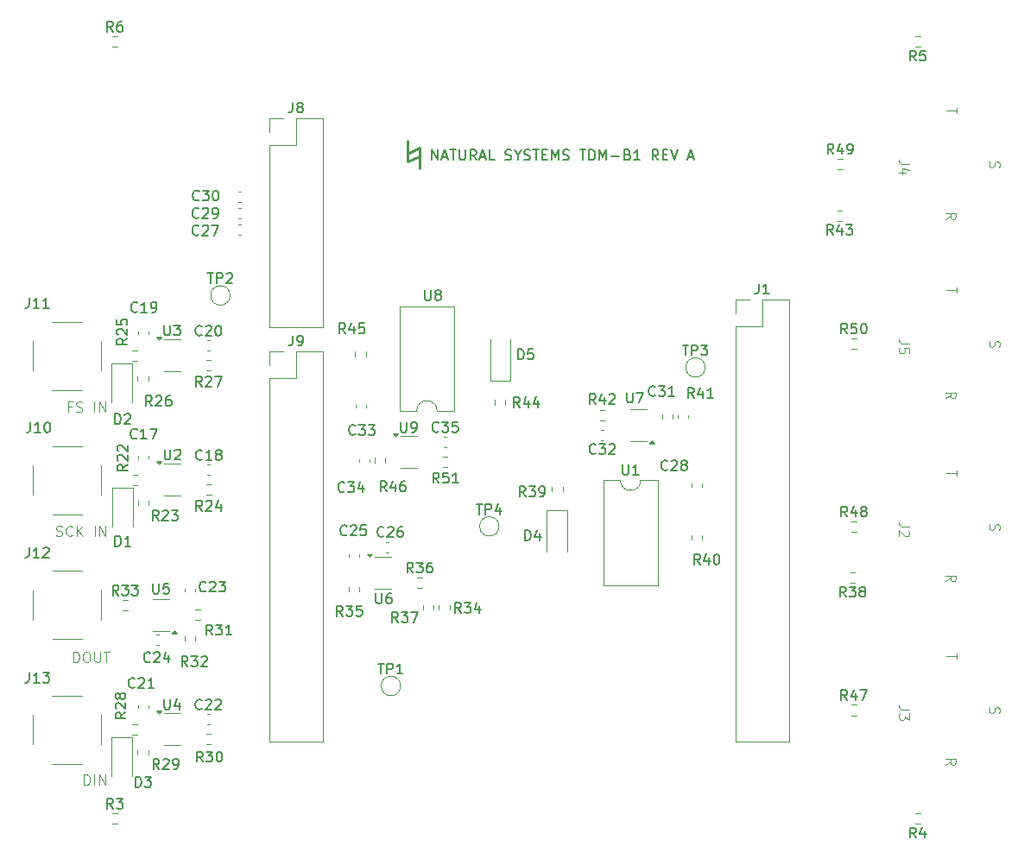
<source format=gbr>
%TF.GenerationSoftware,KiCad,Pcbnew,9.0.2*%
%TF.CreationDate,2025-06-26T21:31:22-07:00*%
%TF.ProjectId,tdm_b1,74646d5f-6231-42e6-9b69-6361645f7063,rev?*%
%TF.SameCoordinates,Original*%
%TF.FileFunction,Legend,Top*%
%TF.FilePolarity,Positive*%
%FSLAX46Y46*%
G04 Gerber Fmt 4.6, Leading zero omitted, Abs format (unit mm)*
G04 Created by KiCad (PCBNEW 9.0.2) date 2025-06-26 21:31:22*
%MOMM*%
%LPD*%
G01*
G04 APERTURE LIST*
%ADD10C,0.254000*%
%ADD11C,0.100000*%
%ADD12C,0.177800*%
%ADD13C,0.150000*%
%ADD14C,0.120000*%
G04 APERTURE END LIST*
D10*
X130225800Y-78536800D02*
X129032000Y-79095600D01*
X130225800Y-77749400D02*
X130225800Y-79781400D01*
X130225800Y-77749400D02*
X129032000Y-78282800D01*
X129032000Y-77063600D02*
X129032000Y-79095600D01*
D11*
X97331884Y-140207419D02*
X97331884Y-139207419D01*
X97331884Y-139207419D02*
X97569979Y-139207419D01*
X97569979Y-139207419D02*
X97712836Y-139255038D01*
X97712836Y-139255038D02*
X97808074Y-139350276D01*
X97808074Y-139350276D02*
X97855693Y-139445514D01*
X97855693Y-139445514D02*
X97903312Y-139635990D01*
X97903312Y-139635990D02*
X97903312Y-139778847D01*
X97903312Y-139778847D02*
X97855693Y-139969323D01*
X97855693Y-139969323D02*
X97808074Y-140064561D01*
X97808074Y-140064561D02*
X97712836Y-140159800D01*
X97712836Y-140159800D02*
X97569979Y-140207419D01*
X97569979Y-140207419D02*
X97331884Y-140207419D01*
X98331884Y-140207419D02*
X98331884Y-139207419D01*
X98808074Y-140207419D02*
X98808074Y-139207419D01*
X98808074Y-139207419D02*
X99379502Y-140207419D01*
X99379502Y-140207419D02*
X99379502Y-139207419D01*
X96090417Y-103107609D02*
X95757084Y-103107609D01*
X95757084Y-103631419D02*
X95757084Y-102631419D01*
X95757084Y-102631419D02*
X96233274Y-102631419D01*
X96566608Y-103583800D02*
X96709465Y-103631419D01*
X96709465Y-103631419D02*
X96947560Y-103631419D01*
X96947560Y-103631419D02*
X97042798Y-103583800D01*
X97042798Y-103583800D02*
X97090417Y-103536180D01*
X97090417Y-103536180D02*
X97138036Y-103440942D01*
X97138036Y-103440942D02*
X97138036Y-103345704D01*
X97138036Y-103345704D02*
X97090417Y-103250466D01*
X97090417Y-103250466D02*
X97042798Y-103202847D01*
X97042798Y-103202847D02*
X96947560Y-103155228D01*
X96947560Y-103155228D02*
X96757084Y-103107609D01*
X96757084Y-103107609D02*
X96661846Y-103059990D01*
X96661846Y-103059990D02*
X96614227Y-103012371D01*
X96614227Y-103012371D02*
X96566608Y-102917133D01*
X96566608Y-102917133D02*
X96566608Y-102821895D01*
X96566608Y-102821895D02*
X96614227Y-102726657D01*
X96614227Y-102726657D02*
X96661846Y-102679038D01*
X96661846Y-102679038D02*
X96757084Y-102631419D01*
X96757084Y-102631419D02*
X96995179Y-102631419D01*
X96995179Y-102631419D02*
X97138036Y-102679038D01*
X98328513Y-103631419D02*
X98328513Y-102631419D01*
X98804703Y-103631419D02*
X98804703Y-102631419D01*
X98804703Y-102631419D02*
X99376131Y-103631419D01*
X99376131Y-103631419D02*
X99376131Y-102631419D01*
X96290484Y-128167819D02*
X96290484Y-127167819D01*
X96290484Y-127167819D02*
X96528579Y-127167819D01*
X96528579Y-127167819D02*
X96671436Y-127215438D01*
X96671436Y-127215438D02*
X96766674Y-127310676D01*
X96766674Y-127310676D02*
X96814293Y-127405914D01*
X96814293Y-127405914D02*
X96861912Y-127596390D01*
X96861912Y-127596390D02*
X96861912Y-127739247D01*
X96861912Y-127739247D02*
X96814293Y-127929723D01*
X96814293Y-127929723D02*
X96766674Y-128024961D01*
X96766674Y-128024961D02*
X96671436Y-128120200D01*
X96671436Y-128120200D02*
X96528579Y-128167819D01*
X96528579Y-128167819D02*
X96290484Y-128167819D01*
X97480960Y-127167819D02*
X97671436Y-127167819D01*
X97671436Y-127167819D02*
X97766674Y-127215438D01*
X97766674Y-127215438D02*
X97861912Y-127310676D01*
X97861912Y-127310676D02*
X97909531Y-127501152D01*
X97909531Y-127501152D02*
X97909531Y-127834485D01*
X97909531Y-127834485D02*
X97861912Y-128024961D01*
X97861912Y-128024961D02*
X97766674Y-128120200D01*
X97766674Y-128120200D02*
X97671436Y-128167819D01*
X97671436Y-128167819D02*
X97480960Y-128167819D01*
X97480960Y-128167819D02*
X97385722Y-128120200D01*
X97385722Y-128120200D02*
X97290484Y-128024961D01*
X97290484Y-128024961D02*
X97242865Y-127834485D01*
X97242865Y-127834485D02*
X97242865Y-127501152D01*
X97242865Y-127501152D02*
X97290484Y-127310676D01*
X97290484Y-127310676D02*
X97385722Y-127215438D01*
X97385722Y-127215438D02*
X97480960Y-127167819D01*
X98338103Y-127167819D02*
X98338103Y-127977342D01*
X98338103Y-127977342D02*
X98385722Y-128072580D01*
X98385722Y-128072580D02*
X98433341Y-128120200D01*
X98433341Y-128120200D02*
X98528579Y-128167819D01*
X98528579Y-128167819D02*
X98719055Y-128167819D01*
X98719055Y-128167819D02*
X98814293Y-128120200D01*
X98814293Y-128120200D02*
X98861912Y-128072580D01*
X98861912Y-128072580D02*
X98909531Y-127977342D01*
X98909531Y-127977342D02*
X98909531Y-127167819D01*
X99242865Y-127167819D02*
X99814293Y-127167819D01*
X99528579Y-128167819D02*
X99528579Y-127167819D01*
D12*
X131422877Y-78936614D02*
X131422877Y-77920614D01*
X131422877Y-77920614D02*
X132003449Y-78936614D01*
X132003449Y-78936614D02*
X132003449Y-77920614D01*
X132438877Y-78646329D02*
X132922687Y-78646329D01*
X132342115Y-78936614D02*
X132680782Y-77920614D01*
X132680782Y-77920614D02*
X133019449Y-78936614D01*
X133212972Y-77920614D02*
X133793544Y-77920614D01*
X133503258Y-78936614D02*
X133503258Y-77920614D01*
X134132210Y-77920614D02*
X134132210Y-78743091D01*
X134132210Y-78743091D02*
X134180591Y-78839853D01*
X134180591Y-78839853D02*
X134228972Y-78888234D01*
X134228972Y-78888234D02*
X134325734Y-78936614D01*
X134325734Y-78936614D02*
X134519258Y-78936614D01*
X134519258Y-78936614D02*
X134616020Y-78888234D01*
X134616020Y-78888234D02*
X134664401Y-78839853D01*
X134664401Y-78839853D02*
X134712782Y-78743091D01*
X134712782Y-78743091D02*
X134712782Y-77920614D01*
X135777163Y-78936614D02*
X135438496Y-78452805D01*
X135196591Y-78936614D02*
X135196591Y-77920614D01*
X135196591Y-77920614D02*
X135583639Y-77920614D01*
X135583639Y-77920614D02*
X135680401Y-77968995D01*
X135680401Y-77968995D02*
X135728782Y-78017376D01*
X135728782Y-78017376D02*
X135777163Y-78114138D01*
X135777163Y-78114138D02*
X135777163Y-78259281D01*
X135777163Y-78259281D02*
X135728782Y-78356043D01*
X135728782Y-78356043D02*
X135680401Y-78404424D01*
X135680401Y-78404424D02*
X135583639Y-78452805D01*
X135583639Y-78452805D02*
X135196591Y-78452805D01*
X136164210Y-78646329D02*
X136648020Y-78646329D01*
X136067448Y-78936614D02*
X136406115Y-77920614D01*
X136406115Y-77920614D02*
X136744782Y-78936614D01*
X137567258Y-78936614D02*
X137083448Y-78936614D01*
X137083448Y-78936614D02*
X137083448Y-77920614D01*
X138631638Y-78888234D02*
X138776781Y-78936614D01*
X138776781Y-78936614D02*
X139018686Y-78936614D01*
X139018686Y-78936614D02*
X139115448Y-78888234D01*
X139115448Y-78888234D02*
X139163829Y-78839853D01*
X139163829Y-78839853D02*
X139212210Y-78743091D01*
X139212210Y-78743091D02*
X139212210Y-78646329D01*
X139212210Y-78646329D02*
X139163829Y-78549567D01*
X139163829Y-78549567D02*
X139115448Y-78501186D01*
X139115448Y-78501186D02*
X139018686Y-78452805D01*
X139018686Y-78452805D02*
X138825162Y-78404424D01*
X138825162Y-78404424D02*
X138728400Y-78356043D01*
X138728400Y-78356043D02*
X138680019Y-78307662D01*
X138680019Y-78307662D02*
X138631638Y-78210900D01*
X138631638Y-78210900D02*
X138631638Y-78114138D01*
X138631638Y-78114138D02*
X138680019Y-78017376D01*
X138680019Y-78017376D02*
X138728400Y-77968995D01*
X138728400Y-77968995D02*
X138825162Y-77920614D01*
X138825162Y-77920614D02*
X139067067Y-77920614D01*
X139067067Y-77920614D02*
X139212210Y-77968995D01*
X139841162Y-78452805D02*
X139841162Y-78936614D01*
X139502495Y-77920614D02*
X139841162Y-78452805D01*
X139841162Y-78452805D02*
X140179829Y-77920614D01*
X140470114Y-78888234D02*
X140615257Y-78936614D01*
X140615257Y-78936614D02*
X140857162Y-78936614D01*
X140857162Y-78936614D02*
X140953924Y-78888234D01*
X140953924Y-78888234D02*
X141002305Y-78839853D01*
X141002305Y-78839853D02*
X141050686Y-78743091D01*
X141050686Y-78743091D02*
X141050686Y-78646329D01*
X141050686Y-78646329D02*
X141002305Y-78549567D01*
X141002305Y-78549567D02*
X140953924Y-78501186D01*
X140953924Y-78501186D02*
X140857162Y-78452805D01*
X140857162Y-78452805D02*
X140663638Y-78404424D01*
X140663638Y-78404424D02*
X140566876Y-78356043D01*
X140566876Y-78356043D02*
X140518495Y-78307662D01*
X140518495Y-78307662D02*
X140470114Y-78210900D01*
X140470114Y-78210900D02*
X140470114Y-78114138D01*
X140470114Y-78114138D02*
X140518495Y-78017376D01*
X140518495Y-78017376D02*
X140566876Y-77968995D01*
X140566876Y-77968995D02*
X140663638Y-77920614D01*
X140663638Y-77920614D02*
X140905543Y-77920614D01*
X140905543Y-77920614D02*
X141050686Y-77968995D01*
X141340971Y-77920614D02*
X141921543Y-77920614D01*
X141631257Y-78936614D02*
X141631257Y-77920614D01*
X142260209Y-78404424D02*
X142598876Y-78404424D01*
X142744019Y-78936614D02*
X142260209Y-78936614D01*
X142260209Y-78936614D02*
X142260209Y-77920614D01*
X142260209Y-77920614D02*
X142744019Y-77920614D01*
X143179447Y-78936614D02*
X143179447Y-77920614D01*
X143179447Y-77920614D02*
X143518114Y-78646329D01*
X143518114Y-78646329D02*
X143856781Y-77920614D01*
X143856781Y-77920614D02*
X143856781Y-78936614D01*
X144292209Y-78888234D02*
X144437352Y-78936614D01*
X144437352Y-78936614D02*
X144679257Y-78936614D01*
X144679257Y-78936614D02*
X144776019Y-78888234D01*
X144776019Y-78888234D02*
X144824400Y-78839853D01*
X144824400Y-78839853D02*
X144872781Y-78743091D01*
X144872781Y-78743091D02*
X144872781Y-78646329D01*
X144872781Y-78646329D02*
X144824400Y-78549567D01*
X144824400Y-78549567D02*
X144776019Y-78501186D01*
X144776019Y-78501186D02*
X144679257Y-78452805D01*
X144679257Y-78452805D02*
X144485733Y-78404424D01*
X144485733Y-78404424D02*
X144388971Y-78356043D01*
X144388971Y-78356043D02*
X144340590Y-78307662D01*
X144340590Y-78307662D02*
X144292209Y-78210900D01*
X144292209Y-78210900D02*
X144292209Y-78114138D01*
X144292209Y-78114138D02*
X144340590Y-78017376D01*
X144340590Y-78017376D02*
X144388971Y-77968995D01*
X144388971Y-77968995D02*
X144485733Y-77920614D01*
X144485733Y-77920614D02*
X144727638Y-77920614D01*
X144727638Y-77920614D02*
X144872781Y-77968995D01*
X145937161Y-77920614D02*
X146517733Y-77920614D01*
X146227447Y-78936614D02*
X146227447Y-77920614D01*
X146856399Y-78936614D02*
X146856399Y-77920614D01*
X146856399Y-77920614D02*
X147098304Y-77920614D01*
X147098304Y-77920614D02*
X147243447Y-77968995D01*
X147243447Y-77968995D02*
X147340209Y-78065757D01*
X147340209Y-78065757D02*
X147388590Y-78162519D01*
X147388590Y-78162519D02*
X147436971Y-78356043D01*
X147436971Y-78356043D02*
X147436971Y-78501186D01*
X147436971Y-78501186D02*
X147388590Y-78694710D01*
X147388590Y-78694710D02*
X147340209Y-78791472D01*
X147340209Y-78791472D02*
X147243447Y-78888234D01*
X147243447Y-78888234D02*
X147098304Y-78936614D01*
X147098304Y-78936614D02*
X146856399Y-78936614D01*
X147872399Y-78936614D02*
X147872399Y-77920614D01*
X147872399Y-77920614D02*
X148211066Y-78646329D01*
X148211066Y-78646329D02*
X148549733Y-77920614D01*
X148549733Y-77920614D02*
X148549733Y-78936614D01*
X149033542Y-78549567D02*
X149807638Y-78549567D01*
X150630114Y-78404424D02*
X150775257Y-78452805D01*
X150775257Y-78452805D02*
X150823638Y-78501186D01*
X150823638Y-78501186D02*
X150872019Y-78597948D01*
X150872019Y-78597948D02*
X150872019Y-78743091D01*
X150872019Y-78743091D02*
X150823638Y-78839853D01*
X150823638Y-78839853D02*
X150775257Y-78888234D01*
X150775257Y-78888234D02*
X150678495Y-78936614D01*
X150678495Y-78936614D02*
X150291447Y-78936614D01*
X150291447Y-78936614D02*
X150291447Y-77920614D01*
X150291447Y-77920614D02*
X150630114Y-77920614D01*
X150630114Y-77920614D02*
X150726876Y-77968995D01*
X150726876Y-77968995D02*
X150775257Y-78017376D01*
X150775257Y-78017376D02*
X150823638Y-78114138D01*
X150823638Y-78114138D02*
X150823638Y-78210900D01*
X150823638Y-78210900D02*
X150775257Y-78307662D01*
X150775257Y-78307662D02*
X150726876Y-78356043D01*
X150726876Y-78356043D02*
X150630114Y-78404424D01*
X150630114Y-78404424D02*
X150291447Y-78404424D01*
X151839638Y-78936614D02*
X151259066Y-78936614D01*
X151549352Y-78936614D02*
X151549352Y-77920614D01*
X151549352Y-77920614D02*
X151452590Y-78065757D01*
X151452590Y-78065757D02*
X151355828Y-78162519D01*
X151355828Y-78162519D02*
X151259066Y-78210900D01*
X153629733Y-78936614D02*
X153291066Y-78452805D01*
X153049161Y-78936614D02*
X153049161Y-77920614D01*
X153049161Y-77920614D02*
X153436209Y-77920614D01*
X153436209Y-77920614D02*
X153532971Y-77968995D01*
X153532971Y-77968995D02*
X153581352Y-78017376D01*
X153581352Y-78017376D02*
X153629733Y-78114138D01*
X153629733Y-78114138D02*
X153629733Y-78259281D01*
X153629733Y-78259281D02*
X153581352Y-78356043D01*
X153581352Y-78356043D02*
X153532971Y-78404424D01*
X153532971Y-78404424D02*
X153436209Y-78452805D01*
X153436209Y-78452805D02*
X153049161Y-78452805D01*
X154065161Y-78404424D02*
X154403828Y-78404424D01*
X154548971Y-78936614D02*
X154065161Y-78936614D01*
X154065161Y-78936614D02*
X154065161Y-77920614D01*
X154065161Y-77920614D02*
X154548971Y-77920614D01*
X154839256Y-77920614D02*
X155177923Y-78936614D01*
X155177923Y-78936614D02*
X155516590Y-77920614D01*
X156580970Y-78646329D02*
X157064780Y-78646329D01*
X156484208Y-78936614D02*
X156822875Y-77920614D01*
X156822875Y-77920614D02*
X157161542Y-78936614D01*
D11*
X94591865Y-115750400D02*
X94734722Y-115798019D01*
X94734722Y-115798019D02*
X94972817Y-115798019D01*
X94972817Y-115798019D02*
X95068055Y-115750400D01*
X95068055Y-115750400D02*
X95115674Y-115702780D01*
X95115674Y-115702780D02*
X95163293Y-115607542D01*
X95163293Y-115607542D02*
X95163293Y-115512304D01*
X95163293Y-115512304D02*
X95115674Y-115417066D01*
X95115674Y-115417066D02*
X95068055Y-115369447D01*
X95068055Y-115369447D02*
X94972817Y-115321828D01*
X94972817Y-115321828D02*
X94782341Y-115274209D01*
X94782341Y-115274209D02*
X94687103Y-115226590D01*
X94687103Y-115226590D02*
X94639484Y-115178971D01*
X94639484Y-115178971D02*
X94591865Y-115083733D01*
X94591865Y-115083733D02*
X94591865Y-114988495D01*
X94591865Y-114988495D02*
X94639484Y-114893257D01*
X94639484Y-114893257D02*
X94687103Y-114845638D01*
X94687103Y-114845638D02*
X94782341Y-114798019D01*
X94782341Y-114798019D02*
X95020436Y-114798019D01*
X95020436Y-114798019D02*
X95163293Y-114845638D01*
X96163293Y-115702780D02*
X96115674Y-115750400D01*
X96115674Y-115750400D02*
X95972817Y-115798019D01*
X95972817Y-115798019D02*
X95877579Y-115798019D01*
X95877579Y-115798019D02*
X95734722Y-115750400D01*
X95734722Y-115750400D02*
X95639484Y-115655161D01*
X95639484Y-115655161D02*
X95591865Y-115559923D01*
X95591865Y-115559923D02*
X95544246Y-115369447D01*
X95544246Y-115369447D02*
X95544246Y-115226590D01*
X95544246Y-115226590D02*
X95591865Y-115036114D01*
X95591865Y-115036114D02*
X95639484Y-114940876D01*
X95639484Y-114940876D02*
X95734722Y-114845638D01*
X95734722Y-114845638D02*
X95877579Y-114798019D01*
X95877579Y-114798019D02*
X95972817Y-114798019D01*
X95972817Y-114798019D02*
X96115674Y-114845638D01*
X96115674Y-114845638D02*
X96163293Y-114893257D01*
X96591865Y-115798019D02*
X96591865Y-114798019D01*
X97163293Y-115798019D02*
X96734722Y-115226590D01*
X97163293Y-114798019D02*
X96591865Y-115369447D01*
X98353770Y-115798019D02*
X98353770Y-114798019D01*
X98829960Y-115798019D02*
X98829960Y-114798019D01*
X98829960Y-114798019D02*
X99401388Y-115798019D01*
X99401388Y-115798019D02*
X99401388Y-114798019D01*
D13*
X140606542Y-111935419D02*
X140273209Y-111459228D01*
X140035114Y-111935419D02*
X140035114Y-110935419D01*
X140035114Y-110935419D02*
X140416066Y-110935419D01*
X140416066Y-110935419D02*
X140511304Y-110983038D01*
X140511304Y-110983038D02*
X140558923Y-111030657D01*
X140558923Y-111030657D02*
X140606542Y-111125895D01*
X140606542Y-111125895D02*
X140606542Y-111268752D01*
X140606542Y-111268752D02*
X140558923Y-111363990D01*
X140558923Y-111363990D02*
X140511304Y-111411609D01*
X140511304Y-111411609D02*
X140416066Y-111459228D01*
X140416066Y-111459228D02*
X140035114Y-111459228D01*
X140939876Y-110935419D02*
X141558923Y-110935419D01*
X141558923Y-110935419D02*
X141225590Y-111316371D01*
X141225590Y-111316371D02*
X141368447Y-111316371D01*
X141368447Y-111316371D02*
X141463685Y-111363990D01*
X141463685Y-111363990D02*
X141511304Y-111411609D01*
X141511304Y-111411609D02*
X141558923Y-111506847D01*
X141558923Y-111506847D02*
X141558923Y-111744942D01*
X141558923Y-111744942D02*
X141511304Y-111840180D01*
X141511304Y-111840180D02*
X141463685Y-111887800D01*
X141463685Y-111887800D02*
X141368447Y-111935419D01*
X141368447Y-111935419D02*
X141082733Y-111935419D01*
X141082733Y-111935419D02*
X140987495Y-111887800D01*
X140987495Y-111887800D02*
X140939876Y-111840180D01*
X142035114Y-111935419D02*
X142225590Y-111935419D01*
X142225590Y-111935419D02*
X142320828Y-111887800D01*
X142320828Y-111887800D02*
X142368447Y-111840180D01*
X142368447Y-111840180D02*
X142463685Y-111697323D01*
X142463685Y-111697323D02*
X142511304Y-111506847D01*
X142511304Y-111506847D02*
X142511304Y-111125895D01*
X142511304Y-111125895D02*
X142463685Y-111030657D01*
X142463685Y-111030657D02*
X142416066Y-110983038D01*
X142416066Y-110983038D02*
X142320828Y-110935419D01*
X142320828Y-110935419D02*
X142130352Y-110935419D01*
X142130352Y-110935419D02*
X142035114Y-110983038D01*
X142035114Y-110983038D02*
X141987495Y-111030657D01*
X141987495Y-111030657D02*
X141939876Y-111125895D01*
X141939876Y-111125895D02*
X141939876Y-111363990D01*
X141939876Y-111363990D02*
X141987495Y-111459228D01*
X141987495Y-111459228D02*
X142035114Y-111506847D01*
X142035114Y-111506847D02*
X142130352Y-111554466D01*
X142130352Y-111554466D02*
X142320828Y-111554466D01*
X142320828Y-111554466D02*
X142416066Y-111506847D01*
X142416066Y-111506847D02*
X142463685Y-111459228D01*
X142463685Y-111459228D02*
X142511304Y-111363990D01*
X128377195Y-104613619D02*
X128377195Y-105423142D01*
X128377195Y-105423142D02*
X128424814Y-105518380D01*
X128424814Y-105518380D02*
X128472433Y-105566000D01*
X128472433Y-105566000D02*
X128567671Y-105613619D01*
X128567671Y-105613619D02*
X128758147Y-105613619D01*
X128758147Y-105613619D02*
X128853385Y-105566000D01*
X128853385Y-105566000D02*
X128901004Y-105518380D01*
X128901004Y-105518380D02*
X128948623Y-105423142D01*
X128948623Y-105423142D02*
X128948623Y-104613619D01*
X129472433Y-105613619D02*
X129662909Y-105613619D01*
X129662909Y-105613619D02*
X129758147Y-105566000D01*
X129758147Y-105566000D02*
X129805766Y-105518380D01*
X129805766Y-105518380D02*
X129901004Y-105375523D01*
X129901004Y-105375523D02*
X129948623Y-105185047D01*
X129948623Y-105185047D02*
X129948623Y-104804095D01*
X129948623Y-104804095D02*
X129901004Y-104708857D01*
X129901004Y-104708857D02*
X129853385Y-104661238D01*
X129853385Y-104661238D02*
X129758147Y-104613619D01*
X129758147Y-104613619D02*
X129567671Y-104613619D01*
X129567671Y-104613619D02*
X129472433Y-104661238D01*
X129472433Y-104661238D02*
X129424814Y-104708857D01*
X129424814Y-104708857D02*
X129377195Y-104804095D01*
X129377195Y-104804095D02*
X129377195Y-105042190D01*
X129377195Y-105042190D02*
X129424814Y-105137428D01*
X129424814Y-105137428D02*
X129472433Y-105185047D01*
X129472433Y-105185047D02*
X129567671Y-105232666D01*
X129567671Y-105232666D02*
X129758147Y-105232666D01*
X129758147Y-105232666D02*
X129853385Y-105185047D01*
X129853385Y-105185047D02*
X129901004Y-105137428D01*
X129901004Y-105137428D02*
X129948623Y-105042190D01*
X91925876Y-92444219D02*
X91925876Y-93158504D01*
X91925876Y-93158504D02*
X91878257Y-93301361D01*
X91878257Y-93301361D02*
X91783019Y-93396600D01*
X91783019Y-93396600D02*
X91640162Y-93444219D01*
X91640162Y-93444219D02*
X91544924Y-93444219D01*
X92925876Y-93444219D02*
X92354448Y-93444219D01*
X92640162Y-93444219D02*
X92640162Y-92444219D01*
X92640162Y-92444219D02*
X92544924Y-92587076D01*
X92544924Y-92587076D02*
X92449686Y-92682314D01*
X92449686Y-92682314D02*
X92354448Y-92729933D01*
X93878257Y-93444219D02*
X93306829Y-93444219D01*
X93592543Y-93444219D02*
X93592543Y-92444219D01*
X93592543Y-92444219D02*
X93497305Y-92587076D01*
X93497305Y-92587076D02*
X93402067Y-92682314D01*
X93402067Y-92682314D02*
X93306829Y-92729933D01*
X100379305Y-116786819D02*
X100379305Y-115786819D01*
X100379305Y-115786819D02*
X100617400Y-115786819D01*
X100617400Y-115786819D02*
X100760257Y-115834438D01*
X100760257Y-115834438D02*
X100855495Y-115929676D01*
X100855495Y-115929676D02*
X100903114Y-116024914D01*
X100903114Y-116024914D02*
X100950733Y-116215390D01*
X100950733Y-116215390D02*
X100950733Y-116358247D01*
X100950733Y-116358247D02*
X100903114Y-116548723D01*
X100903114Y-116548723D02*
X100855495Y-116643961D01*
X100855495Y-116643961D02*
X100760257Y-116739200D01*
X100760257Y-116739200D02*
X100617400Y-116786819D01*
X100617400Y-116786819D02*
X100379305Y-116786819D01*
X101903114Y-116786819D02*
X101331686Y-116786819D01*
X101617400Y-116786819D02*
X101617400Y-115786819D01*
X101617400Y-115786819D02*
X101522162Y-115929676D01*
X101522162Y-115929676D02*
X101426924Y-116024914D01*
X101426924Y-116024914D02*
X101331686Y-116072533D01*
X100353905Y-104823419D02*
X100353905Y-103823419D01*
X100353905Y-103823419D02*
X100592000Y-103823419D01*
X100592000Y-103823419D02*
X100734857Y-103871038D01*
X100734857Y-103871038D02*
X100830095Y-103966276D01*
X100830095Y-103966276D02*
X100877714Y-104061514D01*
X100877714Y-104061514D02*
X100925333Y-104251990D01*
X100925333Y-104251990D02*
X100925333Y-104394847D01*
X100925333Y-104394847D02*
X100877714Y-104585323D01*
X100877714Y-104585323D02*
X100830095Y-104680561D01*
X100830095Y-104680561D02*
X100734857Y-104775800D01*
X100734857Y-104775800D02*
X100592000Y-104823419D01*
X100592000Y-104823419D02*
X100353905Y-104823419D01*
X101306286Y-103918657D02*
X101353905Y-103871038D01*
X101353905Y-103871038D02*
X101449143Y-103823419D01*
X101449143Y-103823419D02*
X101687238Y-103823419D01*
X101687238Y-103823419D02*
X101782476Y-103871038D01*
X101782476Y-103871038D02*
X101830095Y-103918657D01*
X101830095Y-103918657D02*
X101877714Y-104013895D01*
X101877714Y-104013895D02*
X101877714Y-104109133D01*
X101877714Y-104109133D02*
X101830095Y-104251990D01*
X101830095Y-104251990D02*
X101258667Y-104823419D01*
X101258667Y-104823419D02*
X101877714Y-104823419D01*
X154525742Y-109274780D02*
X154478123Y-109322400D01*
X154478123Y-109322400D02*
X154335266Y-109370019D01*
X154335266Y-109370019D02*
X154240028Y-109370019D01*
X154240028Y-109370019D02*
X154097171Y-109322400D01*
X154097171Y-109322400D02*
X154001933Y-109227161D01*
X154001933Y-109227161D02*
X153954314Y-109131923D01*
X153954314Y-109131923D02*
X153906695Y-108941447D01*
X153906695Y-108941447D02*
X153906695Y-108798590D01*
X153906695Y-108798590D02*
X153954314Y-108608114D01*
X153954314Y-108608114D02*
X154001933Y-108512876D01*
X154001933Y-108512876D02*
X154097171Y-108417638D01*
X154097171Y-108417638D02*
X154240028Y-108370019D01*
X154240028Y-108370019D02*
X154335266Y-108370019D01*
X154335266Y-108370019D02*
X154478123Y-108417638D01*
X154478123Y-108417638D02*
X154525742Y-108465257D01*
X154906695Y-108465257D02*
X154954314Y-108417638D01*
X154954314Y-108417638D02*
X155049552Y-108370019D01*
X155049552Y-108370019D02*
X155287647Y-108370019D01*
X155287647Y-108370019D02*
X155382885Y-108417638D01*
X155382885Y-108417638D02*
X155430504Y-108465257D01*
X155430504Y-108465257D02*
X155478123Y-108560495D01*
X155478123Y-108560495D02*
X155478123Y-108655733D01*
X155478123Y-108655733D02*
X155430504Y-108798590D01*
X155430504Y-108798590D02*
X154859076Y-109370019D01*
X154859076Y-109370019D02*
X155478123Y-109370019D01*
X156049552Y-108798590D02*
X155954314Y-108750971D01*
X155954314Y-108750971D02*
X155906695Y-108703352D01*
X155906695Y-108703352D02*
X155859076Y-108608114D01*
X155859076Y-108608114D02*
X155859076Y-108560495D01*
X155859076Y-108560495D02*
X155906695Y-108465257D01*
X155906695Y-108465257D02*
X155954314Y-108417638D01*
X155954314Y-108417638D02*
X156049552Y-108370019D01*
X156049552Y-108370019D02*
X156240028Y-108370019D01*
X156240028Y-108370019D02*
X156335266Y-108417638D01*
X156335266Y-108417638D02*
X156382885Y-108465257D01*
X156382885Y-108465257D02*
X156430504Y-108560495D01*
X156430504Y-108560495D02*
X156430504Y-108608114D01*
X156430504Y-108608114D02*
X156382885Y-108703352D01*
X156382885Y-108703352D02*
X156335266Y-108750971D01*
X156335266Y-108750971D02*
X156240028Y-108798590D01*
X156240028Y-108798590D02*
X156049552Y-108798590D01*
X156049552Y-108798590D02*
X155954314Y-108846209D01*
X155954314Y-108846209D02*
X155906695Y-108893828D01*
X155906695Y-108893828D02*
X155859076Y-108989066D01*
X155859076Y-108989066D02*
X155859076Y-109179542D01*
X155859076Y-109179542D02*
X155906695Y-109274780D01*
X155906695Y-109274780D02*
X155954314Y-109322400D01*
X155954314Y-109322400D02*
X156049552Y-109370019D01*
X156049552Y-109370019D02*
X156240028Y-109370019D01*
X156240028Y-109370019D02*
X156335266Y-109322400D01*
X156335266Y-109322400D02*
X156382885Y-109274780D01*
X156382885Y-109274780D02*
X156430504Y-109179542D01*
X156430504Y-109179542D02*
X156430504Y-108989066D01*
X156430504Y-108989066D02*
X156382885Y-108893828D01*
X156382885Y-108893828D02*
X156335266Y-108846209D01*
X156335266Y-108846209D02*
X156240028Y-108798590D01*
X108551742Y-84535180D02*
X108504123Y-84582800D01*
X108504123Y-84582800D02*
X108361266Y-84630419D01*
X108361266Y-84630419D02*
X108266028Y-84630419D01*
X108266028Y-84630419D02*
X108123171Y-84582800D01*
X108123171Y-84582800D02*
X108027933Y-84487561D01*
X108027933Y-84487561D02*
X107980314Y-84392323D01*
X107980314Y-84392323D02*
X107932695Y-84201847D01*
X107932695Y-84201847D02*
X107932695Y-84058990D01*
X107932695Y-84058990D02*
X107980314Y-83868514D01*
X107980314Y-83868514D02*
X108027933Y-83773276D01*
X108027933Y-83773276D02*
X108123171Y-83678038D01*
X108123171Y-83678038D02*
X108266028Y-83630419D01*
X108266028Y-83630419D02*
X108361266Y-83630419D01*
X108361266Y-83630419D02*
X108504123Y-83678038D01*
X108504123Y-83678038D02*
X108551742Y-83725657D01*
X108932695Y-83725657D02*
X108980314Y-83678038D01*
X108980314Y-83678038D02*
X109075552Y-83630419D01*
X109075552Y-83630419D02*
X109313647Y-83630419D01*
X109313647Y-83630419D02*
X109408885Y-83678038D01*
X109408885Y-83678038D02*
X109456504Y-83725657D01*
X109456504Y-83725657D02*
X109504123Y-83820895D01*
X109504123Y-83820895D02*
X109504123Y-83916133D01*
X109504123Y-83916133D02*
X109456504Y-84058990D01*
X109456504Y-84058990D02*
X108885076Y-84630419D01*
X108885076Y-84630419D02*
X109504123Y-84630419D01*
X109980314Y-84630419D02*
X110170790Y-84630419D01*
X110170790Y-84630419D02*
X110266028Y-84582800D01*
X110266028Y-84582800D02*
X110313647Y-84535180D01*
X110313647Y-84535180D02*
X110408885Y-84392323D01*
X110408885Y-84392323D02*
X110456504Y-84201847D01*
X110456504Y-84201847D02*
X110456504Y-83820895D01*
X110456504Y-83820895D02*
X110408885Y-83725657D01*
X110408885Y-83725657D02*
X110361266Y-83678038D01*
X110361266Y-83678038D02*
X110266028Y-83630419D01*
X110266028Y-83630419D02*
X110075552Y-83630419D01*
X110075552Y-83630419D02*
X109980314Y-83678038D01*
X109980314Y-83678038D02*
X109932695Y-83725657D01*
X109932695Y-83725657D02*
X109885076Y-83820895D01*
X109885076Y-83820895D02*
X109885076Y-84058990D01*
X109885076Y-84058990D02*
X109932695Y-84154228D01*
X109932695Y-84154228D02*
X109980314Y-84201847D01*
X109980314Y-84201847D02*
X110075552Y-84249466D01*
X110075552Y-84249466D02*
X110266028Y-84249466D01*
X110266028Y-84249466D02*
X110361266Y-84201847D01*
X110361266Y-84201847D02*
X110408885Y-84154228D01*
X110408885Y-84154228D02*
X110456504Y-84058990D01*
X123918742Y-105794980D02*
X123871123Y-105842600D01*
X123871123Y-105842600D02*
X123728266Y-105890219D01*
X123728266Y-105890219D02*
X123633028Y-105890219D01*
X123633028Y-105890219D02*
X123490171Y-105842600D01*
X123490171Y-105842600D02*
X123394933Y-105747361D01*
X123394933Y-105747361D02*
X123347314Y-105652123D01*
X123347314Y-105652123D02*
X123299695Y-105461647D01*
X123299695Y-105461647D02*
X123299695Y-105318790D01*
X123299695Y-105318790D02*
X123347314Y-105128314D01*
X123347314Y-105128314D02*
X123394933Y-105033076D01*
X123394933Y-105033076D02*
X123490171Y-104937838D01*
X123490171Y-104937838D02*
X123633028Y-104890219D01*
X123633028Y-104890219D02*
X123728266Y-104890219D01*
X123728266Y-104890219D02*
X123871123Y-104937838D01*
X123871123Y-104937838D02*
X123918742Y-104985457D01*
X124252076Y-104890219D02*
X124871123Y-104890219D01*
X124871123Y-104890219D02*
X124537790Y-105271171D01*
X124537790Y-105271171D02*
X124680647Y-105271171D01*
X124680647Y-105271171D02*
X124775885Y-105318790D01*
X124775885Y-105318790D02*
X124823504Y-105366409D01*
X124823504Y-105366409D02*
X124871123Y-105461647D01*
X124871123Y-105461647D02*
X124871123Y-105699742D01*
X124871123Y-105699742D02*
X124823504Y-105794980D01*
X124823504Y-105794980D02*
X124775885Y-105842600D01*
X124775885Y-105842600D02*
X124680647Y-105890219D01*
X124680647Y-105890219D02*
X124394933Y-105890219D01*
X124394933Y-105890219D02*
X124299695Y-105842600D01*
X124299695Y-105842600D02*
X124252076Y-105794980D01*
X125204457Y-104890219D02*
X125823504Y-104890219D01*
X125823504Y-104890219D02*
X125490171Y-105271171D01*
X125490171Y-105271171D02*
X125633028Y-105271171D01*
X125633028Y-105271171D02*
X125728266Y-105318790D01*
X125728266Y-105318790D02*
X125775885Y-105366409D01*
X125775885Y-105366409D02*
X125823504Y-105461647D01*
X125823504Y-105461647D02*
X125823504Y-105699742D01*
X125823504Y-105699742D02*
X125775885Y-105794980D01*
X125775885Y-105794980D02*
X125728266Y-105842600D01*
X125728266Y-105842600D02*
X125633028Y-105890219D01*
X125633028Y-105890219D02*
X125347314Y-105890219D01*
X125347314Y-105890219D02*
X125252076Y-105842600D01*
X125252076Y-105842600D02*
X125204457Y-105794980D01*
X170807142Y-78345219D02*
X170473809Y-77869028D01*
X170235714Y-78345219D02*
X170235714Y-77345219D01*
X170235714Y-77345219D02*
X170616666Y-77345219D01*
X170616666Y-77345219D02*
X170711904Y-77392838D01*
X170711904Y-77392838D02*
X170759523Y-77440457D01*
X170759523Y-77440457D02*
X170807142Y-77535695D01*
X170807142Y-77535695D02*
X170807142Y-77678552D01*
X170807142Y-77678552D02*
X170759523Y-77773790D01*
X170759523Y-77773790D02*
X170711904Y-77821409D01*
X170711904Y-77821409D02*
X170616666Y-77869028D01*
X170616666Y-77869028D02*
X170235714Y-77869028D01*
X171664285Y-77678552D02*
X171664285Y-78345219D01*
X171426190Y-77297600D02*
X171188095Y-78011885D01*
X171188095Y-78011885D02*
X171807142Y-78011885D01*
X172235714Y-78345219D02*
X172426190Y-78345219D01*
X172426190Y-78345219D02*
X172521428Y-78297600D01*
X172521428Y-78297600D02*
X172569047Y-78249980D01*
X172569047Y-78249980D02*
X172664285Y-78107123D01*
X172664285Y-78107123D02*
X172711904Y-77916647D01*
X172711904Y-77916647D02*
X172711904Y-77535695D01*
X172711904Y-77535695D02*
X172664285Y-77440457D01*
X172664285Y-77440457D02*
X172616666Y-77392838D01*
X172616666Y-77392838D02*
X172521428Y-77345219D01*
X172521428Y-77345219D02*
X172330952Y-77345219D01*
X172330952Y-77345219D02*
X172235714Y-77392838D01*
X172235714Y-77392838D02*
X172188095Y-77440457D01*
X172188095Y-77440457D02*
X172140476Y-77535695D01*
X172140476Y-77535695D02*
X172140476Y-77773790D01*
X172140476Y-77773790D02*
X172188095Y-77869028D01*
X172188095Y-77869028D02*
X172235714Y-77916647D01*
X172235714Y-77916647D02*
X172330952Y-77964266D01*
X172330952Y-77964266D02*
X172521428Y-77964266D01*
X172521428Y-77964266D02*
X172616666Y-77916647D01*
X172616666Y-77916647D02*
X172664285Y-77869028D01*
X172664285Y-77869028D02*
X172711904Y-77773790D01*
X132090042Y-105523180D02*
X132042423Y-105570800D01*
X132042423Y-105570800D02*
X131899566Y-105618419D01*
X131899566Y-105618419D02*
X131804328Y-105618419D01*
X131804328Y-105618419D02*
X131661471Y-105570800D01*
X131661471Y-105570800D02*
X131566233Y-105475561D01*
X131566233Y-105475561D02*
X131518614Y-105380323D01*
X131518614Y-105380323D02*
X131470995Y-105189847D01*
X131470995Y-105189847D02*
X131470995Y-105046990D01*
X131470995Y-105046990D02*
X131518614Y-104856514D01*
X131518614Y-104856514D02*
X131566233Y-104761276D01*
X131566233Y-104761276D02*
X131661471Y-104666038D01*
X131661471Y-104666038D02*
X131804328Y-104618419D01*
X131804328Y-104618419D02*
X131899566Y-104618419D01*
X131899566Y-104618419D02*
X132042423Y-104666038D01*
X132042423Y-104666038D02*
X132090042Y-104713657D01*
X132423376Y-104618419D02*
X133042423Y-104618419D01*
X133042423Y-104618419D02*
X132709090Y-104999371D01*
X132709090Y-104999371D02*
X132851947Y-104999371D01*
X132851947Y-104999371D02*
X132947185Y-105046990D01*
X132947185Y-105046990D02*
X132994804Y-105094609D01*
X132994804Y-105094609D02*
X133042423Y-105189847D01*
X133042423Y-105189847D02*
X133042423Y-105427942D01*
X133042423Y-105427942D02*
X132994804Y-105523180D01*
X132994804Y-105523180D02*
X132947185Y-105570800D01*
X132947185Y-105570800D02*
X132851947Y-105618419D01*
X132851947Y-105618419D02*
X132566233Y-105618419D01*
X132566233Y-105618419D02*
X132470995Y-105570800D01*
X132470995Y-105570800D02*
X132423376Y-105523180D01*
X133947185Y-104618419D02*
X133470995Y-104618419D01*
X133470995Y-104618419D02*
X133423376Y-105094609D01*
X133423376Y-105094609D02*
X133470995Y-105046990D01*
X133470995Y-105046990D02*
X133566233Y-104999371D01*
X133566233Y-104999371D02*
X133804328Y-104999371D01*
X133804328Y-104999371D02*
X133899566Y-105046990D01*
X133899566Y-105046990D02*
X133947185Y-105094609D01*
X133947185Y-105094609D02*
X133994804Y-105189847D01*
X133994804Y-105189847D02*
X133994804Y-105427942D01*
X133994804Y-105427942D02*
X133947185Y-105523180D01*
X133947185Y-105523180D02*
X133899566Y-105570800D01*
X133899566Y-105570800D02*
X133804328Y-105618419D01*
X133804328Y-105618419D02*
X133566233Y-105618419D01*
X133566233Y-105618419D02*
X133470995Y-105570800D01*
X133470995Y-105570800D02*
X133423376Y-105523180D01*
X101394419Y-133103857D02*
X100918228Y-133437190D01*
X101394419Y-133675285D02*
X100394419Y-133675285D01*
X100394419Y-133675285D02*
X100394419Y-133294333D01*
X100394419Y-133294333D02*
X100442038Y-133199095D01*
X100442038Y-133199095D02*
X100489657Y-133151476D01*
X100489657Y-133151476D02*
X100584895Y-133103857D01*
X100584895Y-133103857D02*
X100727752Y-133103857D01*
X100727752Y-133103857D02*
X100822990Y-133151476D01*
X100822990Y-133151476D02*
X100870609Y-133199095D01*
X100870609Y-133199095D02*
X100918228Y-133294333D01*
X100918228Y-133294333D02*
X100918228Y-133675285D01*
X100489657Y-132722904D02*
X100442038Y-132675285D01*
X100442038Y-132675285D02*
X100394419Y-132580047D01*
X100394419Y-132580047D02*
X100394419Y-132341952D01*
X100394419Y-132341952D02*
X100442038Y-132246714D01*
X100442038Y-132246714D02*
X100489657Y-132199095D01*
X100489657Y-132199095D02*
X100584895Y-132151476D01*
X100584895Y-132151476D02*
X100680133Y-132151476D01*
X100680133Y-132151476D02*
X100822990Y-132199095D01*
X100822990Y-132199095D02*
X101394419Y-132770523D01*
X101394419Y-132770523D02*
X101394419Y-132151476D01*
X100822990Y-131580047D02*
X100775371Y-131675285D01*
X100775371Y-131675285D02*
X100727752Y-131722904D01*
X100727752Y-131722904D02*
X100632514Y-131770523D01*
X100632514Y-131770523D02*
X100584895Y-131770523D01*
X100584895Y-131770523D02*
X100489657Y-131722904D01*
X100489657Y-131722904D02*
X100442038Y-131675285D01*
X100442038Y-131675285D02*
X100394419Y-131580047D01*
X100394419Y-131580047D02*
X100394419Y-131389571D01*
X100394419Y-131389571D02*
X100442038Y-131294333D01*
X100442038Y-131294333D02*
X100489657Y-131246714D01*
X100489657Y-131246714D02*
X100584895Y-131199095D01*
X100584895Y-131199095D02*
X100632514Y-131199095D01*
X100632514Y-131199095D02*
X100727752Y-131246714D01*
X100727752Y-131246714D02*
X100775371Y-131294333D01*
X100775371Y-131294333D02*
X100822990Y-131389571D01*
X100822990Y-131389571D02*
X100822990Y-131580047D01*
X100822990Y-131580047D02*
X100870609Y-131675285D01*
X100870609Y-131675285D02*
X100918228Y-131722904D01*
X100918228Y-131722904D02*
X101013466Y-131770523D01*
X101013466Y-131770523D02*
X101203942Y-131770523D01*
X101203942Y-131770523D02*
X101299180Y-131722904D01*
X101299180Y-131722904D02*
X101346800Y-131675285D01*
X101346800Y-131675285D02*
X101394419Y-131580047D01*
X101394419Y-131580047D02*
X101394419Y-131389571D01*
X101394419Y-131389571D02*
X101346800Y-131294333D01*
X101346800Y-131294333D02*
X101299180Y-131246714D01*
X101299180Y-131246714D02*
X101203942Y-131199095D01*
X101203942Y-131199095D02*
X101013466Y-131199095D01*
X101013466Y-131199095D02*
X100918228Y-131246714D01*
X100918228Y-131246714D02*
X100870609Y-131294333D01*
X100870609Y-131294333D02*
X100822990Y-131389571D01*
D11*
X178214380Y-79287066D02*
X177500095Y-79287066D01*
X177500095Y-79287066D02*
X177357238Y-79239447D01*
X177357238Y-79239447D02*
X177262000Y-79144209D01*
X177262000Y-79144209D02*
X177214380Y-79001352D01*
X177214380Y-79001352D02*
X177214380Y-78906114D01*
X177881047Y-80191828D02*
X177214380Y-80191828D01*
X178262000Y-79953733D02*
X177547714Y-79715638D01*
X177547714Y-79715638D02*
X177547714Y-80334685D01*
X182899380Y-73781427D02*
X182899380Y-74352855D01*
X181899380Y-74067141D02*
X182899380Y-74067141D01*
X186147000Y-79076665D02*
X186099380Y-79219522D01*
X186099380Y-79219522D02*
X186099380Y-79457617D01*
X186099380Y-79457617D02*
X186147000Y-79552855D01*
X186147000Y-79552855D02*
X186194619Y-79600474D01*
X186194619Y-79600474D02*
X186289857Y-79648093D01*
X186289857Y-79648093D02*
X186385095Y-79648093D01*
X186385095Y-79648093D02*
X186480333Y-79600474D01*
X186480333Y-79600474D02*
X186527952Y-79552855D01*
X186527952Y-79552855D02*
X186575571Y-79457617D01*
X186575571Y-79457617D02*
X186623190Y-79267141D01*
X186623190Y-79267141D02*
X186670809Y-79171903D01*
X186670809Y-79171903D02*
X186718428Y-79124284D01*
X186718428Y-79124284D02*
X186813666Y-79076665D01*
X186813666Y-79076665D02*
X186908904Y-79076665D01*
X186908904Y-79076665D02*
X187004142Y-79124284D01*
X187004142Y-79124284D02*
X187051761Y-79171903D01*
X187051761Y-79171903D02*
X187099380Y-79267141D01*
X187099380Y-79267141D02*
X187099380Y-79505236D01*
X187099380Y-79505236D02*
X187051761Y-79648093D01*
X181799380Y-84695712D02*
X182275571Y-84362379D01*
X181799380Y-84124284D02*
X182799380Y-84124284D01*
X182799380Y-84124284D02*
X182799380Y-84505236D01*
X182799380Y-84505236D02*
X182751761Y-84600474D01*
X182751761Y-84600474D02*
X182704142Y-84648093D01*
X182704142Y-84648093D02*
X182608904Y-84695712D01*
X182608904Y-84695712D02*
X182466047Y-84695712D01*
X182466047Y-84695712D02*
X182370809Y-84648093D01*
X182370809Y-84648093D02*
X182323190Y-84600474D01*
X182323190Y-84600474D02*
X182275571Y-84505236D01*
X182275571Y-84505236D02*
X182275571Y-84124284D01*
D13*
X172153342Y-113898219D02*
X171820009Y-113422028D01*
X171581914Y-113898219D02*
X171581914Y-112898219D01*
X171581914Y-112898219D02*
X171962866Y-112898219D01*
X171962866Y-112898219D02*
X172058104Y-112945838D01*
X172058104Y-112945838D02*
X172105723Y-112993457D01*
X172105723Y-112993457D02*
X172153342Y-113088695D01*
X172153342Y-113088695D02*
X172153342Y-113231552D01*
X172153342Y-113231552D02*
X172105723Y-113326790D01*
X172105723Y-113326790D02*
X172058104Y-113374409D01*
X172058104Y-113374409D02*
X171962866Y-113422028D01*
X171962866Y-113422028D02*
X171581914Y-113422028D01*
X173010485Y-113231552D02*
X173010485Y-113898219D01*
X172772390Y-112850600D02*
X172534295Y-113564885D01*
X172534295Y-113564885D02*
X173153342Y-113564885D01*
X173677152Y-113326790D02*
X173581914Y-113279171D01*
X173581914Y-113279171D02*
X173534295Y-113231552D01*
X173534295Y-113231552D02*
X173486676Y-113136314D01*
X173486676Y-113136314D02*
X173486676Y-113088695D01*
X173486676Y-113088695D02*
X173534295Y-112993457D01*
X173534295Y-112993457D02*
X173581914Y-112945838D01*
X173581914Y-112945838D02*
X173677152Y-112898219D01*
X173677152Y-112898219D02*
X173867628Y-112898219D01*
X173867628Y-112898219D02*
X173962866Y-112945838D01*
X173962866Y-112945838D02*
X174010485Y-112993457D01*
X174010485Y-112993457D02*
X174058104Y-113088695D01*
X174058104Y-113088695D02*
X174058104Y-113136314D01*
X174058104Y-113136314D02*
X174010485Y-113231552D01*
X174010485Y-113231552D02*
X173962866Y-113279171D01*
X173962866Y-113279171D02*
X173867628Y-113326790D01*
X173867628Y-113326790D02*
X173677152Y-113326790D01*
X173677152Y-113326790D02*
X173581914Y-113374409D01*
X173581914Y-113374409D02*
X173534295Y-113422028D01*
X173534295Y-113422028D02*
X173486676Y-113517266D01*
X173486676Y-113517266D02*
X173486676Y-113707742D01*
X173486676Y-113707742D02*
X173534295Y-113802980D01*
X173534295Y-113802980D02*
X173581914Y-113850600D01*
X173581914Y-113850600D02*
X173677152Y-113898219D01*
X173677152Y-113898219D02*
X173867628Y-113898219D01*
X173867628Y-113898219D02*
X173962866Y-113850600D01*
X173962866Y-113850600D02*
X174010485Y-113802980D01*
X174010485Y-113802980D02*
X174058104Y-113707742D01*
X174058104Y-113707742D02*
X174058104Y-113517266D01*
X174058104Y-113517266D02*
X174010485Y-113422028D01*
X174010485Y-113422028D02*
X173962866Y-113374409D01*
X173962866Y-113374409D02*
X173867628Y-113326790D01*
X117776666Y-96134819D02*
X117776666Y-96849104D01*
X117776666Y-96849104D02*
X117729047Y-96991961D01*
X117729047Y-96991961D02*
X117633809Y-97087200D01*
X117633809Y-97087200D02*
X117490952Y-97134819D01*
X117490952Y-97134819D02*
X117395714Y-97134819D01*
X118300476Y-97134819D02*
X118490952Y-97134819D01*
X118490952Y-97134819D02*
X118586190Y-97087200D01*
X118586190Y-97087200D02*
X118633809Y-97039580D01*
X118633809Y-97039580D02*
X118729047Y-96896723D01*
X118729047Y-96896723D02*
X118776666Y-96706247D01*
X118776666Y-96706247D02*
X118776666Y-96325295D01*
X118776666Y-96325295D02*
X118729047Y-96230057D01*
X118729047Y-96230057D02*
X118681428Y-96182438D01*
X118681428Y-96182438D02*
X118586190Y-96134819D01*
X118586190Y-96134819D02*
X118395714Y-96134819D01*
X118395714Y-96134819D02*
X118300476Y-96182438D01*
X118300476Y-96182438D02*
X118252857Y-96230057D01*
X118252857Y-96230057D02*
X118205238Y-96325295D01*
X118205238Y-96325295D02*
X118205238Y-96563390D01*
X118205238Y-96563390D02*
X118252857Y-96658628D01*
X118252857Y-96658628D02*
X118300476Y-96706247D01*
X118300476Y-96706247D02*
X118395714Y-96753866D01*
X118395714Y-96753866D02*
X118586190Y-96753866D01*
X118586190Y-96753866D02*
X118681428Y-96706247D01*
X118681428Y-96706247D02*
X118729047Y-96658628D01*
X118729047Y-96658628D02*
X118776666Y-96563390D01*
X108869942Y-101140419D02*
X108536609Y-100664228D01*
X108298514Y-101140419D02*
X108298514Y-100140419D01*
X108298514Y-100140419D02*
X108679466Y-100140419D01*
X108679466Y-100140419D02*
X108774704Y-100188038D01*
X108774704Y-100188038D02*
X108822323Y-100235657D01*
X108822323Y-100235657D02*
X108869942Y-100330895D01*
X108869942Y-100330895D02*
X108869942Y-100473752D01*
X108869942Y-100473752D02*
X108822323Y-100568990D01*
X108822323Y-100568990D02*
X108774704Y-100616609D01*
X108774704Y-100616609D02*
X108679466Y-100664228D01*
X108679466Y-100664228D02*
X108298514Y-100664228D01*
X109250895Y-100235657D02*
X109298514Y-100188038D01*
X109298514Y-100188038D02*
X109393752Y-100140419D01*
X109393752Y-100140419D02*
X109631847Y-100140419D01*
X109631847Y-100140419D02*
X109727085Y-100188038D01*
X109727085Y-100188038D02*
X109774704Y-100235657D01*
X109774704Y-100235657D02*
X109822323Y-100330895D01*
X109822323Y-100330895D02*
X109822323Y-100426133D01*
X109822323Y-100426133D02*
X109774704Y-100568990D01*
X109774704Y-100568990D02*
X109203276Y-101140419D01*
X109203276Y-101140419D02*
X109822323Y-101140419D01*
X110155657Y-100140419D02*
X110822323Y-100140419D01*
X110822323Y-100140419D02*
X110393752Y-101140419D01*
X150545895Y-101715219D02*
X150545895Y-102524742D01*
X150545895Y-102524742D02*
X150593514Y-102619980D01*
X150593514Y-102619980D02*
X150641133Y-102667600D01*
X150641133Y-102667600D02*
X150736371Y-102715219D01*
X150736371Y-102715219D02*
X150926847Y-102715219D01*
X150926847Y-102715219D02*
X151022085Y-102667600D01*
X151022085Y-102667600D02*
X151069704Y-102619980D01*
X151069704Y-102619980D02*
X151117323Y-102524742D01*
X151117323Y-102524742D02*
X151117323Y-101715219D01*
X151498276Y-101715219D02*
X152164942Y-101715219D01*
X152164942Y-101715219D02*
X151736371Y-102715219D01*
X102506542Y-106175980D02*
X102458923Y-106223600D01*
X102458923Y-106223600D02*
X102316066Y-106271219D01*
X102316066Y-106271219D02*
X102220828Y-106271219D01*
X102220828Y-106271219D02*
X102077971Y-106223600D01*
X102077971Y-106223600D02*
X101982733Y-106128361D01*
X101982733Y-106128361D02*
X101935114Y-106033123D01*
X101935114Y-106033123D02*
X101887495Y-105842647D01*
X101887495Y-105842647D02*
X101887495Y-105699790D01*
X101887495Y-105699790D02*
X101935114Y-105509314D01*
X101935114Y-105509314D02*
X101982733Y-105414076D01*
X101982733Y-105414076D02*
X102077971Y-105318838D01*
X102077971Y-105318838D02*
X102220828Y-105271219D01*
X102220828Y-105271219D02*
X102316066Y-105271219D01*
X102316066Y-105271219D02*
X102458923Y-105318838D01*
X102458923Y-105318838D02*
X102506542Y-105366457D01*
X103458923Y-106271219D02*
X102887495Y-106271219D01*
X103173209Y-106271219D02*
X103173209Y-105271219D01*
X103173209Y-105271219D02*
X103077971Y-105414076D01*
X103077971Y-105414076D02*
X102982733Y-105509314D01*
X102982733Y-105509314D02*
X102887495Y-105556933D01*
X103792257Y-105271219D02*
X104458923Y-105271219D01*
X104458923Y-105271219D02*
X104030352Y-106271219D01*
X100163333Y-142534819D02*
X99830000Y-142058628D01*
X99591905Y-142534819D02*
X99591905Y-141534819D01*
X99591905Y-141534819D02*
X99972857Y-141534819D01*
X99972857Y-141534819D02*
X100068095Y-141582438D01*
X100068095Y-141582438D02*
X100115714Y-141630057D01*
X100115714Y-141630057D02*
X100163333Y-141725295D01*
X100163333Y-141725295D02*
X100163333Y-141868152D01*
X100163333Y-141868152D02*
X100115714Y-141963390D01*
X100115714Y-141963390D02*
X100068095Y-142011009D01*
X100068095Y-142011009D02*
X99972857Y-142058628D01*
X99972857Y-142058628D02*
X99591905Y-142058628D01*
X100496667Y-141534819D02*
X101115714Y-141534819D01*
X101115714Y-141534819D02*
X100782381Y-141915771D01*
X100782381Y-141915771D02*
X100925238Y-141915771D01*
X100925238Y-141915771D02*
X101020476Y-141963390D01*
X101020476Y-141963390D02*
X101068095Y-142011009D01*
X101068095Y-142011009D02*
X101115714Y-142106247D01*
X101115714Y-142106247D02*
X101115714Y-142344342D01*
X101115714Y-142344342D02*
X101068095Y-142439580D01*
X101068095Y-142439580D02*
X101020476Y-142487200D01*
X101020476Y-142487200D02*
X100925238Y-142534819D01*
X100925238Y-142534819D02*
X100639524Y-142534819D01*
X100639524Y-142534819D02*
X100544286Y-142487200D01*
X100544286Y-142487200D02*
X100496667Y-142439580D01*
X132122942Y-110589219D02*
X131789609Y-110113028D01*
X131551514Y-110589219D02*
X131551514Y-109589219D01*
X131551514Y-109589219D02*
X131932466Y-109589219D01*
X131932466Y-109589219D02*
X132027704Y-109636838D01*
X132027704Y-109636838D02*
X132075323Y-109684457D01*
X132075323Y-109684457D02*
X132122942Y-109779695D01*
X132122942Y-109779695D02*
X132122942Y-109922552D01*
X132122942Y-109922552D02*
X132075323Y-110017790D01*
X132075323Y-110017790D02*
X132027704Y-110065409D01*
X132027704Y-110065409D02*
X131932466Y-110113028D01*
X131932466Y-110113028D02*
X131551514Y-110113028D01*
X133027704Y-109589219D02*
X132551514Y-109589219D01*
X132551514Y-109589219D02*
X132503895Y-110065409D01*
X132503895Y-110065409D02*
X132551514Y-110017790D01*
X132551514Y-110017790D02*
X132646752Y-109970171D01*
X132646752Y-109970171D02*
X132884847Y-109970171D01*
X132884847Y-109970171D02*
X132980085Y-110017790D01*
X132980085Y-110017790D02*
X133027704Y-110065409D01*
X133027704Y-110065409D02*
X133075323Y-110160647D01*
X133075323Y-110160647D02*
X133075323Y-110398742D01*
X133075323Y-110398742D02*
X133027704Y-110493980D01*
X133027704Y-110493980D02*
X132980085Y-110541600D01*
X132980085Y-110541600D02*
X132884847Y-110589219D01*
X132884847Y-110589219D02*
X132646752Y-110589219D01*
X132646752Y-110589219D02*
X132551514Y-110541600D01*
X132551514Y-110541600D02*
X132503895Y-110493980D01*
X134027704Y-110589219D02*
X133456276Y-110589219D01*
X133741990Y-110589219D02*
X133741990Y-109589219D01*
X133741990Y-109589219D02*
X133646752Y-109732076D01*
X133646752Y-109732076D02*
X133551514Y-109827314D01*
X133551514Y-109827314D02*
X133456276Y-109874933D01*
X123080542Y-115650180D02*
X123032923Y-115697800D01*
X123032923Y-115697800D02*
X122890066Y-115745419D01*
X122890066Y-115745419D02*
X122794828Y-115745419D01*
X122794828Y-115745419D02*
X122651971Y-115697800D01*
X122651971Y-115697800D02*
X122556733Y-115602561D01*
X122556733Y-115602561D02*
X122509114Y-115507323D01*
X122509114Y-115507323D02*
X122461495Y-115316847D01*
X122461495Y-115316847D02*
X122461495Y-115173990D01*
X122461495Y-115173990D02*
X122509114Y-114983514D01*
X122509114Y-114983514D02*
X122556733Y-114888276D01*
X122556733Y-114888276D02*
X122651971Y-114793038D01*
X122651971Y-114793038D02*
X122794828Y-114745419D01*
X122794828Y-114745419D02*
X122890066Y-114745419D01*
X122890066Y-114745419D02*
X123032923Y-114793038D01*
X123032923Y-114793038D02*
X123080542Y-114840657D01*
X123461495Y-114840657D02*
X123509114Y-114793038D01*
X123509114Y-114793038D02*
X123604352Y-114745419D01*
X123604352Y-114745419D02*
X123842447Y-114745419D01*
X123842447Y-114745419D02*
X123937685Y-114793038D01*
X123937685Y-114793038D02*
X123985304Y-114840657D01*
X123985304Y-114840657D02*
X124032923Y-114935895D01*
X124032923Y-114935895D02*
X124032923Y-115031133D01*
X124032923Y-115031133D02*
X123985304Y-115173990D01*
X123985304Y-115173990D02*
X123413876Y-115745419D01*
X123413876Y-115745419D02*
X124032923Y-115745419D01*
X124937685Y-114745419D02*
X124461495Y-114745419D01*
X124461495Y-114745419D02*
X124413876Y-115221609D01*
X124413876Y-115221609D02*
X124461495Y-115173990D01*
X124461495Y-115173990D02*
X124556733Y-115126371D01*
X124556733Y-115126371D02*
X124794828Y-115126371D01*
X124794828Y-115126371D02*
X124890066Y-115173990D01*
X124890066Y-115173990D02*
X124937685Y-115221609D01*
X124937685Y-115221609D02*
X124985304Y-115316847D01*
X124985304Y-115316847D02*
X124985304Y-115554942D01*
X124985304Y-115554942D02*
X124937685Y-115650180D01*
X124937685Y-115650180D02*
X124890066Y-115697800D01*
X124890066Y-115697800D02*
X124794828Y-115745419D01*
X124794828Y-115745419D02*
X124556733Y-115745419D01*
X124556733Y-115745419D02*
X124461495Y-115697800D01*
X124461495Y-115697800D02*
X124413876Y-115650180D01*
X117776666Y-73274819D02*
X117776666Y-73989104D01*
X117776666Y-73989104D02*
X117729047Y-74131961D01*
X117729047Y-74131961D02*
X117633809Y-74227200D01*
X117633809Y-74227200D02*
X117490952Y-74274819D01*
X117490952Y-74274819D02*
X117395714Y-74274819D01*
X118395714Y-73703390D02*
X118300476Y-73655771D01*
X118300476Y-73655771D02*
X118252857Y-73608152D01*
X118252857Y-73608152D02*
X118205238Y-73512914D01*
X118205238Y-73512914D02*
X118205238Y-73465295D01*
X118205238Y-73465295D02*
X118252857Y-73370057D01*
X118252857Y-73370057D02*
X118300476Y-73322438D01*
X118300476Y-73322438D02*
X118395714Y-73274819D01*
X118395714Y-73274819D02*
X118586190Y-73274819D01*
X118586190Y-73274819D02*
X118681428Y-73322438D01*
X118681428Y-73322438D02*
X118729047Y-73370057D01*
X118729047Y-73370057D02*
X118776666Y-73465295D01*
X118776666Y-73465295D02*
X118776666Y-73512914D01*
X118776666Y-73512914D02*
X118729047Y-73608152D01*
X118729047Y-73608152D02*
X118681428Y-73655771D01*
X118681428Y-73655771D02*
X118586190Y-73703390D01*
X118586190Y-73703390D02*
X118395714Y-73703390D01*
X118395714Y-73703390D02*
X118300476Y-73751009D01*
X118300476Y-73751009D02*
X118252857Y-73798628D01*
X118252857Y-73798628D02*
X118205238Y-73893866D01*
X118205238Y-73893866D02*
X118205238Y-74084342D01*
X118205238Y-74084342D02*
X118252857Y-74179580D01*
X118252857Y-74179580D02*
X118300476Y-74227200D01*
X118300476Y-74227200D02*
X118395714Y-74274819D01*
X118395714Y-74274819D02*
X118586190Y-74274819D01*
X118586190Y-74274819D02*
X118681428Y-74227200D01*
X118681428Y-74227200D02*
X118729047Y-74179580D01*
X118729047Y-74179580D02*
X118776666Y-74084342D01*
X118776666Y-74084342D02*
X118776666Y-73893866D01*
X118776666Y-73893866D02*
X118729047Y-73798628D01*
X118729047Y-73798628D02*
X118681428Y-73751009D01*
X118681428Y-73751009D02*
X118586190Y-73703390D01*
X104083695Y-120460419D02*
X104083695Y-121269942D01*
X104083695Y-121269942D02*
X104131314Y-121365180D01*
X104131314Y-121365180D02*
X104178933Y-121412800D01*
X104178933Y-121412800D02*
X104274171Y-121460419D01*
X104274171Y-121460419D02*
X104464647Y-121460419D01*
X104464647Y-121460419D02*
X104559885Y-121412800D01*
X104559885Y-121412800D02*
X104607504Y-121365180D01*
X104607504Y-121365180D02*
X104655123Y-121269942D01*
X104655123Y-121269942D02*
X104655123Y-120460419D01*
X105607504Y-120460419D02*
X105131314Y-120460419D01*
X105131314Y-120460419D02*
X105083695Y-120936609D01*
X105083695Y-120936609D02*
X105131314Y-120888990D01*
X105131314Y-120888990D02*
X105226552Y-120841371D01*
X105226552Y-120841371D02*
X105464647Y-120841371D01*
X105464647Y-120841371D02*
X105559885Y-120888990D01*
X105559885Y-120888990D02*
X105607504Y-120936609D01*
X105607504Y-120936609D02*
X105655123Y-121031847D01*
X105655123Y-121031847D02*
X105655123Y-121269942D01*
X105655123Y-121269942D02*
X105607504Y-121365180D01*
X105607504Y-121365180D02*
X105559885Y-121412800D01*
X105559885Y-121412800D02*
X105464647Y-121460419D01*
X105464647Y-121460419D02*
X105226552Y-121460419D01*
X105226552Y-121460419D02*
X105131314Y-121412800D01*
X105131314Y-121412800D02*
X105083695Y-121365180D01*
X125939295Y-121400219D02*
X125939295Y-122209742D01*
X125939295Y-122209742D02*
X125986914Y-122304980D01*
X125986914Y-122304980D02*
X126034533Y-122352600D01*
X126034533Y-122352600D02*
X126129771Y-122400219D01*
X126129771Y-122400219D02*
X126320247Y-122400219D01*
X126320247Y-122400219D02*
X126415485Y-122352600D01*
X126415485Y-122352600D02*
X126463104Y-122304980D01*
X126463104Y-122304980D02*
X126510723Y-122209742D01*
X126510723Y-122209742D02*
X126510723Y-121400219D01*
X127415485Y-121400219D02*
X127225009Y-121400219D01*
X127225009Y-121400219D02*
X127129771Y-121447838D01*
X127129771Y-121447838D02*
X127082152Y-121495457D01*
X127082152Y-121495457D02*
X126986914Y-121638314D01*
X126986914Y-121638314D02*
X126939295Y-121828790D01*
X126939295Y-121828790D02*
X126939295Y-122209742D01*
X126939295Y-122209742D02*
X126986914Y-122304980D01*
X126986914Y-122304980D02*
X127034533Y-122352600D01*
X127034533Y-122352600D02*
X127129771Y-122400219D01*
X127129771Y-122400219D02*
X127320247Y-122400219D01*
X127320247Y-122400219D02*
X127415485Y-122352600D01*
X127415485Y-122352600D02*
X127463104Y-122304980D01*
X127463104Y-122304980D02*
X127510723Y-122209742D01*
X127510723Y-122209742D02*
X127510723Y-121971647D01*
X127510723Y-121971647D02*
X127463104Y-121876409D01*
X127463104Y-121876409D02*
X127415485Y-121828790D01*
X127415485Y-121828790D02*
X127320247Y-121781171D01*
X127320247Y-121781171D02*
X127129771Y-121781171D01*
X127129771Y-121781171D02*
X127034533Y-121828790D01*
X127034533Y-121828790D02*
X126986914Y-121876409D01*
X126986914Y-121876409D02*
X126939295Y-121971647D01*
D11*
X178214380Y-114840066D02*
X177500095Y-114840066D01*
X177500095Y-114840066D02*
X177357238Y-114792447D01*
X177357238Y-114792447D02*
X177262000Y-114697209D01*
X177262000Y-114697209D02*
X177214380Y-114554352D01*
X177214380Y-114554352D02*
X177214380Y-114459114D01*
X178119142Y-115268638D02*
X178166761Y-115316257D01*
X178166761Y-115316257D02*
X178214380Y-115411495D01*
X178214380Y-115411495D02*
X178214380Y-115649590D01*
X178214380Y-115649590D02*
X178166761Y-115744828D01*
X178166761Y-115744828D02*
X178119142Y-115792447D01*
X178119142Y-115792447D02*
X178023904Y-115840066D01*
X178023904Y-115840066D02*
X177928666Y-115840066D01*
X177928666Y-115840066D02*
X177785809Y-115792447D01*
X177785809Y-115792447D02*
X177214380Y-115221019D01*
X177214380Y-115221019D02*
X177214380Y-115840066D01*
X186147000Y-114629665D02*
X186099380Y-114772522D01*
X186099380Y-114772522D02*
X186099380Y-115010617D01*
X186099380Y-115010617D02*
X186147000Y-115105855D01*
X186147000Y-115105855D02*
X186194619Y-115153474D01*
X186194619Y-115153474D02*
X186289857Y-115201093D01*
X186289857Y-115201093D02*
X186385095Y-115201093D01*
X186385095Y-115201093D02*
X186480333Y-115153474D01*
X186480333Y-115153474D02*
X186527952Y-115105855D01*
X186527952Y-115105855D02*
X186575571Y-115010617D01*
X186575571Y-115010617D02*
X186623190Y-114820141D01*
X186623190Y-114820141D02*
X186670809Y-114724903D01*
X186670809Y-114724903D02*
X186718428Y-114677284D01*
X186718428Y-114677284D02*
X186813666Y-114629665D01*
X186813666Y-114629665D02*
X186908904Y-114629665D01*
X186908904Y-114629665D02*
X187004142Y-114677284D01*
X187004142Y-114677284D02*
X187051761Y-114724903D01*
X187051761Y-114724903D02*
X187099380Y-114820141D01*
X187099380Y-114820141D02*
X187099380Y-115058236D01*
X187099380Y-115058236D02*
X187051761Y-115201093D01*
X182899380Y-109334427D02*
X182899380Y-109905855D01*
X181899380Y-109620141D02*
X182899380Y-109620141D01*
X181799380Y-120248712D02*
X182275571Y-119915379D01*
X181799380Y-119677284D02*
X182799380Y-119677284D01*
X182799380Y-119677284D02*
X182799380Y-120058236D01*
X182799380Y-120058236D02*
X182751761Y-120153474D01*
X182751761Y-120153474D02*
X182704142Y-120201093D01*
X182704142Y-120201093D02*
X182608904Y-120248712D01*
X182608904Y-120248712D02*
X182466047Y-120248712D01*
X182466047Y-120248712D02*
X182370809Y-120201093D01*
X182370809Y-120201093D02*
X182323190Y-120153474D01*
X182323190Y-120153474D02*
X182275571Y-120058236D01*
X182275571Y-120058236D02*
X182275571Y-119677284D01*
D13*
X122928142Y-95933419D02*
X122594809Y-95457228D01*
X122356714Y-95933419D02*
X122356714Y-94933419D01*
X122356714Y-94933419D02*
X122737666Y-94933419D01*
X122737666Y-94933419D02*
X122832904Y-94981038D01*
X122832904Y-94981038D02*
X122880523Y-95028657D01*
X122880523Y-95028657D02*
X122928142Y-95123895D01*
X122928142Y-95123895D02*
X122928142Y-95266752D01*
X122928142Y-95266752D02*
X122880523Y-95361990D01*
X122880523Y-95361990D02*
X122832904Y-95409609D01*
X122832904Y-95409609D02*
X122737666Y-95457228D01*
X122737666Y-95457228D02*
X122356714Y-95457228D01*
X123785285Y-95266752D02*
X123785285Y-95933419D01*
X123547190Y-94885800D02*
X123309095Y-95600085D01*
X123309095Y-95600085D02*
X123928142Y-95600085D01*
X124785285Y-94933419D02*
X124309095Y-94933419D01*
X124309095Y-94933419D02*
X124261476Y-95409609D01*
X124261476Y-95409609D02*
X124309095Y-95361990D01*
X124309095Y-95361990D02*
X124404333Y-95314371D01*
X124404333Y-95314371D02*
X124642428Y-95314371D01*
X124642428Y-95314371D02*
X124737666Y-95361990D01*
X124737666Y-95361990D02*
X124785285Y-95409609D01*
X124785285Y-95409609D02*
X124832904Y-95504847D01*
X124832904Y-95504847D02*
X124832904Y-95742942D01*
X124832904Y-95742942D02*
X124785285Y-95838180D01*
X124785285Y-95838180D02*
X124737666Y-95885800D01*
X124737666Y-95885800D02*
X124642428Y-95933419D01*
X124642428Y-95933419D02*
X124404333Y-95933419D01*
X124404333Y-95933419D02*
X124309095Y-95885800D01*
X124309095Y-95885800D02*
X124261476Y-95838180D01*
X126708342Y-115802580D02*
X126660723Y-115850200D01*
X126660723Y-115850200D02*
X126517866Y-115897819D01*
X126517866Y-115897819D02*
X126422628Y-115897819D01*
X126422628Y-115897819D02*
X126279771Y-115850200D01*
X126279771Y-115850200D02*
X126184533Y-115754961D01*
X126184533Y-115754961D02*
X126136914Y-115659723D01*
X126136914Y-115659723D02*
X126089295Y-115469247D01*
X126089295Y-115469247D02*
X126089295Y-115326390D01*
X126089295Y-115326390D02*
X126136914Y-115135914D01*
X126136914Y-115135914D02*
X126184533Y-115040676D01*
X126184533Y-115040676D02*
X126279771Y-114945438D01*
X126279771Y-114945438D02*
X126422628Y-114897819D01*
X126422628Y-114897819D02*
X126517866Y-114897819D01*
X126517866Y-114897819D02*
X126660723Y-114945438D01*
X126660723Y-114945438D02*
X126708342Y-114993057D01*
X127089295Y-114993057D02*
X127136914Y-114945438D01*
X127136914Y-114945438D02*
X127232152Y-114897819D01*
X127232152Y-114897819D02*
X127470247Y-114897819D01*
X127470247Y-114897819D02*
X127565485Y-114945438D01*
X127565485Y-114945438D02*
X127613104Y-114993057D01*
X127613104Y-114993057D02*
X127660723Y-115088295D01*
X127660723Y-115088295D02*
X127660723Y-115183533D01*
X127660723Y-115183533D02*
X127613104Y-115326390D01*
X127613104Y-115326390D02*
X127041676Y-115897819D01*
X127041676Y-115897819D02*
X127660723Y-115897819D01*
X128517866Y-114897819D02*
X128327390Y-114897819D01*
X128327390Y-114897819D02*
X128232152Y-114945438D01*
X128232152Y-114945438D02*
X128184533Y-114993057D01*
X128184533Y-114993057D02*
X128089295Y-115135914D01*
X128089295Y-115135914D02*
X128041676Y-115326390D01*
X128041676Y-115326390D02*
X128041676Y-115707342D01*
X128041676Y-115707342D02*
X128089295Y-115802580D01*
X128089295Y-115802580D02*
X128136914Y-115850200D01*
X128136914Y-115850200D02*
X128232152Y-115897819D01*
X128232152Y-115897819D02*
X128422628Y-115897819D01*
X128422628Y-115897819D02*
X128517866Y-115850200D01*
X128517866Y-115850200D02*
X128565485Y-115802580D01*
X128565485Y-115802580D02*
X128613104Y-115707342D01*
X128613104Y-115707342D02*
X128613104Y-115469247D01*
X128613104Y-115469247D02*
X128565485Y-115374009D01*
X128565485Y-115374009D02*
X128517866Y-115326390D01*
X128517866Y-115326390D02*
X128422628Y-115278771D01*
X128422628Y-115278771D02*
X128232152Y-115278771D01*
X128232152Y-115278771D02*
X128136914Y-115326390D01*
X128136914Y-115326390D02*
X128089295Y-115374009D01*
X128089295Y-115374009D02*
X128041676Y-115469247D01*
X103979742Y-103045419D02*
X103646409Y-102569228D01*
X103408314Y-103045419D02*
X103408314Y-102045419D01*
X103408314Y-102045419D02*
X103789266Y-102045419D01*
X103789266Y-102045419D02*
X103884504Y-102093038D01*
X103884504Y-102093038D02*
X103932123Y-102140657D01*
X103932123Y-102140657D02*
X103979742Y-102235895D01*
X103979742Y-102235895D02*
X103979742Y-102378752D01*
X103979742Y-102378752D02*
X103932123Y-102473990D01*
X103932123Y-102473990D02*
X103884504Y-102521609D01*
X103884504Y-102521609D02*
X103789266Y-102569228D01*
X103789266Y-102569228D02*
X103408314Y-102569228D01*
X104360695Y-102140657D02*
X104408314Y-102093038D01*
X104408314Y-102093038D02*
X104503552Y-102045419D01*
X104503552Y-102045419D02*
X104741647Y-102045419D01*
X104741647Y-102045419D02*
X104836885Y-102093038D01*
X104836885Y-102093038D02*
X104884504Y-102140657D01*
X104884504Y-102140657D02*
X104932123Y-102235895D01*
X104932123Y-102235895D02*
X104932123Y-102331133D01*
X104932123Y-102331133D02*
X104884504Y-102473990D01*
X104884504Y-102473990D02*
X104313076Y-103045419D01*
X104313076Y-103045419D02*
X104932123Y-103045419D01*
X105789266Y-102045419D02*
X105598790Y-102045419D01*
X105598790Y-102045419D02*
X105503552Y-102093038D01*
X105503552Y-102093038D02*
X105455933Y-102140657D01*
X105455933Y-102140657D02*
X105360695Y-102283514D01*
X105360695Y-102283514D02*
X105313076Y-102473990D01*
X105313076Y-102473990D02*
X105313076Y-102854942D01*
X105313076Y-102854942D02*
X105360695Y-102950180D01*
X105360695Y-102950180D02*
X105408314Y-102997800D01*
X105408314Y-102997800D02*
X105503552Y-103045419D01*
X105503552Y-103045419D02*
X105694028Y-103045419D01*
X105694028Y-103045419D02*
X105789266Y-102997800D01*
X105789266Y-102997800D02*
X105836885Y-102950180D01*
X105836885Y-102950180D02*
X105884504Y-102854942D01*
X105884504Y-102854942D02*
X105884504Y-102616847D01*
X105884504Y-102616847D02*
X105836885Y-102521609D01*
X105836885Y-102521609D02*
X105789266Y-102473990D01*
X105789266Y-102473990D02*
X105694028Y-102426371D01*
X105694028Y-102426371D02*
X105503552Y-102426371D01*
X105503552Y-102426371D02*
X105408314Y-102473990D01*
X105408314Y-102473990D02*
X105360695Y-102521609D01*
X105360695Y-102521609D02*
X105313076Y-102616847D01*
X157726142Y-118590219D02*
X157392809Y-118114028D01*
X157154714Y-118590219D02*
X157154714Y-117590219D01*
X157154714Y-117590219D02*
X157535666Y-117590219D01*
X157535666Y-117590219D02*
X157630904Y-117637838D01*
X157630904Y-117637838D02*
X157678523Y-117685457D01*
X157678523Y-117685457D02*
X157726142Y-117780695D01*
X157726142Y-117780695D02*
X157726142Y-117923552D01*
X157726142Y-117923552D02*
X157678523Y-118018790D01*
X157678523Y-118018790D02*
X157630904Y-118066409D01*
X157630904Y-118066409D02*
X157535666Y-118114028D01*
X157535666Y-118114028D02*
X157154714Y-118114028D01*
X158583285Y-117923552D02*
X158583285Y-118590219D01*
X158345190Y-117542600D02*
X158107095Y-118256885D01*
X158107095Y-118256885D02*
X158726142Y-118256885D01*
X159297571Y-117590219D02*
X159392809Y-117590219D01*
X159392809Y-117590219D02*
X159488047Y-117637838D01*
X159488047Y-117637838D02*
X159535666Y-117685457D01*
X159535666Y-117685457D02*
X159583285Y-117780695D01*
X159583285Y-117780695D02*
X159630904Y-117971171D01*
X159630904Y-117971171D02*
X159630904Y-118209266D01*
X159630904Y-118209266D02*
X159583285Y-118399742D01*
X159583285Y-118399742D02*
X159535666Y-118494980D01*
X159535666Y-118494980D02*
X159488047Y-118542600D01*
X159488047Y-118542600D02*
X159392809Y-118590219D01*
X159392809Y-118590219D02*
X159297571Y-118590219D01*
X159297571Y-118590219D02*
X159202333Y-118542600D01*
X159202333Y-118542600D02*
X159154714Y-118494980D01*
X159154714Y-118494980D02*
X159107095Y-118399742D01*
X159107095Y-118399742D02*
X159059476Y-118209266D01*
X159059476Y-118209266D02*
X159059476Y-117971171D01*
X159059476Y-117971171D02*
X159107095Y-117780695D01*
X159107095Y-117780695D02*
X159154714Y-117685457D01*
X159154714Y-117685457D02*
X159202333Y-117637838D01*
X159202333Y-117637838D02*
X159297571Y-117590219D01*
X178903333Y-69194819D02*
X178570000Y-68718628D01*
X178331905Y-69194819D02*
X178331905Y-68194819D01*
X178331905Y-68194819D02*
X178712857Y-68194819D01*
X178712857Y-68194819D02*
X178808095Y-68242438D01*
X178808095Y-68242438D02*
X178855714Y-68290057D01*
X178855714Y-68290057D02*
X178903333Y-68385295D01*
X178903333Y-68385295D02*
X178903333Y-68528152D01*
X178903333Y-68528152D02*
X178855714Y-68623390D01*
X178855714Y-68623390D02*
X178808095Y-68671009D01*
X178808095Y-68671009D02*
X178712857Y-68718628D01*
X178712857Y-68718628D02*
X178331905Y-68718628D01*
X179808095Y-68194819D02*
X179331905Y-68194819D01*
X179331905Y-68194819D02*
X179284286Y-68671009D01*
X179284286Y-68671009D02*
X179331905Y-68623390D01*
X179331905Y-68623390D02*
X179427143Y-68575771D01*
X179427143Y-68575771D02*
X179665238Y-68575771D01*
X179665238Y-68575771D02*
X179760476Y-68623390D01*
X179760476Y-68623390D02*
X179808095Y-68671009D01*
X179808095Y-68671009D02*
X179855714Y-68766247D01*
X179855714Y-68766247D02*
X179855714Y-69004342D01*
X179855714Y-69004342D02*
X179808095Y-69099580D01*
X179808095Y-69099580D02*
X179760476Y-69147200D01*
X179760476Y-69147200D02*
X179665238Y-69194819D01*
X179665238Y-69194819D02*
X179427143Y-69194819D01*
X179427143Y-69194819D02*
X179331905Y-69147200D01*
X179331905Y-69147200D02*
X179284286Y-69099580D01*
X100702542Y-121612819D02*
X100369209Y-121136628D01*
X100131114Y-121612819D02*
X100131114Y-120612819D01*
X100131114Y-120612819D02*
X100512066Y-120612819D01*
X100512066Y-120612819D02*
X100607304Y-120660438D01*
X100607304Y-120660438D02*
X100654923Y-120708057D01*
X100654923Y-120708057D02*
X100702542Y-120803295D01*
X100702542Y-120803295D02*
X100702542Y-120946152D01*
X100702542Y-120946152D02*
X100654923Y-121041390D01*
X100654923Y-121041390D02*
X100607304Y-121089009D01*
X100607304Y-121089009D02*
X100512066Y-121136628D01*
X100512066Y-121136628D02*
X100131114Y-121136628D01*
X101035876Y-120612819D02*
X101654923Y-120612819D01*
X101654923Y-120612819D02*
X101321590Y-120993771D01*
X101321590Y-120993771D02*
X101464447Y-120993771D01*
X101464447Y-120993771D02*
X101559685Y-121041390D01*
X101559685Y-121041390D02*
X101607304Y-121089009D01*
X101607304Y-121089009D02*
X101654923Y-121184247D01*
X101654923Y-121184247D02*
X101654923Y-121422342D01*
X101654923Y-121422342D02*
X101607304Y-121517580D01*
X101607304Y-121517580D02*
X101559685Y-121565200D01*
X101559685Y-121565200D02*
X101464447Y-121612819D01*
X101464447Y-121612819D02*
X101178733Y-121612819D01*
X101178733Y-121612819D02*
X101083495Y-121565200D01*
X101083495Y-121565200D02*
X101035876Y-121517580D01*
X101988257Y-120612819D02*
X102607304Y-120612819D01*
X102607304Y-120612819D02*
X102273971Y-120993771D01*
X102273971Y-120993771D02*
X102416828Y-120993771D01*
X102416828Y-120993771D02*
X102512066Y-121041390D01*
X102512066Y-121041390D02*
X102559685Y-121089009D01*
X102559685Y-121089009D02*
X102607304Y-121184247D01*
X102607304Y-121184247D02*
X102607304Y-121422342D01*
X102607304Y-121422342D02*
X102559685Y-121517580D01*
X102559685Y-121517580D02*
X102512066Y-121565200D01*
X102512066Y-121565200D02*
X102416828Y-121612819D01*
X102416828Y-121612819D02*
X102131114Y-121612819D01*
X102131114Y-121612819D02*
X102035876Y-121565200D01*
X102035876Y-121565200D02*
X101988257Y-121517580D01*
X104690942Y-138656219D02*
X104357609Y-138180028D01*
X104119514Y-138656219D02*
X104119514Y-137656219D01*
X104119514Y-137656219D02*
X104500466Y-137656219D01*
X104500466Y-137656219D02*
X104595704Y-137703838D01*
X104595704Y-137703838D02*
X104643323Y-137751457D01*
X104643323Y-137751457D02*
X104690942Y-137846695D01*
X104690942Y-137846695D02*
X104690942Y-137989552D01*
X104690942Y-137989552D02*
X104643323Y-138084790D01*
X104643323Y-138084790D02*
X104595704Y-138132409D01*
X104595704Y-138132409D02*
X104500466Y-138180028D01*
X104500466Y-138180028D02*
X104119514Y-138180028D01*
X105071895Y-137751457D02*
X105119514Y-137703838D01*
X105119514Y-137703838D02*
X105214752Y-137656219D01*
X105214752Y-137656219D02*
X105452847Y-137656219D01*
X105452847Y-137656219D02*
X105548085Y-137703838D01*
X105548085Y-137703838D02*
X105595704Y-137751457D01*
X105595704Y-137751457D02*
X105643323Y-137846695D01*
X105643323Y-137846695D02*
X105643323Y-137941933D01*
X105643323Y-137941933D02*
X105595704Y-138084790D01*
X105595704Y-138084790D02*
X105024276Y-138656219D01*
X105024276Y-138656219D02*
X105643323Y-138656219D01*
X106119514Y-138656219D02*
X106309990Y-138656219D01*
X106309990Y-138656219D02*
X106405228Y-138608600D01*
X106405228Y-138608600D02*
X106452847Y-138560980D01*
X106452847Y-138560980D02*
X106548085Y-138418123D01*
X106548085Y-138418123D02*
X106595704Y-138227647D01*
X106595704Y-138227647D02*
X106595704Y-137846695D01*
X106595704Y-137846695D02*
X106548085Y-137751457D01*
X106548085Y-137751457D02*
X106500466Y-137703838D01*
X106500466Y-137703838D02*
X106405228Y-137656219D01*
X106405228Y-137656219D02*
X106214752Y-137656219D01*
X106214752Y-137656219D02*
X106119514Y-137703838D01*
X106119514Y-137703838D02*
X106071895Y-137751457D01*
X106071895Y-137751457D02*
X106024276Y-137846695D01*
X106024276Y-137846695D02*
X106024276Y-138084790D01*
X106024276Y-138084790D02*
X106071895Y-138180028D01*
X106071895Y-138180028D02*
X106119514Y-138227647D01*
X106119514Y-138227647D02*
X106214752Y-138275266D01*
X106214752Y-138275266D02*
X106405228Y-138275266D01*
X106405228Y-138275266D02*
X106500466Y-138227647D01*
X106500466Y-138227647D02*
X106548085Y-138180028D01*
X106548085Y-138180028D02*
X106595704Y-138084790D01*
X108602542Y-82807980D02*
X108554923Y-82855600D01*
X108554923Y-82855600D02*
X108412066Y-82903219D01*
X108412066Y-82903219D02*
X108316828Y-82903219D01*
X108316828Y-82903219D02*
X108173971Y-82855600D01*
X108173971Y-82855600D02*
X108078733Y-82760361D01*
X108078733Y-82760361D02*
X108031114Y-82665123D01*
X108031114Y-82665123D02*
X107983495Y-82474647D01*
X107983495Y-82474647D02*
X107983495Y-82331790D01*
X107983495Y-82331790D02*
X108031114Y-82141314D01*
X108031114Y-82141314D02*
X108078733Y-82046076D01*
X108078733Y-82046076D02*
X108173971Y-81950838D01*
X108173971Y-81950838D02*
X108316828Y-81903219D01*
X108316828Y-81903219D02*
X108412066Y-81903219D01*
X108412066Y-81903219D02*
X108554923Y-81950838D01*
X108554923Y-81950838D02*
X108602542Y-81998457D01*
X108935876Y-81903219D02*
X109554923Y-81903219D01*
X109554923Y-81903219D02*
X109221590Y-82284171D01*
X109221590Y-82284171D02*
X109364447Y-82284171D01*
X109364447Y-82284171D02*
X109459685Y-82331790D01*
X109459685Y-82331790D02*
X109507304Y-82379409D01*
X109507304Y-82379409D02*
X109554923Y-82474647D01*
X109554923Y-82474647D02*
X109554923Y-82712742D01*
X109554923Y-82712742D02*
X109507304Y-82807980D01*
X109507304Y-82807980D02*
X109459685Y-82855600D01*
X109459685Y-82855600D02*
X109364447Y-82903219D01*
X109364447Y-82903219D02*
X109078733Y-82903219D01*
X109078733Y-82903219D02*
X108983495Y-82855600D01*
X108983495Y-82855600D02*
X108935876Y-82807980D01*
X110173971Y-81903219D02*
X110269209Y-81903219D01*
X110269209Y-81903219D02*
X110364447Y-81950838D01*
X110364447Y-81950838D02*
X110412066Y-81998457D01*
X110412066Y-81998457D02*
X110459685Y-82093695D01*
X110459685Y-82093695D02*
X110507304Y-82284171D01*
X110507304Y-82284171D02*
X110507304Y-82522266D01*
X110507304Y-82522266D02*
X110459685Y-82712742D01*
X110459685Y-82712742D02*
X110412066Y-82807980D01*
X110412066Y-82807980D02*
X110364447Y-82855600D01*
X110364447Y-82855600D02*
X110269209Y-82903219D01*
X110269209Y-82903219D02*
X110173971Y-82903219D01*
X110173971Y-82903219D02*
X110078733Y-82855600D01*
X110078733Y-82855600D02*
X110031114Y-82807980D01*
X110031114Y-82807980D02*
X109983495Y-82712742D01*
X109983495Y-82712742D02*
X109935876Y-82522266D01*
X109935876Y-82522266D02*
X109935876Y-82284171D01*
X109935876Y-82284171D02*
X109983495Y-82093695D01*
X109983495Y-82093695D02*
X110031114Y-81998457D01*
X110031114Y-81998457D02*
X110078733Y-81950838D01*
X110078733Y-81950838D02*
X110173971Y-81903219D01*
X108551742Y-86211580D02*
X108504123Y-86259200D01*
X108504123Y-86259200D02*
X108361266Y-86306819D01*
X108361266Y-86306819D02*
X108266028Y-86306819D01*
X108266028Y-86306819D02*
X108123171Y-86259200D01*
X108123171Y-86259200D02*
X108027933Y-86163961D01*
X108027933Y-86163961D02*
X107980314Y-86068723D01*
X107980314Y-86068723D02*
X107932695Y-85878247D01*
X107932695Y-85878247D02*
X107932695Y-85735390D01*
X107932695Y-85735390D02*
X107980314Y-85544914D01*
X107980314Y-85544914D02*
X108027933Y-85449676D01*
X108027933Y-85449676D02*
X108123171Y-85354438D01*
X108123171Y-85354438D02*
X108266028Y-85306819D01*
X108266028Y-85306819D02*
X108361266Y-85306819D01*
X108361266Y-85306819D02*
X108504123Y-85354438D01*
X108504123Y-85354438D02*
X108551742Y-85402057D01*
X108932695Y-85402057D02*
X108980314Y-85354438D01*
X108980314Y-85354438D02*
X109075552Y-85306819D01*
X109075552Y-85306819D02*
X109313647Y-85306819D01*
X109313647Y-85306819D02*
X109408885Y-85354438D01*
X109408885Y-85354438D02*
X109456504Y-85402057D01*
X109456504Y-85402057D02*
X109504123Y-85497295D01*
X109504123Y-85497295D02*
X109504123Y-85592533D01*
X109504123Y-85592533D02*
X109456504Y-85735390D01*
X109456504Y-85735390D02*
X108885076Y-86306819D01*
X108885076Y-86306819D02*
X109504123Y-86306819D01*
X109837457Y-85306819D02*
X110504123Y-85306819D01*
X110504123Y-85306819D02*
X110075552Y-86306819D01*
X109431295Y-90008819D02*
X110002723Y-90008819D01*
X109717009Y-91008819D02*
X109717009Y-90008819D01*
X110336057Y-91008819D02*
X110336057Y-90008819D01*
X110336057Y-90008819D02*
X110717009Y-90008819D01*
X110717009Y-90008819D02*
X110812247Y-90056438D01*
X110812247Y-90056438D02*
X110859866Y-90104057D01*
X110859866Y-90104057D02*
X110907485Y-90199295D01*
X110907485Y-90199295D02*
X110907485Y-90342152D01*
X110907485Y-90342152D02*
X110859866Y-90437390D01*
X110859866Y-90437390D02*
X110812247Y-90485009D01*
X110812247Y-90485009D02*
X110717009Y-90532628D01*
X110717009Y-90532628D02*
X110336057Y-90532628D01*
X111288438Y-90104057D02*
X111336057Y-90056438D01*
X111336057Y-90056438D02*
X111431295Y-90008819D01*
X111431295Y-90008819D02*
X111669390Y-90008819D01*
X111669390Y-90008819D02*
X111764628Y-90056438D01*
X111764628Y-90056438D02*
X111812247Y-90104057D01*
X111812247Y-90104057D02*
X111859866Y-90199295D01*
X111859866Y-90199295D02*
X111859866Y-90294533D01*
X111859866Y-90294533D02*
X111812247Y-90437390D01*
X111812247Y-90437390D02*
X111240819Y-91008819D01*
X111240819Y-91008819D02*
X111859866Y-91008819D01*
X153306542Y-101984980D02*
X153258923Y-102032600D01*
X153258923Y-102032600D02*
X153116066Y-102080219D01*
X153116066Y-102080219D02*
X153020828Y-102080219D01*
X153020828Y-102080219D02*
X152877971Y-102032600D01*
X152877971Y-102032600D02*
X152782733Y-101937361D01*
X152782733Y-101937361D02*
X152735114Y-101842123D01*
X152735114Y-101842123D02*
X152687495Y-101651647D01*
X152687495Y-101651647D02*
X152687495Y-101508790D01*
X152687495Y-101508790D02*
X152735114Y-101318314D01*
X152735114Y-101318314D02*
X152782733Y-101223076D01*
X152782733Y-101223076D02*
X152877971Y-101127838D01*
X152877971Y-101127838D02*
X153020828Y-101080219D01*
X153020828Y-101080219D02*
X153116066Y-101080219D01*
X153116066Y-101080219D02*
X153258923Y-101127838D01*
X153258923Y-101127838D02*
X153306542Y-101175457D01*
X153639876Y-101080219D02*
X154258923Y-101080219D01*
X154258923Y-101080219D02*
X153925590Y-101461171D01*
X153925590Y-101461171D02*
X154068447Y-101461171D01*
X154068447Y-101461171D02*
X154163685Y-101508790D01*
X154163685Y-101508790D02*
X154211304Y-101556409D01*
X154211304Y-101556409D02*
X154258923Y-101651647D01*
X154258923Y-101651647D02*
X154258923Y-101889742D01*
X154258923Y-101889742D02*
X154211304Y-101984980D01*
X154211304Y-101984980D02*
X154163685Y-102032600D01*
X154163685Y-102032600D02*
X154068447Y-102080219D01*
X154068447Y-102080219D02*
X153782733Y-102080219D01*
X153782733Y-102080219D02*
X153687495Y-102032600D01*
X153687495Y-102032600D02*
X153639876Y-101984980D01*
X155211304Y-102080219D02*
X154639876Y-102080219D01*
X154925590Y-102080219D02*
X154925590Y-101080219D01*
X154925590Y-101080219D02*
X154830352Y-101223076D01*
X154830352Y-101223076D02*
X154735114Y-101318314D01*
X154735114Y-101318314D02*
X154639876Y-101365933D01*
X108907742Y-113332419D02*
X108574409Y-112856228D01*
X108336314Y-113332419D02*
X108336314Y-112332419D01*
X108336314Y-112332419D02*
X108717266Y-112332419D01*
X108717266Y-112332419D02*
X108812504Y-112380038D01*
X108812504Y-112380038D02*
X108860123Y-112427657D01*
X108860123Y-112427657D02*
X108907742Y-112522895D01*
X108907742Y-112522895D02*
X108907742Y-112665752D01*
X108907742Y-112665752D02*
X108860123Y-112760990D01*
X108860123Y-112760990D02*
X108812504Y-112808609D01*
X108812504Y-112808609D02*
X108717266Y-112856228D01*
X108717266Y-112856228D02*
X108336314Y-112856228D01*
X109288695Y-112427657D02*
X109336314Y-112380038D01*
X109336314Y-112380038D02*
X109431552Y-112332419D01*
X109431552Y-112332419D02*
X109669647Y-112332419D01*
X109669647Y-112332419D02*
X109764885Y-112380038D01*
X109764885Y-112380038D02*
X109812504Y-112427657D01*
X109812504Y-112427657D02*
X109860123Y-112522895D01*
X109860123Y-112522895D02*
X109860123Y-112618133D01*
X109860123Y-112618133D02*
X109812504Y-112760990D01*
X109812504Y-112760990D02*
X109241076Y-113332419D01*
X109241076Y-113332419D02*
X109860123Y-113332419D01*
X110717266Y-112665752D02*
X110717266Y-113332419D01*
X110479171Y-112284800D02*
X110241076Y-112999085D01*
X110241076Y-112999085D02*
X110860123Y-112999085D01*
X172026342Y-121772819D02*
X171693009Y-121296628D01*
X171454914Y-121772819D02*
X171454914Y-120772819D01*
X171454914Y-120772819D02*
X171835866Y-120772819D01*
X171835866Y-120772819D02*
X171931104Y-120820438D01*
X171931104Y-120820438D02*
X171978723Y-120868057D01*
X171978723Y-120868057D02*
X172026342Y-120963295D01*
X172026342Y-120963295D02*
X172026342Y-121106152D01*
X172026342Y-121106152D02*
X171978723Y-121201390D01*
X171978723Y-121201390D02*
X171931104Y-121249009D01*
X171931104Y-121249009D02*
X171835866Y-121296628D01*
X171835866Y-121296628D02*
X171454914Y-121296628D01*
X172359676Y-120772819D02*
X172978723Y-120772819D01*
X172978723Y-120772819D02*
X172645390Y-121153771D01*
X172645390Y-121153771D02*
X172788247Y-121153771D01*
X172788247Y-121153771D02*
X172883485Y-121201390D01*
X172883485Y-121201390D02*
X172931104Y-121249009D01*
X172931104Y-121249009D02*
X172978723Y-121344247D01*
X172978723Y-121344247D02*
X172978723Y-121582342D01*
X172978723Y-121582342D02*
X172931104Y-121677580D01*
X172931104Y-121677580D02*
X172883485Y-121725200D01*
X172883485Y-121725200D02*
X172788247Y-121772819D01*
X172788247Y-121772819D02*
X172502533Y-121772819D01*
X172502533Y-121772819D02*
X172407295Y-121725200D01*
X172407295Y-121725200D02*
X172359676Y-121677580D01*
X173550152Y-121201390D02*
X173454914Y-121153771D01*
X173454914Y-121153771D02*
X173407295Y-121106152D01*
X173407295Y-121106152D02*
X173359676Y-121010914D01*
X173359676Y-121010914D02*
X173359676Y-120963295D01*
X173359676Y-120963295D02*
X173407295Y-120868057D01*
X173407295Y-120868057D02*
X173454914Y-120820438D01*
X173454914Y-120820438D02*
X173550152Y-120772819D01*
X173550152Y-120772819D02*
X173740628Y-120772819D01*
X173740628Y-120772819D02*
X173835866Y-120820438D01*
X173835866Y-120820438D02*
X173883485Y-120868057D01*
X173883485Y-120868057D02*
X173931104Y-120963295D01*
X173931104Y-120963295D02*
X173931104Y-121010914D01*
X173931104Y-121010914D02*
X173883485Y-121106152D01*
X173883485Y-121106152D02*
X173835866Y-121153771D01*
X173835866Y-121153771D02*
X173740628Y-121201390D01*
X173740628Y-121201390D02*
X173550152Y-121201390D01*
X173550152Y-121201390D02*
X173454914Y-121249009D01*
X173454914Y-121249009D02*
X173407295Y-121296628D01*
X173407295Y-121296628D02*
X173359676Y-121391866D01*
X173359676Y-121391866D02*
X173359676Y-121582342D01*
X173359676Y-121582342D02*
X173407295Y-121677580D01*
X173407295Y-121677580D02*
X173454914Y-121725200D01*
X173454914Y-121725200D02*
X173550152Y-121772819D01*
X173550152Y-121772819D02*
X173740628Y-121772819D01*
X173740628Y-121772819D02*
X173835866Y-121725200D01*
X173835866Y-121725200D02*
X173883485Y-121677580D01*
X173883485Y-121677580D02*
X173931104Y-121582342D01*
X173931104Y-121582342D02*
X173931104Y-121391866D01*
X173931104Y-121391866D02*
X173883485Y-121296628D01*
X173883485Y-121296628D02*
X173835866Y-121249009D01*
X173835866Y-121249009D02*
X173740628Y-121201390D01*
X109262942Y-121161980D02*
X109215323Y-121209600D01*
X109215323Y-121209600D02*
X109072466Y-121257219D01*
X109072466Y-121257219D02*
X108977228Y-121257219D01*
X108977228Y-121257219D02*
X108834371Y-121209600D01*
X108834371Y-121209600D02*
X108739133Y-121114361D01*
X108739133Y-121114361D02*
X108691514Y-121019123D01*
X108691514Y-121019123D02*
X108643895Y-120828647D01*
X108643895Y-120828647D02*
X108643895Y-120685790D01*
X108643895Y-120685790D02*
X108691514Y-120495314D01*
X108691514Y-120495314D02*
X108739133Y-120400076D01*
X108739133Y-120400076D02*
X108834371Y-120304838D01*
X108834371Y-120304838D02*
X108977228Y-120257219D01*
X108977228Y-120257219D02*
X109072466Y-120257219D01*
X109072466Y-120257219D02*
X109215323Y-120304838D01*
X109215323Y-120304838D02*
X109262942Y-120352457D01*
X109643895Y-120352457D02*
X109691514Y-120304838D01*
X109691514Y-120304838D02*
X109786752Y-120257219D01*
X109786752Y-120257219D02*
X110024847Y-120257219D01*
X110024847Y-120257219D02*
X110120085Y-120304838D01*
X110120085Y-120304838D02*
X110167704Y-120352457D01*
X110167704Y-120352457D02*
X110215323Y-120447695D01*
X110215323Y-120447695D02*
X110215323Y-120542933D01*
X110215323Y-120542933D02*
X110167704Y-120685790D01*
X110167704Y-120685790D02*
X109596276Y-121257219D01*
X109596276Y-121257219D02*
X110215323Y-121257219D01*
X110548657Y-120257219D02*
X111167704Y-120257219D01*
X111167704Y-120257219D02*
X110834371Y-120638171D01*
X110834371Y-120638171D02*
X110977228Y-120638171D01*
X110977228Y-120638171D02*
X111072466Y-120685790D01*
X111072466Y-120685790D02*
X111120085Y-120733409D01*
X111120085Y-120733409D02*
X111167704Y-120828647D01*
X111167704Y-120828647D02*
X111167704Y-121066742D01*
X111167704Y-121066742D02*
X111120085Y-121161980D01*
X111120085Y-121161980D02*
X111072466Y-121209600D01*
X111072466Y-121209600D02*
X110977228Y-121257219D01*
X110977228Y-121257219D02*
X110691514Y-121257219D01*
X110691514Y-121257219D02*
X110596276Y-121209600D01*
X110596276Y-121209600D02*
X110548657Y-121161980D01*
X101572219Y-108796057D02*
X101096028Y-109129390D01*
X101572219Y-109367485D02*
X100572219Y-109367485D01*
X100572219Y-109367485D02*
X100572219Y-108986533D01*
X100572219Y-108986533D02*
X100619838Y-108891295D01*
X100619838Y-108891295D02*
X100667457Y-108843676D01*
X100667457Y-108843676D02*
X100762695Y-108796057D01*
X100762695Y-108796057D02*
X100905552Y-108796057D01*
X100905552Y-108796057D02*
X101000790Y-108843676D01*
X101000790Y-108843676D02*
X101048409Y-108891295D01*
X101048409Y-108891295D02*
X101096028Y-108986533D01*
X101096028Y-108986533D02*
X101096028Y-109367485D01*
X100667457Y-108415104D02*
X100619838Y-108367485D01*
X100619838Y-108367485D02*
X100572219Y-108272247D01*
X100572219Y-108272247D02*
X100572219Y-108034152D01*
X100572219Y-108034152D02*
X100619838Y-107938914D01*
X100619838Y-107938914D02*
X100667457Y-107891295D01*
X100667457Y-107891295D02*
X100762695Y-107843676D01*
X100762695Y-107843676D02*
X100857933Y-107843676D01*
X100857933Y-107843676D02*
X101000790Y-107891295D01*
X101000790Y-107891295D02*
X101572219Y-108462723D01*
X101572219Y-108462723D02*
X101572219Y-107843676D01*
X100667457Y-107462723D02*
X100619838Y-107415104D01*
X100619838Y-107415104D02*
X100572219Y-107319866D01*
X100572219Y-107319866D02*
X100572219Y-107081771D01*
X100572219Y-107081771D02*
X100619838Y-106986533D01*
X100619838Y-106986533D02*
X100667457Y-106938914D01*
X100667457Y-106938914D02*
X100762695Y-106891295D01*
X100762695Y-106891295D02*
X100857933Y-106891295D01*
X100857933Y-106891295D02*
X101000790Y-106938914D01*
X101000790Y-106938914D02*
X101572219Y-107510342D01*
X101572219Y-107510342D02*
X101572219Y-106891295D01*
X104614742Y-114272219D02*
X104281409Y-113796028D01*
X104043314Y-114272219D02*
X104043314Y-113272219D01*
X104043314Y-113272219D02*
X104424266Y-113272219D01*
X104424266Y-113272219D02*
X104519504Y-113319838D01*
X104519504Y-113319838D02*
X104567123Y-113367457D01*
X104567123Y-113367457D02*
X104614742Y-113462695D01*
X104614742Y-113462695D02*
X104614742Y-113605552D01*
X104614742Y-113605552D02*
X104567123Y-113700790D01*
X104567123Y-113700790D02*
X104519504Y-113748409D01*
X104519504Y-113748409D02*
X104424266Y-113796028D01*
X104424266Y-113796028D02*
X104043314Y-113796028D01*
X104995695Y-113367457D02*
X105043314Y-113319838D01*
X105043314Y-113319838D02*
X105138552Y-113272219D01*
X105138552Y-113272219D02*
X105376647Y-113272219D01*
X105376647Y-113272219D02*
X105471885Y-113319838D01*
X105471885Y-113319838D02*
X105519504Y-113367457D01*
X105519504Y-113367457D02*
X105567123Y-113462695D01*
X105567123Y-113462695D02*
X105567123Y-113557933D01*
X105567123Y-113557933D02*
X105519504Y-113700790D01*
X105519504Y-113700790D02*
X104948076Y-114272219D01*
X104948076Y-114272219D02*
X105567123Y-114272219D01*
X105900457Y-113272219D02*
X106519504Y-113272219D01*
X106519504Y-113272219D02*
X106186171Y-113653171D01*
X106186171Y-113653171D02*
X106329028Y-113653171D01*
X106329028Y-113653171D02*
X106424266Y-113700790D01*
X106424266Y-113700790D02*
X106471885Y-113748409D01*
X106471885Y-113748409D02*
X106519504Y-113843647D01*
X106519504Y-113843647D02*
X106519504Y-114081742D01*
X106519504Y-114081742D02*
X106471885Y-114176980D01*
X106471885Y-114176980D02*
X106424266Y-114224600D01*
X106424266Y-114224600D02*
X106329028Y-114272219D01*
X106329028Y-114272219D02*
X106043314Y-114272219D01*
X106043314Y-114272219D02*
X105948076Y-114224600D01*
X105948076Y-114224600D02*
X105900457Y-114176980D01*
X108856742Y-132726780D02*
X108809123Y-132774400D01*
X108809123Y-132774400D02*
X108666266Y-132822019D01*
X108666266Y-132822019D02*
X108571028Y-132822019D01*
X108571028Y-132822019D02*
X108428171Y-132774400D01*
X108428171Y-132774400D02*
X108332933Y-132679161D01*
X108332933Y-132679161D02*
X108285314Y-132583923D01*
X108285314Y-132583923D02*
X108237695Y-132393447D01*
X108237695Y-132393447D02*
X108237695Y-132250590D01*
X108237695Y-132250590D02*
X108285314Y-132060114D01*
X108285314Y-132060114D02*
X108332933Y-131964876D01*
X108332933Y-131964876D02*
X108428171Y-131869638D01*
X108428171Y-131869638D02*
X108571028Y-131822019D01*
X108571028Y-131822019D02*
X108666266Y-131822019D01*
X108666266Y-131822019D02*
X108809123Y-131869638D01*
X108809123Y-131869638D02*
X108856742Y-131917257D01*
X109237695Y-131917257D02*
X109285314Y-131869638D01*
X109285314Y-131869638D02*
X109380552Y-131822019D01*
X109380552Y-131822019D02*
X109618647Y-131822019D01*
X109618647Y-131822019D02*
X109713885Y-131869638D01*
X109713885Y-131869638D02*
X109761504Y-131917257D01*
X109761504Y-131917257D02*
X109809123Y-132012495D01*
X109809123Y-132012495D02*
X109809123Y-132107733D01*
X109809123Y-132107733D02*
X109761504Y-132250590D01*
X109761504Y-132250590D02*
X109190076Y-132822019D01*
X109190076Y-132822019D02*
X109809123Y-132822019D01*
X110190076Y-131917257D02*
X110237695Y-131869638D01*
X110237695Y-131869638D02*
X110332933Y-131822019D01*
X110332933Y-131822019D02*
X110571028Y-131822019D01*
X110571028Y-131822019D02*
X110666266Y-131869638D01*
X110666266Y-131869638D02*
X110713885Y-131917257D01*
X110713885Y-131917257D02*
X110761504Y-132012495D01*
X110761504Y-132012495D02*
X110761504Y-132107733D01*
X110761504Y-132107733D02*
X110713885Y-132250590D01*
X110713885Y-132250590D02*
X110142457Y-132822019D01*
X110142457Y-132822019D02*
X110761504Y-132822019D01*
X172153342Y-95955019D02*
X171820009Y-95478828D01*
X171581914Y-95955019D02*
X171581914Y-94955019D01*
X171581914Y-94955019D02*
X171962866Y-94955019D01*
X171962866Y-94955019D02*
X172058104Y-95002638D01*
X172058104Y-95002638D02*
X172105723Y-95050257D01*
X172105723Y-95050257D02*
X172153342Y-95145495D01*
X172153342Y-95145495D02*
X172153342Y-95288352D01*
X172153342Y-95288352D02*
X172105723Y-95383590D01*
X172105723Y-95383590D02*
X172058104Y-95431209D01*
X172058104Y-95431209D02*
X171962866Y-95478828D01*
X171962866Y-95478828D02*
X171581914Y-95478828D01*
X173058104Y-94955019D02*
X172581914Y-94955019D01*
X172581914Y-94955019D02*
X172534295Y-95431209D01*
X172534295Y-95431209D02*
X172581914Y-95383590D01*
X172581914Y-95383590D02*
X172677152Y-95335971D01*
X172677152Y-95335971D02*
X172915247Y-95335971D01*
X172915247Y-95335971D02*
X173010485Y-95383590D01*
X173010485Y-95383590D02*
X173058104Y-95431209D01*
X173058104Y-95431209D02*
X173105723Y-95526447D01*
X173105723Y-95526447D02*
X173105723Y-95764542D01*
X173105723Y-95764542D02*
X173058104Y-95859780D01*
X173058104Y-95859780D02*
X173010485Y-95907400D01*
X173010485Y-95907400D02*
X172915247Y-95955019D01*
X172915247Y-95955019D02*
X172677152Y-95955019D01*
X172677152Y-95955019D02*
X172581914Y-95907400D01*
X172581914Y-95907400D02*
X172534295Y-95859780D01*
X173724771Y-94955019D02*
X173820009Y-94955019D01*
X173820009Y-94955019D02*
X173915247Y-95002638D01*
X173915247Y-95002638D02*
X173962866Y-95050257D01*
X173962866Y-95050257D02*
X174010485Y-95145495D01*
X174010485Y-95145495D02*
X174058104Y-95335971D01*
X174058104Y-95335971D02*
X174058104Y-95574066D01*
X174058104Y-95574066D02*
X174010485Y-95764542D01*
X174010485Y-95764542D02*
X173962866Y-95859780D01*
X173962866Y-95859780D02*
X173915247Y-95907400D01*
X173915247Y-95907400D02*
X173820009Y-95955019D01*
X173820009Y-95955019D02*
X173724771Y-95955019D01*
X173724771Y-95955019D02*
X173629533Y-95907400D01*
X173629533Y-95907400D02*
X173581914Y-95859780D01*
X173581914Y-95859780D02*
X173534295Y-95764542D01*
X173534295Y-95764542D02*
X173486676Y-95574066D01*
X173486676Y-95574066D02*
X173486676Y-95335971D01*
X173486676Y-95335971D02*
X173534295Y-95145495D01*
X173534295Y-95145495D02*
X173581914Y-95050257D01*
X173581914Y-95050257D02*
X173629533Y-95002638D01*
X173629533Y-95002638D02*
X173724771Y-94955019D01*
X102360705Y-140408819D02*
X102360705Y-139408819D01*
X102360705Y-139408819D02*
X102598800Y-139408819D01*
X102598800Y-139408819D02*
X102741657Y-139456438D01*
X102741657Y-139456438D02*
X102836895Y-139551676D01*
X102836895Y-139551676D02*
X102884514Y-139646914D01*
X102884514Y-139646914D02*
X102932133Y-139837390D01*
X102932133Y-139837390D02*
X102932133Y-139980247D01*
X102932133Y-139980247D02*
X102884514Y-140170723D01*
X102884514Y-140170723D02*
X102836895Y-140265961D01*
X102836895Y-140265961D02*
X102741657Y-140361200D01*
X102741657Y-140361200D02*
X102598800Y-140408819D01*
X102598800Y-140408819D02*
X102360705Y-140408819D01*
X103265467Y-139408819D02*
X103884514Y-139408819D01*
X103884514Y-139408819D02*
X103551181Y-139789771D01*
X103551181Y-139789771D02*
X103694038Y-139789771D01*
X103694038Y-139789771D02*
X103789276Y-139837390D01*
X103789276Y-139837390D02*
X103836895Y-139885009D01*
X103836895Y-139885009D02*
X103884514Y-139980247D01*
X103884514Y-139980247D02*
X103884514Y-140218342D01*
X103884514Y-140218342D02*
X103836895Y-140313580D01*
X103836895Y-140313580D02*
X103789276Y-140361200D01*
X103789276Y-140361200D02*
X103694038Y-140408819D01*
X103694038Y-140408819D02*
X103408324Y-140408819D01*
X103408324Y-140408819D02*
X103313086Y-140361200D01*
X103313086Y-140361200D02*
X103265467Y-140313580D01*
X129570742Y-119407819D02*
X129237409Y-118931628D01*
X128999314Y-119407819D02*
X128999314Y-118407819D01*
X128999314Y-118407819D02*
X129380266Y-118407819D01*
X129380266Y-118407819D02*
X129475504Y-118455438D01*
X129475504Y-118455438D02*
X129523123Y-118503057D01*
X129523123Y-118503057D02*
X129570742Y-118598295D01*
X129570742Y-118598295D02*
X129570742Y-118741152D01*
X129570742Y-118741152D02*
X129523123Y-118836390D01*
X129523123Y-118836390D02*
X129475504Y-118884009D01*
X129475504Y-118884009D02*
X129380266Y-118931628D01*
X129380266Y-118931628D02*
X128999314Y-118931628D01*
X129904076Y-118407819D02*
X130523123Y-118407819D01*
X130523123Y-118407819D02*
X130189790Y-118788771D01*
X130189790Y-118788771D02*
X130332647Y-118788771D01*
X130332647Y-118788771D02*
X130427885Y-118836390D01*
X130427885Y-118836390D02*
X130475504Y-118884009D01*
X130475504Y-118884009D02*
X130523123Y-118979247D01*
X130523123Y-118979247D02*
X130523123Y-119217342D01*
X130523123Y-119217342D02*
X130475504Y-119312580D01*
X130475504Y-119312580D02*
X130427885Y-119360200D01*
X130427885Y-119360200D02*
X130332647Y-119407819D01*
X130332647Y-119407819D02*
X130046933Y-119407819D01*
X130046933Y-119407819D02*
X129951695Y-119360200D01*
X129951695Y-119360200D02*
X129904076Y-119312580D01*
X131380266Y-118407819D02*
X131189790Y-118407819D01*
X131189790Y-118407819D02*
X131094552Y-118455438D01*
X131094552Y-118455438D02*
X131046933Y-118503057D01*
X131046933Y-118503057D02*
X130951695Y-118645914D01*
X130951695Y-118645914D02*
X130904076Y-118836390D01*
X130904076Y-118836390D02*
X130904076Y-119217342D01*
X130904076Y-119217342D02*
X130951695Y-119312580D01*
X130951695Y-119312580D02*
X130999314Y-119360200D01*
X130999314Y-119360200D02*
X131094552Y-119407819D01*
X131094552Y-119407819D02*
X131285028Y-119407819D01*
X131285028Y-119407819D02*
X131380266Y-119360200D01*
X131380266Y-119360200D02*
X131427885Y-119312580D01*
X131427885Y-119312580D02*
X131475504Y-119217342D01*
X131475504Y-119217342D02*
X131475504Y-118979247D01*
X131475504Y-118979247D02*
X131427885Y-118884009D01*
X131427885Y-118884009D02*
X131380266Y-118836390D01*
X131380266Y-118836390D02*
X131285028Y-118788771D01*
X131285028Y-118788771D02*
X131094552Y-118788771D01*
X131094552Y-118788771D02*
X130999314Y-118836390D01*
X130999314Y-118836390D02*
X130951695Y-118884009D01*
X130951695Y-118884009D02*
X130904076Y-118979247D01*
X105181695Y-95124219D02*
X105181695Y-95933742D01*
X105181695Y-95933742D02*
X105229314Y-96028980D01*
X105229314Y-96028980D02*
X105276933Y-96076600D01*
X105276933Y-96076600D02*
X105372171Y-96124219D01*
X105372171Y-96124219D02*
X105562647Y-96124219D01*
X105562647Y-96124219D02*
X105657885Y-96076600D01*
X105657885Y-96076600D02*
X105705504Y-96028980D01*
X105705504Y-96028980D02*
X105753123Y-95933742D01*
X105753123Y-95933742D02*
X105753123Y-95124219D01*
X106134076Y-95124219D02*
X106753123Y-95124219D01*
X106753123Y-95124219D02*
X106419790Y-95505171D01*
X106419790Y-95505171D02*
X106562647Y-95505171D01*
X106562647Y-95505171D02*
X106657885Y-95552790D01*
X106657885Y-95552790D02*
X106705504Y-95600409D01*
X106705504Y-95600409D02*
X106753123Y-95695647D01*
X106753123Y-95695647D02*
X106753123Y-95933742D01*
X106753123Y-95933742D02*
X106705504Y-96028980D01*
X106705504Y-96028980D02*
X106657885Y-96076600D01*
X106657885Y-96076600D02*
X106562647Y-96124219D01*
X106562647Y-96124219D02*
X106276933Y-96124219D01*
X106276933Y-96124219D02*
X106181695Y-96076600D01*
X106181695Y-96076600D02*
X106134076Y-96028980D01*
D11*
X178214380Y-132808666D02*
X177500095Y-132808666D01*
X177500095Y-132808666D02*
X177357238Y-132761047D01*
X177357238Y-132761047D02*
X177262000Y-132665809D01*
X177262000Y-132665809D02*
X177214380Y-132522952D01*
X177214380Y-132522952D02*
X177214380Y-132427714D01*
X178214380Y-133189619D02*
X178214380Y-133808666D01*
X178214380Y-133808666D02*
X177833428Y-133475333D01*
X177833428Y-133475333D02*
X177833428Y-133618190D01*
X177833428Y-133618190D02*
X177785809Y-133713428D01*
X177785809Y-133713428D02*
X177738190Y-133761047D01*
X177738190Y-133761047D02*
X177642952Y-133808666D01*
X177642952Y-133808666D02*
X177404857Y-133808666D01*
X177404857Y-133808666D02*
X177309619Y-133761047D01*
X177309619Y-133761047D02*
X177262000Y-133713428D01*
X177262000Y-133713428D02*
X177214380Y-133618190D01*
X177214380Y-133618190D02*
X177214380Y-133332476D01*
X177214380Y-133332476D02*
X177262000Y-133237238D01*
X177262000Y-133237238D02*
X177309619Y-133189619D01*
X182899380Y-127303027D02*
X182899380Y-127874455D01*
X181899380Y-127588741D02*
X182899380Y-127588741D01*
X181799380Y-138217312D02*
X182275571Y-137883979D01*
X181799380Y-137645884D02*
X182799380Y-137645884D01*
X182799380Y-137645884D02*
X182799380Y-138026836D01*
X182799380Y-138026836D02*
X182751761Y-138122074D01*
X182751761Y-138122074D02*
X182704142Y-138169693D01*
X182704142Y-138169693D02*
X182608904Y-138217312D01*
X182608904Y-138217312D02*
X182466047Y-138217312D01*
X182466047Y-138217312D02*
X182370809Y-138169693D01*
X182370809Y-138169693D02*
X182323190Y-138122074D01*
X182323190Y-138122074D02*
X182275571Y-138026836D01*
X182275571Y-138026836D02*
X182275571Y-137645884D01*
X186147000Y-132598265D02*
X186099380Y-132741122D01*
X186099380Y-132741122D02*
X186099380Y-132979217D01*
X186099380Y-132979217D02*
X186147000Y-133074455D01*
X186147000Y-133074455D02*
X186194619Y-133122074D01*
X186194619Y-133122074D02*
X186289857Y-133169693D01*
X186289857Y-133169693D02*
X186385095Y-133169693D01*
X186385095Y-133169693D02*
X186480333Y-133122074D01*
X186480333Y-133122074D02*
X186527952Y-133074455D01*
X186527952Y-133074455D02*
X186575571Y-132979217D01*
X186575571Y-132979217D02*
X186623190Y-132788741D01*
X186623190Y-132788741D02*
X186670809Y-132693503D01*
X186670809Y-132693503D02*
X186718428Y-132645884D01*
X186718428Y-132645884D02*
X186813666Y-132598265D01*
X186813666Y-132598265D02*
X186908904Y-132598265D01*
X186908904Y-132598265D02*
X187004142Y-132645884D01*
X187004142Y-132645884D02*
X187051761Y-132693503D01*
X187051761Y-132693503D02*
X187099380Y-132788741D01*
X187099380Y-132788741D02*
X187099380Y-133026836D01*
X187099380Y-133026836D02*
X187051761Y-133169693D01*
D13*
X156014895Y-97070019D02*
X156586323Y-97070019D01*
X156300609Y-98070019D02*
X156300609Y-97070019D01*
X156919657Y-98070019D02*
X156919657Y-97070019D01*
X156919657Y-97070019D02*
X157300609Y-97070019D01*
X157300609Y-97070019D02*
X157395847Y-97117638D01*
X157395847Y-97117638D02*
X157443466Y-97165257D01*
X157443466Y-97165257D02*
X157491085Y-97260495D01*
X157491085Y-97260495D02*
X157491085Y-97403352D01*
X157491085Y-97403352D02*
X157443466Y-97498590D01*
X157443466Y-97498590D02*
X157395847Y-97546209D01*
X157395847Y-97546209D02*
X157300609Y-97593828D01*
X157300609Y-97593828D02*
X156919657Y-97593828D01*
X157824419Y-97070019D02*
X158443466Y-97070019D01*
X158443466Y-97070019D02*
X158110133Y-97450971D01*
X158110133Y-97450971D02*
X158252990Y-97450971D01*
X158252990Y-97450971D02*
X158348228Y-97498590D01*
X158348228Y-97498590D02*
X158395847Y-97546209D01*
X158395847Y-97546209D02*
X158443466Y-97641447D01*
X158443466Y-97641447D02*
X158443466Y-97879542D01*
X158443466Y-97879542D02*
X158395847Y-97974780D01*
X158395847Y-97974780D02*
X158348228Y-98022400D01*
X158348228Y-98022400D02*
X158252990Y-98070019D01*
X158252990Y-98070019D02*
X157967276Y-98070019D01*
X157967276Y-98070019D02*
X157872038Y-98022400D01*
X157872038Y-98022400D02*
X157824419Y-97974780D01*
X102277942Y-130610780D02*
X102230323Y-130658400D01*
X102230323Y-130658400D02*
X102087466Y-130706019D01*
X102087466Y-130706019D02*
X101992228Y-130706019D01*
X101992228Y-130706019D02*
X101849371Y-130658400D01*
X101849371Y-130658400D02*
X101754133Y-130563161D01*
X101754133Y-130563161D02*
X101706514Y-130467923D01*
X101706514Y-130467923D02*
X101658895Y-130277447D01*
X101658895Y-130277447D02*
X101658895Y-130134590D01*
X101658895Y-130134590D02*
X101706514Y-129944114D01*
X101706514Y-129944114D02*
X101754133Y-129848876D01*
X101754133Y-129848876D02*
X101849371Y-129753638D01*
X101849371Y-129753638D02*
X101992228Y-129706019D01*
X101992228Y-129706019D02*
X102087466Y-129706019D01*
X102087466Y-129706019D02*
X102230323Y-129753638D01*
X102230323Y-129753638D02*
X102277942Y-129801257D01*
X102658895Y-129801257D02*
X102706514Y-129753638D01*
X102706514Y-129753638D02*
X102801752Y-129706019D01*
X102801752Y-129706019D02*
X103039847Y-129706019D01*
X103039847Y-129706019D02*
X103135085Y-129753638D01*
X103135085Y-129753638D02*
X103182704Y-129801257D01*
X103182704Y-129801257D02*
X103230323Y-129896495D01*
X103230323Y-129896495D02*
X103230323Y-129991733D01*
X103230323Y-129991733D02*
X103182704Y-130134590D01*
X103182704Y-130134590D02*
X102611276Y-130706019D01*
X102611276Y-130706019D02*
X103230323Y-130706019D01*
X104182704Y-130706019D02*
X103611276Y-130706019D01*
X103896990Y-130706019D02*
X103896990Y-129706019D01*
X103896990Y-129706019D02*
X103801752Y-129848876D01*
X103801752Y-129848876D02*
X103706514Y-129944114D01*
X103706514Y-129944114D02*
X103611276Y-129991733D01*
X135796495Y-112665619D02*
X136367923Y-112665619D01*
X136082209Y-113665619D02*
X136082209Y-112665619D01*
X136701257Y-113665619D02*
X136701257Y-112665619D01*
X136701257Y-112665619D02*
X137082209Y-112665619D01*
X137082209Y-112665619D02*
X137177447Y-112713238D01*
X137177447Y-112713238D02*
X137225066Y-112760857D01*
X137225066Y-112760857D02*
X137272685Y-112856095D01*
X137272685Y-112856095D02*
X137272685Y-112998952D01*
X137272685Y-112998952D02*
X137225066Y-113094190D01*
X137225066Y-113094190D02*
X137177447Y-113141809D01*
X137177447Y-113141809D02*
X137082209Y-113189428D01*
X137082209Y-113189428D02*
X136701257Y-113189428D01*
X138129828Y-112998952D02*
X138129828Y-113665619D01*
X137891733Y-112618000D02*
X137653638Y-113332285D01*
X137653638Y-113332285D02*
X138272685Y-113332285D01*
X172153342Y-131892219D02*
X171820009Y-131416028D01*
X171581914Y-131892219D02*
X171581914Y-130892219D01*
X171581914Y-130892219D02*
X171962866Y-130892219D01*
X171962866Y-130892219D02*
X172058104Y-130939838D01*
X172058104Y-130939838D02*
X172105723Y-130987457D01*
X172105723Y-130987457D02*
X172153342Y-131082695D01*
X172153342Y-131082695D02*
X172153342Y-131225552D01*
X172153342Y-131225552D02*
X172105723Y-131320790D01*
X172105723Y-131320790D02*
X172058104Y-131368409D01*
X172058104Y-131368409D02*
X171962866Y-131416028D01*
X171962866Y-131416028D02*
X171581914Y-131416028D01*
X173010485Y-131225552D02*
X173010485Y-131892219D01*
X172772390Y-130844600D02*
X172534295Y-131558885D01*
X172534295Y-131558885D02*
X173153342Y-131558885D01*
X173439057Y-130892219D02*
X174105723Y-130892219D01*
X174105723Y-130892219D02*
X173677152Y-131892219D01*
X147483042Y-107671980D02*
X147435423Y-107719600D01*
X147435423Y-107719600D02*
X147292566Y-107767219D01*
X147292566Y-107767219D02*
X147197328Y-107767219D01*
X147197328Y-107767219D02*
X147054471Y-107719600D01*
X147054471Y-107719600D02*
X146959233Y-107624361D01*
X146959233Y-107624361D02*
X146911614Y-107529123D01*
X146911614Y-107529123D02*
X146863995Y-107338647D01*
X146863995Y-107338647D02*
X146863995Y-107195790D01*
X146863995Y-107195790D02*
X146911614Y-107005314D01*
X146911614Y-107005314D02*
X146959233Y-106910076D01*
X146959233Y-106910076D02*
X147054471Y-106814838D01*
X147054471Y-106814838D02*
X147197328Y-106767219D01*
X147197328Y-106767219D02*
X147292566Y-106767219D01*
X147292566Y-106767219D02*
X147435423Y-106814838D01*
X147435423Y-106814838D02*
X147483042Y-106862457D01*
X147816376Y-106767219D02*
X148435423Y-106767219D01*
X148435423Y-106767219D02*
X148102090Y-107148171D01*
X148102090Y-107148171D02*
X148244947Y-107148171D01*
X148244947Y-107148171D02*
X148340185Y-107195790D01*
X148340185Y-107195790D02*
X148387804Y-107243409D01*
X148387804Y-107243409D02*
X148435423Y-107338647D01*
X148435423Y-107338647D02*
X148435423Y-107576742D01*
X148435423Y-107576742D02*
X148387804Y-107671980D01*
X148387804Y-107671980D02*
X148340185Y-107719600D01*
X148340185Y-107719600D02*
X148244947Y-107767219D01*
X148244947Y-107767219D02*
X147959233Y-107767219D01*
X147959233Y-107767219D02*
X147863995Y-107719600D01*
X147863995Y-107719600D02*
X147816376Y-107671980D01*
X148816376Y-106862457D02*
X148863995Y-106814838D01*
X148863995Y-106814838D02*
X148959233Y-106767219D01*
X148959233Y-106767219D02*
X149197328Y-106767219D01*
X149197328Y-106767219D02*
X149292566Y-106814838D01*
X149292566Y-106814838D02*
X149340185Y-106862457D01*
X149340185Y-106862457D02*
X149387804Y-106957695D01*
X149387804Y-106957695D02*
X149387804Y-107052933D01*
X149387804Y-107052933D02*
X149340185Y-107195790D01*
X149340185Y-107195790D02*
X148768757Y-107767219D01*
X148768757Y-107767219D02*
X149387804Y-107767219D01*
X178903333Y-145394819D02*
X178570000Y-144918628D01*
X178331905Y-145394819D02*
X178331905Y-144394819D01*
X178331905Y-144394819D02*
X178712857Y-144394819D01*
X178712857Y-144394819D02*
X178808095Y-144442438D01*
X178808095Y-144442438D02*
X178855714Y-144490057D01*
X178855714Y-144490057D02*
X178903333Y-144585295D01*
X178903333Y-144585295D02*
X178903333Y-144728152D01*
X178903333Y-144728152D02*
X178855714Y-144823390D01*
X178855714Y-144823390D02*
X178808095Y-144871009D01*
X178808095Y-144871009D02*
X178712857Y-144918628D01*
X178712857Y-144918628D02*
X178331905Y-144918628D01*
X179760476Y-144728152D02*
X179760476Y-145394819D01*
X179522381Y-144347200D02*
X179284286Y-145061485D01*
X179284286Y-145061485D02*
X179903333Y-145061485D01*
X100163333Y-66334819D02*
X99830000Y-65858628D01*
X99591905Y-66334819D02*
X99591905Y-65334819D01*
X99591905Y-65334819D02*
X99972857Y-65334819D01*
X99972857Y-65334819D02*
X100068095Y-65382438D01*
X100068095Y-65382438D02*
X100115714Y-65430057D01*
X100115714Y-65430057D02*
X100163333Y-65525295D01*
X100163333Y-65525295D02*
X100163333Y-65668152D01*
X100163333Y-65668152D02*
X100115714Y-65763390D01*
X100115714Y-65763390D02*
X100068095Y-65811009D01*
X100068095Y-65811009D02*
X99972857Y-65858628D01*
X99972857Y-65858628D02*
X99591905Y-65858628D01*
X101020476Y-65334819D02*
X100830000Y-65334819D01*
X100830000Y-65334819D02*
X100734762Y-65382438D01*
X100734762Y-65382438D02*
X100687143Y-65430057D01*
X100687143Y-65430057D02*
X100591905Y-65572914D01*
X100591905Y-65572914D02*
X100544286Y-65763390D01*
X100544286Y-65763390D02*
X100544286Y-66144342D01*
X100544286Y-66144342D02*
X100591905Y-66239580D01*
X100591905Y-66239580D02*
X100639524Y-66287200D01*
X100639524Y-66287200D02*
X100734762Y-66334819D01*
X100734762Y-66334819D02*
X100925238Y-66334819D01*
X100925238Y-66334819D02*
X101020476Y-66287200D01*
X101020476Y-66287200D02*
X101068095Y-66239580D01*
X101068095Y-66239580D02*
X101115714Y-66144342D01*
X101115714Y-66144342D02*
X101115714Y-65906247D01*
X101115714Y-65906247D02*
X101068095Y-65811009D01*
X101068095Y-65811009D02*
X101020476Y-65763390D01*
X101020476Y-65763390D02*
X100925238Y-65715771D01*
X100925238Y-65715771D02*
X100734762Y-65715771D01*
X100734762Y-65715771D02*
X100639524Y-65763390D01*
X100639524Y-65763390D02*
X100591905Y-65811009D01*
X100591905Y-65811009D02*
X100544286Y-65906247D01*
X105219495Y-107316219D02*
X105219495Y-108125742D01*
X105219495Y-108125742D02*
X105267114Y-108220980D01*
X105267114Y-108220980D02*
X105314733Y-108268600D01*
X105314733Y-108268600D02*
X105409971Y-108316219D01*
X105409971Y-108316219D02*
X105600447Y-108316219D01*
X105600447Y-108316219D02*
X105695685Y-108268600D01*
X105695685Y-108268600D02*
X105743304Y-108220980D01*
X105743304Y-108220980D02*
X105790923Y-108125742D01*
X105790923Y-108125742D02*
X105790923Y-107316219D01*
X106219495Y-107411457D02*
X106267114Y-107363838D01*
X106267114Y-107363838D02*
X106362352Y-107316219D01*
X106362352Y-107316219D02*
X106600447Y-107316219D01*
X106600447Y-107316219D02*
X106695685Y-107363838D01*
X106695685Y-107363838D02*
X106743304Y-107411457D01*
X106743304Y-107411457D02*
X106790923Y-107506695D01*
X106790923Y-107506695D02*
X106790923Y-107601933D01*
X106790923Y-107601933D02*
X106743304Y-107744790D01*
X106743304Y-107744790D02*
X106171876Y-108316219D01*
X106171876Y-108316219D02*
X106790923Y-108316219D01*
X139876305Y-98473419D02*
X139876305Y-97473419D01*
X139876305Y-97473419D02*
X140114400Y-97473419D01*
X140114400Y-97473419D02*
X140257257Y-97521038D01*
X140257257Y-97521038D02*
X140352495Y-97616276D01*
X140352495Y-97616276D02*
X140400114Y-97711514D01*
X140400114Y-97711514D02*
X140447733Y-97901990D01*
X140447733Y-97901990D02*
X140447733Y-98044847D01*
X140447733Y-98044847D02*
X140400114Y-98235323D01*
X140400114Y-98235323D02*
X140352495Y-98330561D01*
X140352495Y-98330561D02*
X140257257Y-98425800D01*
X140257257Y-98425800D02*
X140114400Y-98473419D01*
X140114400Y-98473419D02*
X139876305Y-98473419D01*
X141352495Y-97473419D02*
X140876305Y-97473419D01*
X140876305Y-97473419D02*
X140828686Y-97949609D01*
X140828686Y-97949609D02*
X140876305Y-97901990D01*
X140876305Y-97901990D02*
X140971543Y-97854371D01*
X140971543Y-97854371D02*
X141209638Y-97854371D01*
X141209638Y-97854371D02*
X141304876Y-97901990D01*
X141304876Y-97901990D02*
X141352495Y-97949609D01*
X141352495Y-97949609D02*
X141400114Y-98044847D01*
X141400114Y-98044847D02*
X141400114Y-98282942D01*
X141400114Y-98282942D02*
X141352495Y-98378180D01*
X141352495Y-98378180D02*
X141304876Y-98425800D01*
X141304876Y-98425800D02*
X141209638Y-98473419D01*
X141209638Y-98473419D02*
X140971543Y-98473419D01*
X140971543Y-98473419D02*
X140876305Y-98425800D01*
X140876305Y-98425800D02*
X140828686Y-98378180D01*
X109897942Y-125499019D02*
X109564609Y-125022828D01*
X109326514Y-125499019D02*
X109326514Y-124499019D01*
X109326514Y-124499019D02*
X109707466Y-124499019D01*
X109707466Y-124499019D02*
X109802704Y-124546638D01*
X109802704Y-124546638D02*
X109850323Y-124594257D01*
X109850323Y-124594257D02*
X109897942Y-124689495D01*
X109897942Y-124689495D02*
X109897942Y-124832352D01*
X109897942Y-124832352D02*
X109850323Y-124927590D01*
X109850323Y-124927590D02*
X109802704Y-124975209D01*
X109802704Y-124975209D02*
X109707466Y-125022828D01*
X109707466Y-125022828D02*
X109326514Y-125022828D01*
X110231276Y-124499019D02*
X110850323Y-124499019D01*
X110850323Y-124499019D02*
X110516990Y-124879971D01*
X110516990Y-124879971D02*
X110659847Y-124879971D01*
X110659847Y-124879971D02*
X110755085Y-124927590D01*
X110755085Y-124927590D02*
X110802704Y-124975209D01*
X110802704Y-124975209D02*
X110850323Y-125070447D01*
X110850323Y-125070447D02*
X110850323Y-125308542D01*
X110850323Y-125308542D02*
X110802704Y-125403780D01*
X110802704Y-125403780D02*
X110755085Y-125451400D01*
X110755085Y-125451400D02*
X110659847Y-125499019D01*
X110659847Y-125499019D02*
X110374133Y-125499019D01*
X110374133Y-125499019D02*
X110278895Y-125451400D01*
X110278895Y-125451400D02*
X110231276Y-125403780D01*
X111802704Y-125499019D02*
X111231276Y-125499019D01*
X111516990Y-125499019D02*
X111516990Y-124499019D01*
X111516990Y-124499019D02*
X111421752Y-124641876D01*
X111421752Y-124641876D02*
X111326514Y-124737114D01*
X111326514Y-124737114D02*
X111231276Y-124784733D01*
X122694942Y-123644819D02*
X122361609Y-123168628D01*
X122123514Y-123644819D02*
X122123514Y-122644819D01*
X122123514Y-122644819D02*
X122504466Y-122644819D01*
X122504466Y-122644819D02*
X122599704Y-122692438D01*
X122599704Y-122692438D02*
X122647323Y-122740057D01*
X122647323Y-122740057D02*
X122694942Y-122835295D01*
X122694942Y-122835295D02*
X122694942Y-122978152D01*
X122694942Y-122978152D02*
X122647323Y-123073390D01*
X122647323Y-123073390D02*
X122599704Y-123121009D01*
X122599704Y-123121009D02*
X122504466Y-123168628D01*
X122504466Y-123168628D02*
X122123514Y-123168628D01*
X123028276Y-122644819D02*
X123647323Y-122644819D01*
X123647323Y-122644819D02*
X123313990Y-123025771D01*
X123313990Y-123025771D02*
X123456847Y-123025771D01*
X123456847Y-123025771D02*
X123552085Y-123073390D01*
X123552085Y-123073390D02*
X123599704Y-123121009D01*
X123599704Y-123121009D02*
X123647323Y-123216247D01*
X123647323Y-123216247D02*
X123647323Y-123454342D01*
X123647323Y-123454342D02*
X123599704Y-123549580D01*
X123599704Y-123549580D02*
X123552085Y-123597200D01*
X123552085Y-123597200D02*
X123456847Y-123644819D01*
X123456847Y-123644819D02*
X123171133Y-123644819D01*
X123171133Y-123644819D02*
X123075895Y-123597200D01*
X123075895Y-123597200D02*
X123028276Y-123549580D01*
X124552085Y-122644819D02*
X124075895Y-122644819D01*
X124075895Y-122644819D02*
X124028276Y-123121009D01*
X124028276Y-123121009D02*
X124075895Y-123073390D01*
X124075895Y-123073390D02*
X124171133Y-123025771D01*
X124171133Y-123025771D02*
X124409228Y-123025771D01*
X124409228Y-123025771D02*
X124504466Y-123073390D01*
X124504466Y-123073390D02*
X124552085Y-123121009D01*
X124552085Y-123121009D02*
X124599704Y-123216247D01*
X124599704Y-123216247D02*
X124599704Y-123454342D01*
X124599704Y-123454342D02*
X124552085Y-123549580D01*
X124552085Y-123549580D02*
X124504466Y-123597200D01*
X124504466Y-123597200D02*
X124409228Y-123644819D01*
X124409228Y-123644819D02*
X124171133Y-123644819D01*
X124171133Y-123644819D02*
X124075895Y-123597200D01*
X124075895Y-123597200D02*
X124028276Y-123549580D01*
X108856742Y-96059180D02*
X108809123Y-96106800D01*
X108809123Y-96106800D02*
X108666266Y-96154419D01*
X108666266Y-96154419D02*
X108571028Y-96154419D01*
X108571028Y-96154419D02*
X108428171Y-96106800D01*
X108428171Y-96106800D02*
X108332933Y-96011561D01*
X108332933Y-96011561D02*
X108285314Y-95916323D01*
X108285314Y-95916323D02*
X108237695Y-95725847D01*
X108237695Y-95725847D02*
X108237695Y-95582990D01*
X108237695Y-95582990D02*
X108285314Y-95392514D01*
X108285314Y-95392514D02*
X108332933Y-95297276D01*
X108332933Y-95297276D02*
X108428171Y-95202038D01*
X108428171Y-95202038D02*
X108571028Y-95154419D01*
X108571028Y-95154419D02*
X108666266Y-95154419D01*
X108666266Y-95154419D02*
X108809123Y-95202038D01*
X108809123Y-95202038D02*
X108856742Y-95249657D01*
X109237695Y-95249657D02*
X109285314Y-95202038D01*
X109285314Y-95202038D02*
X109380552Y-95154419D01*
X109380552Y-95154419D02*
X109618647Y-95154419D01*
X109618647Y-95154419D02*
X109713885Y-95202038D01*
X109713885Y-95202038D02*
X109761504Y-95249657D01*
X109761504Y-95249657D02*
X109809123Y-95344895D01*
X109809123Y-95344895D02*
X109809123Y-95440133D01*
X109809123Y-95440133D02*
X109761504Y-95582990D01*
X109761504Y-95582990D02*
X109190076Y-96154419D01*
X109190076Y-96154419D02*
X109809123Y-96154419D01*
X110428171Y-95154419D02*
X110523409Y-95154419D01*
X110523409Y-95154419D02*
X110618647Y-95202038D01*
X110618647Y-95202038D02*
X110666266Y-95249657D01*
X110666266Y-95249657D02*
X110713885Y-95344895D01*
X110713885Y-95344895D02*
X110761504Y-95535371D01*
X110761504Y-95535371D02*
X110761504Y-95773466D01*
X110761504Y-95773466D02*
X110713885Y-95963942D01*
X110713885Y-95963942D02*
X110666266Y-96059180D01*
X110666266Y-96059180D02*
X110618647Y-96106800D01*
X110618647Y-96106800D02*
X110523409Y-96154419D01*
X110523409Y-96154419D02*
X110428171Y-96154419D01*
X110428171Y-96154419D02*
X110332933Y-96106800D01*
X110332933Y-96106800D02*
X110285314Y-96059180D01*
X110285314Y-96059180D02*
X110237695Y-95963942D01*
X110237695Y-95963942D02*
X110190076Y-95773466D01*
X110190076Y-95773466D02*
X110190076Y-95535371D01*
X110190076Y-95535371D02*
X110237695Y-95344895D01*
X110237695Y-95344895D02*
X110285314Y-95249657D01*
X110285314Y-95249657D02*
X110332933Y-95202038D01*
X110332933Y-95202038D02*
X110428171Y-95154419D01*
X105181695Y-131791819D02*
X105181695Y-132601342D01*
X105181695Y-132601342D02*
X105229314Y-132696580D01*
X105229314Y-132696580D02*
X105276933Y-132744200D01*
X105276933Y-132744200D02*
X105372171Y-132791819D01*
X105372171Y-132791819D02*
X105562647Y-132791819D01*
X105562647Y-132791819D02*
X105657885Y-132744200D01*
X105657885Y-132744200D02*
X105705504Y-132696580D01*
X105705504Y-132696580D02*
X105753123Y-132601342D01*
X105753123Y-132601342D02*
X105753123Y-131791819D01*
X106657885Y-132125152D02*
X106657885Y-132791819D01*
X106419790Y-131744200D02*
X106181695Y-132458485D01*
X106181695Y-132458485D02*
X106800742Y-132458485D01*
X134281942Y-123340019D02*
X133948609Y-122863828D01*
X133710514Y-123340019D02*
X133710514Y-122340019D01*
X133710514Y-122340019D02*
X134091466Y-122340019D01*
X134091466Y-122340019D02*
X134186704Y-122387638D01*
X134186704Y-122387638D02*
X134234323Y-122435257D01*
X134234323Y-122435257D02*
X134281942Y-122530495D01*
X134281942Y-122530495D02*
X134281942Y-122673352D01*
X134281942Y-122673352D02*
X134234323Y-122768590D01*
X134234323Y-122768590D02*
X134186704Y-122816209D01*
X134186704Y-122816209D02*
X134091466Y-122863828D01*
X134091466Y-122863828D02*
X133710514Y-122863828D01*
X134615276Y-122340019D02*
X135234323Y-122340019D01*
X135234323Y-122340019D02*
X134900990Y-122720971D01*
X134900990Y-122720971D02*
X135043847Y-122720971D01*
X135043847Y-122720971D02*
X135139085Y-122768590D01*
X135139085Y-122768590D02*
X135186704Y-122816209D01*
X135186704Y-122816209D02*
X135234323Y-122911447D01*
X135234323Y-122911447D02*
X135234323Y-123149542D01*
X135234323Y-123149542D02*
X135186704Y-123244780D01*
X135186704Y-123244780D02*
X135139085Y-123292400D01*
X135139085Y-123292400D02*
X135043847Y-123340019D01*
X135043847Y-123340019D02*
X134758133Y-123340019D01*
X134758133Y-123340019D02*
X134662895Y-123292400D01*
X134662895Y-123292400D02*
X134615276Y-123244780D01*
X136091466Y-122673352D02*
X136091466Y-123340019D01*
X135853371Y-122292400D02*
X135615276Y-123006685D01*
X135615276Y-123006685D02*
X136234323Y-123006685D01*
X102531942Y-93755380D02*
X102484323Y-93803000D01*
X102484323Y-93803000D02*
X102341466Y-93850619D01*
X102341466Y-93850619D02*
X102246228Y-93850619D01*
X102246228Y-93850619D02*
X102103371Y-93803000D01*
X102103371Y-93803000D02*
X102008133Y-93707761D01*
X102008133Y-93707761D02*
X101960514Y-93612523D01*
X101960514Y-93612523D02*
X101912895Y-93422047D01*
X101912895Y-93422047D02*
X101912895Y-93279190D01*
X101912895Y-93279190D02*
X101960514Y-93088714D01*
X101960514Y-93088714D02*
X102008133Y-92993476D01*
X102008133Y-92993476D02*
X102103371Y-92898238D01*
X102103371Y-92898238D02*
X102246228Y-92850619D01*
X102246228Y-92850619D02*
X102341466Y-92850619D01*
X102341466Y-92850619D02*
X102484323Y-92898238D01*
X102484323Y-92898238D02*
X102531942Y-92945857D01*
X103484323Y-93850619D02*
X102912895Y-93850619D01*
X103198609Y-93850619D02*
X103198609Y-92850619D01*
X103198609Y-92850619D02*
X103103371Y-92993476D01*
X103103371Y-92993476D02*
X103008133Y-93088714D01*
X103008133Y-93088714D02*
X102912895Y-93136333D01*
X103960514Y-93850619D02*
X104150990Y-93850619D01*
X104150990Y-93850619D02*
X104246228Y-93803000D01*
X104246228Y-93803000D02*
X104293847Y-93755380D01*
X104293847Y-93755380D02*
X104389085Y-93612523D01*
X104389085Y-93612523D02*
X104436704Y-93422047D01*
X104436704Y-93422047D02*
X104436704Y-93041095D01*
X104436704Y-93041095D02*
X104389085Y-92945857D01*
X104389085Y-92945857D02*
X104341466Y-92898238D01*
X104341466Y-92898238D02*
X104246228Y-92850619D01*
X104246228Y-92850619D02*
X104055752Y-92850619D01*
X104055752Y-92850619D02*
X103960514Y-92898238D01*
X103960514Y-92898238D02*
X103912895Y-92945857D01*
X103912895Y-92945857D02*
X103865276Y-93041095D01*
X103865276Y-93041095D02*
X103865276Y-93279190D01*
X103865276Y-93279190D02*
X103912895Y-93374428D01*
X103912895Y-93374428D02*
X103960514Y-93422047D01*
X103960514Y-93422047D02*
X104055752Y-93469666D01*
X104055752Y-93469666D02*
X104246228Y-93469666D01*
X104246228Y-93469666D02*
X104341466Y-93422047D01*
X104341466Y-93422047D02*
X104389085Y-93374428D01*
X104389085Y-93374428D02*
X104436704Y-93279190D01*
D11*
X178214380Y-96896866D02*
X177500095Y-96896866D01*
X177500095Y-96896866D02*
X177357238Y-96849247D01*
X177357238Y-96849247D02*
X177262000Y-96754009D01*
X177262000Y-96754009D02*
X177214380Y-96611152D01*
X177214380Y-96611152D02*
X177214380Y-96515914D01*
X178214380Y-97849247D02*
X178214380Y-97373057D01*
X178214380Y-97373057D02*
X177738190Y-97325438D01*
X177738190Y-97325438D02*
X177785809Y-97373057D01*
X177785809Y-97373057D02*
X177833428Y-97468295D01*
X177833428Y-97468295D02*
X177833428Y-97706390D01*
X177833428Y-97706390D02*
X177785809Y-97801628D01*
X177785809Y-97801628D02*
X177738190Y-97849247D01*
X177738190Y-97849247D02*
X177642952Y-97896866D01*
X177642952Y-97896866D02*
X177404857Y-97896866D01*
X177404857Y-97896866D02*
X177309619Y-97849247D01*
X177309619Y-97849247D02*
X177262000Y-97801628D01*
X177262000Y-97801628D02*
X177214380Y-97706390D01*
X177214380Y-97706390D02*
X177214380Y-97468295D01*
X177214380Y-97468295D02*
X177262000Y-97373057D01*
X177262000Y-97373057D02*
X177309619Y-97325438D01*
X181799380Y-102305512D02*
X182275571Y-101972179D01*
X181799380Y-101734084D02*
X182799380Y-101734084D01*
X182799380Y-101734084D02*
X182799380Y-102115036D01*
X182799380Y-102115036D02*
X182751761Y-102210274D01*
X182751761Y-102210274D02*
X182704142Y-102257893D01*
X182704142Y-102257893D02*
X182608904Y-102305512D01*
X182608904Y-102305512D02*
X182466047Y-102305512D01*
X182466047Y-102305512D02*
X182370809Y-102257893D01*
X182370809Y-102257893D02*
X182323190Y-102210274D01*
X182323190Y-102210274D02*
X182275571Y-102115036D01*
X182275571Y-102115036D02*
X182275571Y-101734084D01*
X186147000Y-96686465D02*
X186099380Y-96829322D01*
X186099380Y-96829322D02*
X186099380Y-97067417D01*
X186099380Y-97067417D02*
X186147000Y-97162655D01*
X186147000Y-97162655D02*
X186194619Y-97210274D01*
X186194619Y-97210274D02*
X186289857Y-97257893D01*
X186289857Y-97257893D02*
X186385095Y-97257893D01*
X186385095Y-97257893D02*
X186480333Y-97210274D01*
X186480333Y-97210274D02*
X186527952Y-97162655D01*
X186527952Y-97162655D02*
X186575571Y-97067417D01*
X186575571Y-97067417D02*
X186623190Y-96876941D01*
X186623190Y-96876941D02*
X186670809Y-96781703D01*
X186670809Y-96781703D02*
X186718428Y-96734084D01*
X186718428Y-96734084D02*
X186813666Y-96686465D01*
X186813666Y-96686465D02*
X186908904Y-96686465D01*
X186908904Y-96686465D02*
X187004142Y-96734084D01*
X187004142Y-96734084D02*
X187051761Y-96781703D01*
X187051761Y-96781703D02*
X187099380Y-96876941D01*
X187099380Y-96876941D02*
X187099380Y-97115036D01*
X187099380Y-97115036D02*
X187051761Y-97257893D01*
X182899380Y-91391227D02*
X182899380Y-91962655D01*
X181899380Y-91676941D02*
X182899380Y-91676941D01*
D13*
X140047742Y-103172419D02*
X139714409Y-102696228D01*
X139476314Y-103172419D02*
X139476314Y-102172419D01*
X139476314Y-102172419D02*
X139857266Y-102172419D01*
X139857266Y-102172419D02*
X139952504Y-102220038D01*
X139952504Y-102220038D02*
X140000123Y-102267657D01*
X140000123Y-102267657D02*
X140047742Y-102362895D01*
X140047742Y-102362895D02*
X140047742Y-102505752D01*
X140047742Y-102505752D02*
X140000123Y-102600990D01*
X140000123Y-102600990D02*
X139952504Y-102648609D01*
X139952504Y-102648609D02*
X139857266Y-102696228D01*
X139857266Y-102696228D02*
X139476314Y-102696228D01*
X140904885Y-102505752D02*
X140904885Y-103172419D01*
X140666790Y-102124800D02*
X140428695Y-102839085D01*
X140428695Y-102839085D02*
X141047742Y-102839085D01*
X141857266Y-102505752D02*
X141857266Y-103172419D01*
X141619171Y-102124800D02*
X141381076Y-102839085D01*
X141381076Y-102839085D02*
X142000123Y-102839085D01*
X108894542Y-108251180D02*
X108846923Y-108298800D01*
X108846923Y-108298800D02*
X108704066Y-108346419D01*
X108704066Y-108346419D02*
X108608828Y-108346419D01*
X108608828Y-108346419D02*
X108465971Y-108298800D01*
X108465971Y-108298800D02*
X108370733Y-108203561D01*
X108370733Y-108203561D02*
X108323114Y-108108323D01*
X108323114Y-108108323D02*
X108275495Y-107917847D01*
X108275495Y-107917847D02*
X108275495Y-107774990D01*
X108275495Y-107774990D02*
X108323114Y-107584514D01*
X108323114Y-107584514D02*
X108370733Y-107489276D01*
X108370733Y-107489276D02*
X108465971Y-107394038D01*
X108465971Y-107394038D02*
X108608828Y-107346419D01*
X108608828Y-107346419D02*
X108704066Y-107346419D01*
X108704066Y-107346419D02*
X108846923Y-107394038D01*
X108846923Y-107394038D02*
X108894542Y-107441657D01*
X109846923Y-108346419D02*
X109275495Y-108346419D01*
X109561209Y-108346419D02*
X109561209Y-107346419D01*
X109561209Y-107346419D02*
X109465971Y-107489276D01*
X109465971Y-107489276D02*
X109370733Y-107584514D01*
X109370733Y-107584514D02*
X109275495Y-107632133D01*
X110418352Y-107774990D02*
X110323114Y-107727371D01*
X110323114Y-107727371D02*
X110275495Y-107679752D01*
X110275495Y-107679752D02*
X110227876Y-107584514D01*
X110227876Y-107584514D02*
X110227876Y-107536895D01*
X110227876Y-107536895D02*
X110275495Y-107441657D01*
X110275495Y-107441657D02*
X110323114Y-107394038D01*
X110323114Y-107394038D02*
X110418352Y-107346419D01*
X110418352Y-107346419D02*
X110608828Y-107346419D01*
X110608828Y-107346419D02*
X110704066Y-107394038D01*
X110704066Y-107394038D02*
X110751685Y-107441657D01*
X110751685Y-107441657D02*
X110799304Y-107536895D01*
X110799304Y-107536895D02*
X110799304Y-107584514D01*
X110799304Y-107584514D02*
X110751685Y-107679752D01*
X110751685Y-107679752D02*
X110704066Y-107727371D01*
X110704066Y-107727371D02*
X110608828Y-107774990D01*
X110608828Y-107774990D02*
X110418352Y-107774990D01*
X110418352Y-107774990D02*
X110323114Y-107822609D01*
X110323114Y-107822609D02*
X110275495Y-107870228D01*
X110275495Y-107870228D02*
X110227876Y-107965466D01*
X110227876Y-107965466D02*
X110227876Y-108155942D01*
X110227876Y-108155942D02*
X110275495Y-108251180D01*
X110275495Y-108251180D02*
X110323114Y-108298800D01*
X110323114Y-108298800D02*
X110418352Y-108346419D01*
X110418352Y-108346419D02*
X110608828Y-108346419D01*
X110608828Y-108346419D02*
X110704066Y-108298800D01*
X110704066Y-108298800D02*
X110751685Y-108251180D01*
X110751685Y-108251180D02*
X110799304Y-108155942D01*
X110799304Y-108155942D02*
X110799304Y-107965466D01*
X110799304Y-107965466D02*
X110751685Y-107870228D01*
X110751685Y-107870228D02*
X110704066Y-107822609D01*
X110704066Y-107822609D02*
X110608828Y-107774990D01*
X92052876Y-104636219D02*
X92052876Y-105350504D01*
X92052876Y-105350504D02*
X92005257Y-105493361D01*
X92005257Y-105493361D02*
X91910019Y-105588600D01*
X91910019Y-105588600D02*
X91767162Y-105636219D01*
X91767162Y-105636219D02*
X91671924Y-105636219D01*
X93052876Y-105636219D02*
X92481448Y-105636219D01*
X92767162Y-105636219D02*
X92767162Y-104636219D01*
X92767162Y-104636219D02*
X92671924Y-104779076D01*
X92671924Y-104779076D02*
X92576686Y-104874314D01*
X92576686Y-104874314D02*
X92481448Y-104921933D01*
X93671924Y-104636219D02*
X93767162Y-104636219D01*
X93767162Y-104636219D02*
X93862400Y-104683838D01*
X93862400Y-104683838D02*
X93910019Y-104731457D01*
X93910019Y-104731457D02*
X93957638Y-104826695D01*
X93957638Y-104826695D02*
X94005257Y-105017171D01*
X94005257Y-105017171D02*
X94005257Y-105255266D01*
X94005257Y-105255266D02*
X93957638Y-105445742D01*
X93957638Y-105445742D02*
X93910019Y-105540980D01*
X93910019Y-105540980D02*
X93862400Y-105588600D01*
X93862400Y-105588600D02*
X93767162Y-105636219D01*
X93767162Y-105636219D02*
X93671924Y-105636219D01*
X93671924Y-105636219D02*
X93576686Y-105588600D01*
X93576686Y-105588600D02*
X93529067Y-105540980D01*
X93529067Y-105540980D02*
X93481448Y-105445742D01*
X93481448Y-105445742D02*
X93433829Y-105255266D01*
X93433829Y-105255266D02*
X93433829Y-105017171D01*
X93433829Y-105017171D02*
X93481448Y-104826695D01*
X93481448Y-104826695D02*
X93529067Y-104731457D01*
X93529067Y-104731457D02*
X93576686Y-104683838D01*
X93576686Y-104683838D02*
X93671924Y-104636219D01*
X128109742Y-124254419D02*
X127776409Y-123778228D01*
X127538314Y-124254419D02*
X127538314Y-123254419D01*
X127538314Y-123254419D02*
X127919266Y-123254419D01*
X127919266Y-123254419D02*
X128014504Y-123302038D01*
X128014504Y-123302038D02*
X128062123Y-123349657D01*
X128062123Y-123349657D02*
X128109742Y-123444895D01*
X128109742Y-123444895D02*
X128109742Y-123587752D01*
X128109742Y-123587752D02*
X128062123Y-123682990D01*
X128062123Y-123682990D02*
X128014504Y-123730609D01*
X128014504Y-123730609D02*
X127919266Y-123778228D01*
X127919266Y-123778228D02*
X127538314Y-123778228D01*
X128443076Y-123254419D02*
X129062123Y-123254419D01*
X129062123Y-123254419D02*
X128728790Y-123635371D01*
X128728790Y-123635371D02*
X128871647Y-123635371D01*
X128871647Y-123635371D02*
X128966885Y-123682990D01*
X128966885Y-123682990D02*
X129014504Y-123730609D01*
X129014504Y-123730609D02*
X129062123Y-123825847D01*
X129062123Y-123825847D02*
X129062123Y-124063942D01*
X129062123Y-124063942D02*
X129014504Y-124159180D01*
X129014504Y-124159180D02*
X128966885Y-124206800D01*
X128966885Y-124206800D02*
X128871647Y-124254419D01*
X128871647Y-124254419D02*
X128585933Y-124254419D01*
X128585933Y-124254419D02*
X128490695Y-124206800D01*
X128490695Y-124206800D02*
X128443076Y-124159180D01*
X129395457Y-123254419D02*
X130062123Y-123254419D01*
X130062123Y-123254419D02*
X129633552Y-124254419D01*
X157116542Y-102258019D02*
X156783209Y-101781828D01*
X156545114Y-102258019D02*
X156545114Y-101258019D01*
X156545114Y-101258019D02*
X156926066Y-101258019D01*
X156926066Y-101258019D02*
X157021304Y-101305638D01*
X157021304Y-101305638D02*
X157068923Y-101353257D01*
X157068923Y-101353257D02*
X157116542Y-101448495D01*
X157116542Y-101448495D02*
X157116542Y-101591352D01*
X157116542Y-101591352D02*
X157068923Y-101686590D01*
X157068923Y-101686590D02*
X157021304Y-101734209D01*
X157021304Y-101734209D02*
X156926066Y-101781828D01*
X156926066Y-101781828D02*
X156545114Y-101781828D01*
X157973685Y-101591352D02*
X157973685Y-102258019D01*
X157735590Y-101210400D02*
X157497495Y-101924685D01*
X157497495Y-101924685D02*
X158116542Y-101924685D01*
X159021304Y-102258019D02*
X158449876Y-102258019D01*
X158735590Y-102258019D02*
X158735590Y-101258019D01*
X158735590Y-101258019D02*
X158640352Y-101400876D01*
X158640352Y-101400876D02*
X158545114Y-101496114D01*
X158545114Y-101496114D02*
X158449876Y-101543733D01*
X107484942Y-128597819D02*
X107151609Y-128121628D01*
X106913514Y-128597819D02*
X106913514Y-127597819D01*
X106913514Y-127597819D02*
X107294466Y-127597819D01*
X107294466Y-127597819D02*
X107389704Y-127645438D01*
X107389704Y-127645438D02*
X107437323Y-127693057D01*
X107437323Y-127693057D02*
X107484942Y-127788295D01*
X107484942Y-127788295D02*
X107484942Y-127931152D01*
X107484942Y-127931152D02*
X107437323Y-128026390D01*
X107437323Y-128026390D02*
X107389704Y-128074009D01*
X107389704Y-128074009D02*
X107294466Y-128121628D01*
X107294466Y-128121628D02*
X106913514Y-128121628D01*
X107818276Y-127597819D02*
X108437323Y-127597819D01*
X108437323Y-127597819D02*
X108103990Y-127978771D01*
X108103990Y-127978771D02*
X108246847Y-127978771D01*
X108246847Y-127978771D02*
X108342085Y-128026390D01*
X108342085Y-128026390D02*
X108389704Y-128074009D01*
X108389704Y-128074009D02*
X108437323Y-128169247D01*
X108437323Y-128169247D02*
X108437323Y-128407342D01*
X108437323Y-128407342D02*
X108389704Y-128502580D01*
X108389704Y-128502580D02*
X108342085Y-128550200D01*
X108342085Y-128550200D02*
X108246847Y-128597819D01*
X108246847Y-128597819D02*
X107961133Y-128597819D01*
X107961133Y-128597819D02*
X107865895Y-128550200D01*
X107865895Y-128550200D02*
X107818276Y-128502580D01*
X108818276Y-127693057D02*
X108865895Y-127645438D01*
X108865895Y-127645438D02*
X108961133Y-127597819D01*
X108961133Y-127597819D02*
X109199228Y-127597819D01*
X109199228Y-127597819D02*
X109294466Y-127645438D01*
X109294466Y-127645438D02*
X109342085Y-127693057D01*
X109342085Y-127693057D02*
X109389704Y-127788295D01*
X109389704Y-127788295D02*
X109389704Y-127883533D01*
X109389704Y-127883533D02*
X109342085Y-128026390D01*
X109342085Y-128026390D02*
X108770657Y-128597819D01*
X108770657Y-128597819D02*
X109389704Y-128597819D01*
X91951276Y-129172619D02*
X91951276Y-129886904D01*
X91951276Y-129886904D02*
X91903657Y-130029761D01*
X91903657Y-130029761D02*
X91808419Y-130125000D01*
X91808419Y-130125000D02*
X91665562Y-130172619D01*
X91665562Y-130172619D02*
X91570324Y-130172619D01*
X92951276Y-130172619D02*
X92379848Y-130172619D01*
X92665562Y-130172619D02*
X92665562Y-129172619D01*
X92665562Y-129172619D02*
X92570324Y-129315476D01*
X92570324Y-129315476D02*
X92475086Y-129410714D01*
X92475086Y-129410714D02*
X92379848Y-129458333D01*
X93284610Y-129172619D02*
X93903657Y-129172619D01*
X93903657Y-129172619D02*
X93570324Y-129553571D01*
X93570324Y-129553571D02*
X93713181Y-129553571D01*
X93713181Y-129553571D02*
X93808419Y-129601190D01*
X93808419Y-129601190D02*
X93856038Y-129648809D01*
X93856038Y-129648809D02*
X93903657Y-129744047D01*
X93903657Y-129744047D02*
X93903657Y-129982142D01*
X93903657Y-129982142D02*
X93856038Y-130077380D01*
X93856038Y-130077380D02*
X93808419Y-130125000D01*
X93808419Y-130125000D02*
X93713181Y-130172619D01*
X93713181Y-130172619D02*
X93427467Y-130172619D01*
X93427467Y-130172619D02*
X93332229Y-130125000D01*
X93332229Y-130125000D02*
X93284610Y-130077380D01*
X91925876Y-116929819D02*
X91925876Y-117644104D01*
X91925876Y-117644104D02*
X91878257Y-117786961D01*
X91878257Y-117786961D02*
X91783019Y-117882200D01*
X91783019Y-117882200D02*
X91640162Y-117929819D01*
X91640162Y-117929819D02*
X91544924Y-117929819D01*
X92925876Y-117929819D02*
X92354448Y-117929819D01*
X92640162Y-117929819D02*
X92640162Y-116929819D01*
X92640162Y-116929819D02*
X92544924Y-117072676D01*
X92544924Y-117072676D02*
X92449686Y-117167914D01*
X92449686Y-117167914D02*
X92354448Y-117215533D01*
X93306829Y-117025057D02*
X93354448Y-116977438D01*
X93354448Y-116977438D02*
X93449686Y-116929819D01*
X93449686Y-116929819D02*
X93687781Y-116929819D01*
X93687781Y-116929819D02*
X93783019Y-116977438D01*
X93783019Y-116977438D02*
X93830638Y-117025057D01*
X93830638Y-117025057D02*
X93878257Y-117120295D01*
X93878257Y-117120295D02*
X93878257Y-117215533D01*
X93878257Y-117215533D02*
X93830638Y-117358390D01*
X93830638Y-117358390D02*
X93259210Y-117929819D01*
X93259210Y-117929819D02*
X93878257Y-117929819D01*
X130745995Y-91682219D02*
X130745995Y-92491742D01*
X130745995Y-92491742D02*
X130793614Y-92586980D01*
X130793614Y-92586980D02*
X130841233Y-92634600D01*
X130841233Y-92634600D02*
X130936471Y-92682219D01*
X130936471Y-92682219D02*
X131126947Y-92682219D01*
X131126947Y-92682219D02*
X131222185Y-92634600D01*
X131222185Y-92634600D02*
X131269804Y-92586980D01*
X131269804Y-92586980D02*
X131317423Y-92491742D01*
X131317423Y-92491742D02*
X131317423Y-91682219D01*
X131936471Y-92110790D02*
X131841233Y-92063171D01*
X131841233Y-92063171D02*
X131793614Y-92015552D01*
X131793614Y-92015552D02*
X131745995Y-91920314D01*
X131745995Y-91920314D02*
X131745995Y-91872695D01*
X131745995Y-91872695D02*
X131793614Y-91777457D01*
X131793614Y-91777457D02*
X131841233Y-91729838D01*
X131841233Y-91729838D02*
X131936471Y-91682219D01*
X131936471Y-91682219D02*
X132126947Y-91682219D01*
X132126947Y-91682219D02*
X132222185Y-91729838D01*
X132222185Y-91729838D02*
X132269804Y-91777457D01*
X132269804Y-91777457D02*
X132317423Y-91872695D01*
X132317423Y-91872695D02*
X132317423Y-91920314D01*
X132317423Y-91920314D02*
X132269804Y-92015552D01*
X132269804Y-92015552D02*
X132222185Y-92063171D01*
X132222185Y-92063171D02*
X132126947Y-92110790D01*
X132126947Y-92110790D02*
X131936471Y-92110790D01*
X131936471Y-92110790D02*
X131841233Y-92158409D01*
X131841233Y-92158409D02*
X131793614Y-92206028D01*
X131793614Y-92206028D02*
X131745995Y-92301266D01*
X131745995Y-92301266D02*
X131745995Y-92491742D01*
X131745995Y-92491742D02*
X131793614Y-92586980D01*
X131793614Y-92586980D02*
X131841233Y-92634600D01*
X131841233Y-92634600D02*
X131936471Y-92682219D01*
X131936471Y-92682219D02*
X132126947Y-92682219D01*
X132126947Y-92682219D02*
X132222185Y-92634600D01*
X132222185Y-92634600D02*
X132269804Y-92586980D01*
X132269804Y-92586980D02*
X132317423Y-92491742D01*
X132317423Y-92491742D02*
X132317423Y-92301266D01*
X132317423Y-92301266D02*
X132269804Y-92206028D01*
X132269804Y-92206028D02*
X132222185Y-92158409D01*
X132222185Y-92158409D02*
X132126947Y-92110790D01*
X126144495Y-128312019D02*
X126715923Y-128312019D01*
X126430209Y-129312019D02*
X126430209Y-128312019D01*
X127049257Y-129312019D02*
X127049257Y-128312019D01*
X127049257Y-128312019D02*
X127430209Y-128312019D01*
X127430209Y-128312019D02*
X127525447Y-128359638D01*
X127525447Y-128359638D02*
X127573066Y-128407257D01*
X127573066Y-128407257D02*
X127620685Y-128502495D01*
X127620685Y-128502495D02*
X127620685Y-128645352D01*
X127620685Y-128645352D02*
X127573066Y-128740590D01*
X127573066Y-128740590D02*
X127525447Y-128788209D01*
X127525447Y-128788209D02*
X127430209Y-128835828D01*
X127430209Y-128835828D02*
X127049257Y-128835828D01*
X128573066Y-129312019D02*
X128001638Y-129312019D01*
X128287352Y-129312019D02*
X128287352Y-128312019D01*
X128287352Y-128312019D02*
X128192114Y-128454876D01*
X128192114Y-128454876D02*
X128096876Y-128550114D01*
X128096876Y-128550114D02*
X128001638Y-128597733D01*
X103801942Y-128096180D02*
X103754323Y-128143800D01*
X103754323Y-128143800D02*
X103611466Y-128191419D01*
X103611466Y-128191419D02*
X103516228Y-128191419D01*
X103516228Y-128191419D02*
X103373371Y-128143800D01*
X103373371Y-128143800D02*
X103278133Y-128048561D01*
X103278133Y-128048561D02*
X103230514Y-127953323D01*
X103230514Y-127953323D02*
X103182895Y-127762847D01*
X103182895Y-127762847D02*
X103182895Y-127619990D01*
X103182895Y-127619990D02*
X103230514Y-127429514D01*
X103230514Y-127429514D02*
X103278133Y-127334276D01*
X103278133Y-127334276D02*
X103373371Y-127239038D01*
X103373371Y-127239038D02*
X103516228Y-127191419D01*
X103516228Y-127191419D02*
X103611466Y-127191419D01*
X103611466Y-127191419D02*
X103754323Y-127239038D01*
X103754323Y-127239038D02*
X103801942Y-127286657D01*
X104182895Y-127286657D02*
X104230514Y-127239038D01*
X104230514Y-127239038D02*
X104325752Y-127191419D01*
X104325752Y-127191419D02*
X104563847Y-127191419D01*
X104563847Y-127191419D02*
X104659085Y-127239038D01*
X104659085Y-127239038D02*
X104706704Y-127286657D01*
X104706704Y-127286657D02*
X104754323Y-127381895D01*
X104754323Y-127381895D02*
X104754323Y-127477133D01*
X104754323Y-127477133D02*
X104706704Y-127619990D01*
X104706704Y-127619990D02*
X104135276Y-128191419D01*
X104135276Y-128191419D02*
X104754323Y-128191419D01*
X105611466Y-127524752D02*
X105611466Y-128191419D01*
X105373371Y-127143800D02*
X105135276Y-127858085D01*
X105135276Y-127858085D02*
X105754323Y-127858085D01*
X170756342Y-86263619D02*
X170423009Y-85787428D01*
X170184914Y-86263619D02*
X170184914Y-85263619D01*
X170184914Y-85263619D02*
X170565866Y-85263619D01*
X170565866Y-85263619D02*
X170661104Y-85311238D01*
X170661104Y-85311238D02*
X170708723Y-85358857D01*
X170708723Y-85358857D02*
X170756342Y-85454095D01*
X170756342Y-85454095D02*
X170756342Y-85596952D01*
X170756342Y-85596952D02*
X170708723Y-85692190D01*
X170708723Y-85692190D02*
X170661104Y-85739809D01*
X170661104Y-85739809D02*
X170565866Y-85787428D01*
X170565866Y-85787428D02*
X170184914Y-85787428D01*
X171613485Y-85596952D02*
X171613485Y-86263619D01*
X171375390Y-85216000D02*
X171137295Y-85930285D01*
X171137295Y-85930285D02*
X171756342Y-85930285D01*
X172042057Y-85263619D02*
X172661104Y-85263619D01*
X172661104Y-85263619D02*
X172327771Y-85644571D01*
X172327771Y-85644571D02*
X172470628Y-85644571D01*
X172470628Y-85644571D02*
X172565866Y-85692190D01*
X172565866Y-85692190D02*
X172613485Y-85739809D01*
X172613485Y-85739809D02*
X172661104Y-85835047D01*
X172661104Y-85835047D02*
X172661104Y-86073142D01*
X172661104Y-86073142D02*
X172613485Y-86168380D01*
X172613485Y-86168380D02*
X172565866Y-86216000D01*
X172565866Y-86216000D02*
X172470628Y-86263619D01*
X172470628Y-86263619D02*
X172184914Y-86263619D01*
X172184914Y-86263619D02*
X172089676Y-86216000D01*
X172089676Y-86216000D02*
X172042057Y-86168380D01*
X163496666Y-91054819D02*
X163496666Y-91769104D01*
X163496666Y-91769104D02*
X163449047Y-91911961D01*
X163449047Y-91911961D02*
X163353809Y-92007200D01*
X163353809Y-92007200D02*
X163210952Y-92054819D01*
X163210952Y-92054819D02*
X163115714Y-92054819D01*
X164496666Y-92054819D02*
X163925238Y-92054819D01*
X164210952Y-92054819D02*
X164210952Y-91054819D01*
X164210952Y-91054819D02*
X164115714Y-91197676D01*
X164115714Y-91197676D02*
X164020476Y-91292914D01*
X164020476Y-91292914D02*
X163925238Y-91340533D01*
X147482242Y-102867619D02*
X147148909Y-102391428D01*
X146910814Y-102867619D02*
X146910814Y-101867619D01*
X146910814Y-101867619D02*
X147291766Y-101867619D01*
X147291766Y-101867619D02*
X147387004Y-101915238D01*
X147387004Y-101915238D02*
X147434623Y-101962857D01*
X147434623Y-101962857D02*
X147482242Y-102058095D01*
X147482242Y-102058095D02*
X147482242Y-102200952D01*
X147482242Y-102200952D02*
X147434623Y-102296190D01*
X147434623Y-102296190D02*
X147387004Y-102343809D01*
X147387004Y-102343809D02*
X147291766Y-102391428D01*
X147291766Y-102391428D02*
X146910814Y-102391428D01*
X148339385Y-102200952D02*
X148339385Y-102867619D01*
X148101290Y-101820000D02*
X147863195Y-102534285D01*
X147863195Y-102534285D02*
X148482242Y-102534285D01*
X148815576Y-101962857D02*
X148863195Y-101915238D01*
X148863195Y-101915238D02*
X148958433Y-101867619D01*
X148958433Y-101867619D02*
X149196528Y-101867619D01*
X149196528Y-101867619D02*
X149291766Y-101915238D01*
X149291766Y-101915238D02*
X149339385Y-101962857D01*
X149339385Y-101962857D02*
X149387004Y-102058095D01*
X149387004Y-102058095D02*
X149387004Y-102153333D01*
X149387004Y-102153333D02*
X149339385Y-102296190D01*
X149339385Y-102296190D02*
X148767957Y-102867619D01*
X148767957Y-102867619D02*
X149387004Y-102867619D01*
X140562105Y-116228019D02*
X140562105Y-115228019D01*
X140562105Y-115228019D02*
X140800200Y-115228019D01*
X140800200Y-115228019D02*
X140943057Y-115275638D01*
X140943057Y-115275638D02*
X141038295Y-115370876D01*
X141038295Y-115370876D02*
X141085914Y-115466114D01*
X141085914Y-115466114D02*
X141133533Y-115656590D01*
X141133533Y-115656590D02*
X141133533Y-115799447D01*
X141133533Y-115799447D02*
X141085914Y-115989923D01*
X141085914Y-115989923D02*
X141038295Y-116085161D01*
X141038295Y-116085161D02*
X140943057Y-116180400D01*
X140943057Y-116180400D02*
X140800200Y-116228019D01*
X140800200Y-116228019D02*
X140562105Y-116228019D01*
X141990676Y-115561352D02*
X141990676Y-116228019D01*
X141752581Y-115180400D02*
X141514486Y-115894685D01*
X141514486Y-115894685D02*
X142133533Y-115894685D01*
X101546819Y-96426257D02*
X101070628Y-96759590D01*
X101546819Y-96997685D02*
X100546819Y-96997685D01*
X100546819Y-96997685D02*
X100546819Y-96616733D01*
X100546819Y-96616733D02*
X100594438Y-96521495D01*
X100594438Y-96521495D02*
X100642057Y-96473876D01*
X100642057Y-96473876D02*
X100737295Y-96426257D01*
X100737295Y-96426257D02*
X100880152Y-96426257D01*
X100880152Y-96426257D02*
X100975390Y-96473876D01*
X100975390Y-96473876D02*
X101023009Y-96521495D01*
X101023009Y-96521495D02*
X101070628Y-96616733D01*
X101070628Y-96616733D02*
X101070628Y-96997685D01*
X100642057Y-96045304D02*
X100594438Y-95997685D01*
X100594438Y-95997685D02*
X100546819Y-95902447D01*
X100546819Y-95902447D02*
X100546819Y-95664352D01*
X100546819Y-95664352D02*
X100594438Y-95569114D01*
X100594438Y-95569114D02*
X100642057Y-95521495D01*
X100642057Y-95521495D02*
X100737295Y-95473876D01*
X100737295Y-95473876D02*
X100832533Y-95473876D01*
X100832533Y-95473876D02*
X100975390Y-95521495D01*
X100975390Y-95521495D02*
X101546819Y-96092923D01*
X101546819Y-96092923D02*
X101546819Y-95473876D01*
X100546819Y-94569114D02*
X100546819Y-95045304D01*
X100546819Y-95045304D02*
X101023009Y-95092923D01*
X101023009Y-95092923D02*
X100975390Y-95045304D01*
X100975390Y-95045304D02*
X100927771Y-94950066D01*
X100927771Y-94950066D02*
X100927771Y-94711971D01*
X100927771Y-94711971D02*
X100975390Y-94616733D01*
X100975390Y-94616733D02*
X101023009Y-94569114D01*
X101023009Y-94569114D02*
X101118247Y-94521495D01*
X101118247Y-94521495D02*
X101356342Y-94521495D01*
X101356342Y-94521495D02*
X101451580Y-94569114D01*
X101451580Y-94569114D02*
X101499200Y-94616733D01*
X101499200Y-94616733D02*
X101546819Y-94711971D01*
X101546819Y-94711971D02*
X101546819Y-94950066D01*
X101546819Y-94950066D02*
X101499200Y-95045304D01*
X101499200Y-95045304D02*
X101451580Y-95092923D01*
X150139495Y-108783219D02*
X150139495Y-109592742D01*
X150139495Y-109592742D02*
X150187114Y-109687980D01*
X150187114Y-109687980D02*
X150234733Y-109735600D01*
X150234733Y-109735600D02*
X150329971Y-109783219D01*
X150329971Y-109783219D02*
X150520447Y-109783219D01*
X150520447Y-109783219D02*
X150615685Y-109735600D01*
X150615685Y-109735600D02*
X150663304Y-109687980D01*
X150663304Y-109687980D02*
X150710923Y-109592742D01*
X150710923Y-109592742D02*
X150710923Y-108783219D01*
X151710923Y-109783219D02*
X151139495Y-109783219D01*
X151425209Y-109783219D02*
X151425209Y-108783219D01*
X151425209Y-108783219D02*
X151329971Y-108926076D01*
X151329971Y-108926076D02*
X151234733Y-109021314D01*
X151234733Y-109021314D02*
X151139495Y-109068933D01*
X126966742Y-111427419D02*
X126633409Y-110951228D01*
X126395314Y-111427419D02*
X126395314Y-110427419D01*
X126395314Y-110427419D02*
X126776266Y-110427419D01*
X126776266Y-110427419D02*
X126871504Y-110475038D01*
X126871504Y-110475038D02*
X126919123Y-110522657D01*
X126919123Y-110522657D02*
X126966742Y-110617895D01*
X126966742Y-110617895D02*
X126966742Y-110760752D01*
X126966742Y-110760752D02*
X126919123Y-110855990D01*
X126919123Y-110855990D02*
X126871504Y-110903609D01*
X126871504Y-110903609D02*
X126776266Y-110951228D01*
X126776266Y-110951228D02*
X126395314Y-110951228D01*
X127823885Y-110760752D02*
X127823885Y-111427419D01*
X127585790Y-110379800D02*
X127347695Y-111094085D01*
X127347695Y-111094085D02*
X127966742Y-111094085D01*
X128776266Y-110427419D02*
X128585790Y-110427419D01*
X128585790Y-110427419D02*
X128490552Y-110475038D01*
X128490552Y-110475038D02*
X128442933Y-110522657D01*
X128442933Y-110522657D02*
X128347695Y-110665514D01*
X128347695Y-110665514D02*
X128300076Y-110855990D01*
X128300076Y-110855990D02*
X128300076Y-111236942D01*
X128300076Y-111236942D02*
X128347695Y-111332180D01*
X128347695Y-111332180D02*
X128395314Y-111379800D01*
X128395314Y-111379800D02*
X128490552Y-111427419D01*
X128490552Y-111427419D02*
X128681028Y-111427419D01*
X128681028Y-111427419D02*
X128776266Y-111379800D01*
X128776266Y-111379800D02*
X128823885Y-111332180D01*
X128823885Y-111332180D02*
X128871504Y-111236942D01*
X128871504Y-111236942D02*
X128871504Y-110998847D01*
X128871504Y-110998847D02*
X128823885Y-110903609D01*
X128823885Y-110903609D02*
X128776266Y-110855990D01*
X128776266Y-110855990D02*
X128681028Y-110808371D01*
X128681028Y-110808371D02*
X128490552Y-110808371D01*
X128490552Y-110808371D02*
X128395314Y-110855990D01*
X128395314Y-110855990D02*
X128347695Y-110903609D01*
X128347695Y-110903609D02*
X128300076Y-110998847D01*
X108958142Y-137945019D02*
X108624809Y-137468828D01*
X108386714Y-137945019D02*
X108386714Y-136945019D01*
X108386714Y-136945019D02*
X108767666Y-136945019D01*
X108767666Y-136945019D02*
X108862904Y-136992638D01*
X108862904Y-136992638D02*
X108910523Y-137040257D01*
X108910523Y-137040257D02*
X108958142Y-137135495D01*
X108958142Y-137135495D02*
X108958142Y-137278352D01*
X108958142Y-137278352D02*
X108910523Y-137373590D01*
X108910523Y-137373590D02*
X108862904Y-137421209D01*
X108862904Y-137421209D02*
X108767666Y-137468828D01*
X108767666Y-137468828D02*
X108386714Y-137468828D01*
X109291476Y-136945019D02*
X109910523Y-136945019D01*
X109910523Y-136945019D02*
X109577190Y-137325971D01*
X109577190Y-137325971D02*
X109720047Y-137325971D01*
X109720047Y-137325971D02*
X109815285Y-137373590D01*
X109815285Y-137373590D02*
X109862904Y-137421209D01*
X109862904Y-137421209D02*
X109910523Y-137516447D01*
X109910523Y-137516447D02*
X109910523Y-137754542D01*
X109910523Y-137754542D02*
X109862904Y-137849780D01*
X109862904Y-137849780D02*
X109815285Y-137897400D01*
X109815285Y-137897400D02*
X109720047Y-137945019D01*
X109720047Y-137945019D02*
X109434333Y-137945019D01*
X109434333Y-137945019D02*
X109339095Y-137897400D01*
X109339095Y-137897400D02*
X109291476Y-137849780D01*
X110529571Y-136945019D02*
X110624809Y-136945019D01*
X110624809Y-136945019D02*
X110720047Y-136992638D01*
X110720047Y-136992638D02*
X110767666Y-137040257D01*
X110767666Y-137040257D02*
X110815285Y-137135495D01*
X110815285Y-137135495D02*
X110862904Y-137325971D01*
X110862904Y-137325971D02*
X110862904Y-137564066D01*
X110862904Y-137564066D02*
X110815285Y-137754542D01*
X110815285Y-137754542D02*
X110767666Y-137849780D01*
X110767666Y-137849780D02*
X110720047Y-137897400D01*
X110720047Y-137897400D02*
X110624809Y-137945019D01*
X110624809Y-137945019D02*
X110529571Y-137945019D01*
X110529571Y-137945019D02*
X110434333Y-137897400D01*
X110434333Y-137897400D02*
X110386714Y-137849780D01*
X110386714Y-137849780D02*
X110339095Y-137754542D01*
X110339095Y-137754542D02*
X110291476Y-137564066D01*
X110291476Y-137564066D02*
X110291476Y-137325971D01*
X110291476Y-137325971D02*
X110339095Y-137135495D01*
X110339095Y-137135495D02*
X110386714Y-137040257D01*
X110386714Y-137040257D02*
X110434333Y-136992638D01*
X110434333Y-136992638D02*
X110529571Y-136945019D01*
X122851942Y-111408380D02*
X122804323Y-111456000D01*
X122804323Y-111456000D02*
X122661466Y-111503619D01*
X122661466Y-111503619D02*
X122566228Y-111503619D01*
X122566228Y-111503619D02*
X122423371Y-111456000D01*
X122423371Y-111456000D02*
X122328133Y-111360761D01*
X122328133Y-111360761D02*
X122280514Y-111265523D01*
X122280514Y-111265523D02*
X122232895Y-111075047D01*
X122232895Y-111075047D02*
X122232895Y-110932190D01*
X122232895Y-110932190D02*
X122280514Y-110741714D01*
X122280514Y-110741714D02*
X122328133Y-110646476D01*
X122328133Y-110646476D02*
X122423371Y-110551238D01*
X122423371Y-110551238D02*
X122566228Y-110503619D01*
X122566228Y-110503619D02*
X122661466Y-110503619D01*
X122661466Y-110503619D02*
X122804323Y-110551238D01*
X122804323Y-110551238D02*
X122851942Y-110598857D01*
X123185276Y-110503619D02*
X123804323Y-110503619D01*
X123804323Y-110503619D02*
X123470990Y-110884571D01*
X123470990Y-110884571D02*
X123613847Y-110884571D01*
X123613847Y-110884571D02*
X123709085Y-110932190D01*
X123709085Y-110932190D02*
X123756704Y-110979809D01*
X123756704Y-110979809D02*
X123804323Y-111075047D01*
X123804323Y-111075047D02*
X123804323Y-111313142D01*
X123804323Y-111313142D02*
X123756704Y-111408380D01*
X123756704Y-111408380D02*
X123709085Y-111456000D01*
X123709085Y-111456000D02*
X123613847Y-111503619D01*
X123613847Y-111503619D02*
X123328133Y-111503619D01*
X123328133Y-111503619D02*
X123232895Y-111456000D01*
X123232895Y-111456000D02*
X123185276Y-111408380D01*
X124661466Y-110836952D02*
X124661466Y-111503619D01*
X124423371Y-110456000D02*
X124185276Y-111170285D01*
X124185276Y-111170285D02*
X124804323Y-111170285D01*
D14*
%TO.C,R39*%
X143211100Y-111438458D02*
X143211100Y-110963942D01*
X144256100Y-111438458D02*
X144256100Y-110963942D01*
%TO.C,U9*%
X129139100Y-105998800D02*
X128339100Y-105998800D01*
X129139100Y-105998800D02*
X129939100Y-105998800D01*
X129139100Y-109118800D02*
X128339100Y-109118800D01*
X129139100Y-109118800D02*
X129939100Y-109118800D01*
X127839100Y-106048800D02*
X127599100Y-105718800D01*
X128079100Y-105718800D01*
X127839100Y-106048800D01*
G36*
X127839100Y-106048800D02*
G01*
X127599100Y-105718800D01*
X128079100Y-105718800D01*
X127839100Y-106048800D01*
G37*
%TO.C,J11*%
X92276200Y-96682600D02*
X92276200Y-99582600D01*
X94181200Y-94777600D02*
X97081200Y-94777600D01*
X94181200Y-101487600D02*
X97081200Y-101487600D01*
X98986200Y-96682600D02*
X98986200Y-99582600D01*
%TO.C,D1*%
X100079200Y-111035600D02*
X100079200Y-114895600D01*
X102079200Y-111035600D02*
X100079200Y-111035600D01*
X102079200Y-111035600D02*
X102079200Y-114895600D01*
%TO.C,D2*%
X100041400Y-98843600D02*
X100041400Y-102703600D01*
X102041400Y-98843600D02*
X100041400Y-98843600D01*
X102041400Y-98843600D02*
X102041400Y-102703600D01*
%TO.C,C28*%
X156888800Y-110948380D02*
X156888800Y-110667220D01*
X157908800Y-110948380D02*
X157908800Y-110667220D01*
%TO.C,C29*%
X112725780Y-83614800D02*
X112444620Y-83614800D01*
X112725780Y-84634800D02*
X112444620Y-84634800D01*
%TO.C,C33*%
X123929600Y-102919620D02*
X123929600Y-103200780D01*
X124949600Y-102919620D02*
X124949600Y-103200780D01*
%TO.C,R49*%
X171212742Y-78797900D02*
X171687258Y-78797900D01*
X171212742Y-79842900D02*
X171687258Y-79842900D01*
%TO.C,C35*%
X132592320Y-106083600D02*
X132873480Y-106083600D01*
X132592320Y-107103600D02*
X132873480Y-107103600D01*
%TO.C,R28*%
X102048742Y-134239900D02*
X102523258Y-134239900D01*
X102048742Y-135284900D02*
X102523258Y-135284900D01*
%TO.C,R48*%
X172558942Y-114350900D02*
X173033458Y-114350900D01*
X172558942Y-115395900D02*
X173033458Y-115395900D01*
%TO.C,J9*%
X115460000Y-97680000D02*
X116840000Y-97680000D01*
X115460000Y-99060000D02*
X115460000Y-97680000D01*
X115460000Y-100330000D02*
X115460000Y-136000000D01*
X115460000Y-100330000D02*
X118110000Y-100330000D01*
X115460000Y-136000000D02*
X120760000Y-136000000D01*
X118110000Y-97680000D02*
X120760000Y-97680000D01*
X118110000Y-100330000D02*
X118110000Y-97680000D01*
X120760000Y-97680000D02*
X120760000Y-136000000D01*
%TO.C,R27*%
X109275542Y-98512100D02*
X109750058Y-98512100D01*
X109275542Y-99557100D02*
X109750058Y-99557100D01*
%TO.C,U7*%
X151719700Y-103357200D02*
X150919700Y-103357200D01*
X151719700Y-103357200D02*
X152519700Y-103357200D01*
X151719700Y-106477200D02*
X150919700Y-106477200D01*
X151719700Y-106477200D02*
X152519700Y-106477200D01*
X153259700Y-106757200D02*
X152779700Y-106757200D01*
X153019700Y-106427200D01*
X153259700Y-106757200D01*
G36*
X153259700Y-106757200D02*
G01*
X152779700Y-106757200D01*
X153019700Y-106427200D01*
X153259700Y-106757200D01*
G37*
%TO.C,C17*%
X102626600Y-108192180D02*
X102626600Y-107911020D01*
X103646600Y-108192180D02*
X103646600Y-107911020D01*
%TO.C,R3*%
X100092742Y-142987500D02*
X100567258Y-142987500D01*
X100092742Y-144032500D02*
X100567258Y-144032500D01*
%TO.C,R51*%
X132496442Y-108001500D02*
X132970958Y-108001500D01*
X132496442Y-109046500D02*
X132970958Y-109046500D01*
%TO.C,C25*%
X123289600Y-117843980D02*
X123289600Y-117562820D01*
X124309600Y-117843980D02*
X124309600Y-117562820D01*
%TO.C,J8*%
X115460000Y-74820000D02*
X116840000Y-74820000D01*
X115460000Y-76200000D02*
X115460000Y-74820000D01*
X115460000Y-77470000D02*
X115460000Y-95360000D01*
X115460000Y-77470000D02*
X118110000Y-77470000D01*
X115460000Y-95360000D02*
X120760000Y-95360000D01*
X118110000Y-74820000D02*
X120760000Y-74820000D01*
X118110000Y-77470000D02*
X118110000Y-74820000D01*
X120760000Y-74820000D02*
X120760000Y-95360000D01*
%TO.C,U5*%
X104889200Y-121975600D02*
X104089200Y-121975600D01*
X104889200Y-121975600D02*
X105689200Y-121975600D01*
X104889200Y-125095600D02*
X104089200Y-125095600D01*
X104889200Y-125095600D02*
X105689200Y-125095600D01*
X106429200Y-125375600D02*
X105949200Y-125375600D01*
X106189200Y-125045600D01*
X106429200Y-125375600D01*
G36*
X106429200Y-125375600D02*
G01*
X105949200Y-125375600D01*
X106189200Y-125045600D01*
X106429200Y-125375600D01*
G37*
%TO.C,U6*%
X126632200Y-117832400D02*
X125832200Y-117832400D01*
X126632200Y-117832400D02*
X127432200Y-117832400D01*
X126632200Y-120952400D02*
X125832200Y-120952400D01*
X126632200Y-120952400D02*
X127432200Y-120952400D01*
X125332200Y-117882400D02*
X125092200Y-117552400D01*
X125572200Y-117552400D01*
X125332200Y-117882400D01*
G36*
X125332200Y-117882400D02*
G01*
X125092200Y-117552400D01*
X125572200Y-117552400D01*
X125332200Y-117882400D01*
G37*
%TO.C,R45*%
X123917100Y-98166458D02*
X123917100Y-97691942D01*
X124962100Y-98166458D02*
X124962100Y-97691942D01*
%TO.C,C26*%
X127166780Y-116418600D02*
X126885620Y-116418600D01*
X127166780Y-117438600D02*
X126885620Y-117438600D01*
%TO.C,R26*%
X102576300Y-100579458D02*
X102576300Y-100104942D01*
X103621300Y-100579458D02*
X103621300Y-100104942D01*
%TO.C,R40*%
X156876300Y-115701542D02*
X156876300Y-116176058D01*
X157921300Y-115701542D02*
X157921300Y-116176058D01*
%TO.C,R5*%
X179307258Y-66787500D02*
X178832742Y-66787500D01*
X179307258Y-67832500D02*
X178832742Y-67832500D01*
%TO.C,R33*%
X101582658Y-122047900D02*
X101108142Y-122047900D01*
X101582658Y-123092900D02*
X101108142Y-123092900D01*
%TO.C,R29*%
X102576300Y-137247058D02*
X102576300Y-136772542D01*
X103621300Y-137247058D02*
X103621300Y-136772542D01*
%TO.C,C30*%
X112725780Y-81989200D02*
X112444620Y-81989200D01*
X112725780Y-83009200D02*
X112444620Y-83009200D01*
%TO.C,C27*%
X112725780Y-85215000D02*
X112444620Y-85215000D01*
X112725780Y-86235000D02*
X112444620Y-86235000D01*
%TO.C,TP2*%
X111643200Y-92202000D02*
G75*
G02*
X109743200Y-92202000I-950000J0D01*
G01*
X109743200Y-92202000D02*
G75*
G02*
X111643200Y-92202000I950000J0D01*
G01*
%TO.C,C31*%
X155502300Y-104232580D02*
X155502300Y-103951420D01*
X156522300Y-104232580D02*
X156522300Y-103951420D01*
%TO.C,R24*%
X109313342Y-110704100D02*
X109787858Y-110704100D01*
X109313342Y-111749100D02*
X109787858Y-111749100D01*
%TO.C,R38*%
X172906458Y-119365500D02*
X172431942Y-119365500D01*
X172906458Y-120410500D02*
X172431942Y-120410500D01*
%TO.C,C23*%
X107198600Y-121263180D02*
X107198600Y-120982020D01*
X108218600Y-121263180D02*
X108218600Y-120982020D01*
%TO.C,R22*%
X102086542Y-109764300D02*
X102561058Y-109764300D01*
X102086542Y-110809300D02*
X102561058Y-110809300D01*
%TO.C,R23*%
X102614100Y-112771458D02*
X102614100Y-112296942D01*
X103659100Y-112771458D02*
X103659100Y-112296942D01*
%TO.C,C22*%
X109359020Y-133287200D02*
X109640180Y-133287200D01*
X109359020Y-134307200D02*
X109640180Y-134307200D01*
%TO.C,R50*%
X172558942Y-96407700D02*
X173033458Y-96407700D01*
X172558942Y-97452700D02*
X173033458Y-97452700D01*
%TO.C,D3*%
X100041400Y-135511200D02*
X100041400Y-139371200D01*
X102041400Y-135511200D02*
X100041400Y-135511200D01*
X102041400Y-135511200D02*
X102041400Y-139371200D01*
%TO.C,R36*%
X129976342Y-119860500D02*
X130450858Y-119860500D01*
X129976342Y-120905500D02*
X130450858Y-120905500D01*
%TO.C,U3*%
X105943600Y-96509400D02*
X105143600Y-96509400D01*
X105943600Y-96509400D02*
X106743600Y-96509400D01*
X105943600Y-99629400D02*
X105143600Y-99629400D01*
X105943600Y-99629400D02*
X106743600Y-99629400D01*
X104643600Y-96559400D02*
X104403600Y-96229400D01*
X104883600Y-96229400D01*
X104643600Y-96559400D01*
G36*
X104643600Y-96559400D02*
G01*
X104403600Y-96229400D01*
X104883600Y-96229400D01*
X104643600Y-96559400D01*
G37*
%TO.C,TP3*%
X158226800Y-99263200D02*
G75*
G02*
X156326800Y-99263200I-950000J0D01*
G01*
X156326800Y-99263200D02*
G75*
G02*
X158226800Y-99263200I950000J0D01*
G01*
%TO.C,C21*%
X102588800Y-132667780D02*
X102588800Y-132386620D01*
X103608800Y-132667780D02*
X103608800Y-132386620D01*
%TO.C,TP4*%
X138008400Y-114858800D02*
G75*
G02*
X136108400Y-114858800I-950000J0D01*
G01*
X136108400Y-114858800D02*
G75*
G02*
X138008400Y-114858800I950000J0D01*
G01*
%TO.C,R47*%
X172558942Y-132344900D02*
X173033458Y-132344900D01*
X172558942Y-133389900D02*
X173033458Y-133389900D01*
%TO.C,C32*%
X148266480Y-105372400D02*
X147985320Y-105372400D01*
X148266480Y-106392400D02*
X147985320Y-106392400D01*
%TO.C,R4*%
X179307258Y-142987500D02*
X178832742Y-142987500D01*
X179307258Y-144032500D02*
X178832742Y-144032500D01*
%TO.C,R6*%
X100092742Y-66787500D02*
X100567258Y-66787500D01*
X100092742Y-67832500D02*
X100567258Y-67832500D01*
%TO.C,U2*%
X105981400Y-108701400D02*
X105181400Y-108701400D01*
X105981400Y-108701400D02*
X106781400Y-108701400D01*
X105981400Y-111821400D02*
X105181400Y-111821400D01*
X105981400Y-111821400D02*
X106781400Y-111821400D01*
X104681400Y-108751400D02*
X104441400Y-108421400D01*
X104921400Y-108421400D01*
X104681400Y-108751400D01*
G36*
X104681400Y-108751400D02*
G01*
X104441400Y-108421400D01*
X104921400Y-108421400D01*
X104681400Y-108751400D01*
G37*
%TO.C,D5*%
X137130200Y-100556400D02*
X137130200Y-96546400D01*
X137130200Y-100556400D02*
X139130200Y-100556400D01*
X139130200Y-100556400D02*
X139130200Y-96546400D01*
%TO.C,R31*%
X108720058Y-122987700D02*
X108245542Y-122987700D01*
X108720058Y-124032700D02*
X108245542Y-124032700D01*
%TO.C,R35*%
X123290300Y-121242658D02*
X123290300Y-120768142D01*
X124335300Y-121242658D02*
X124335300Y-120768142D01*
%TO.C,C20*%
X109359020Y-96619600D02*
X109640180Y-96619600D01*
X109359020Y-97639600D02*
X109640180Y-97639600D01*
%TO.C,U4*%
X105943600Y-133177000D02*
X105143600Y-133177000D01*
X105943600Y-133177000D02*
X106743600Y-133177000D01*
X105943600Y-136297000D02*
X105143600Y-136297000D01*
X105943600Y-136297000D02*
X106743600Y-136297000D01*
X104643600Y-133227000D02*
X104403600Y-132897000D01*
X104883600Y-132897000D01*
X104643600Y-133227000D01*
G36*
X104643600Y-133227000D02*
G01*
X104403600Y-132897000D01*
X104883600Y-132897000D01*
X104643600Y-133227000D01*
G37*
%TO.C,R34*%
X132116300Y-122571742D02*
X132116300Y-123046258D01*
X133161300Y-122571742D02*
X133161300Y-123046258D01*
%TO.C,C19*%
X102588800Y-96000180D02*
X102588800Y-95719020D01*
X103608800Y-96000180D02*
X103608800Y-95719020D01*
%TO.C,R44*%
X137582300Y-102429542D02*
X137582300Y-102904058D01*
X138627300Y-102429542D02*
X138627300Y-102904058D01*
%TO.C,C18*%
X109396820Y-108811600D02*
X109677980Y-108811600D01*
X109396820Y-109831600D02*
X109677980Y-109831600D01*
%TO.C,J10*%
X92314000Y-108874600D02*
X92314000Y-111774600D01*
X94219000Y-106969600D02*
X97119000Y-106969600D01*
X94219000Y-113679600D02*
X97119000Y-113679600D01*
X99024000Y-108874600D02*
X99024000Y-111774600D01*
%TO.C,R37*%
X130541500Y-122571742D02*
X130541500Y-123046258D01*
X131586500Y-122571742D02*
X131586500Y-123046258D01*
%TO.C,R41*%
X153991200Y-103854942D02*
X153991200Y-104329458D01*
X155036200Y-103854942D02*
X155036200Y-104329458D01*
%TO.C,R32*%
X107186100Y-126084258D02*
X107186100Y-125609742D01*
X108231100Y-126084258D02*
X108231100Y-125609742D01*
%TO.C,J13*%
X92276200Y-133350200D02*
X92276200Y-136250200D01*
X94181200Y-131445200D02*
X97081200Y-131445200D01*
X94181200Y-138155200D02*
X97081200Y-138155200D01*
X98986200Y-133350200D02*
X98986200Y-136250200D01*
%TO.C,J12*%
X92314000Y-121120400D02*
X92314000Y-124020400D01*
X94219000Y-119215400D02*
X97119000Y-119215400D01*
X94219000Y-125925400D02*
X97119000Y-125925400D01*
X99024000Y-121120400D02*
X99024000Y-124020400D01*
%TO.C,U8*%
X128287000Y-93259600D02*
X128287000Y-103539600D01*
X128287000Y-103539600D02*
X129937000Y-103539600D01*
X131937000Y-103539600D02*
X133587000Y-103539600D01*
X133587000Y-93259600D02*
X128287000Y-93259600D01*
X133587000Y-103539600D02*
X133587000Y-93259600D01*
X129937000Y-103539600D02*
G75*
G02*
X131937000Y-103539600I1000000J0D01*
G01*
%TO.C,TP1*%
X128356400Y-130505200D02*
G75*
G02*
X126456400Y-130505200I-950000J0D01*
G01*
X126456400Y-130505200D02*
G75*
G02*
X128356400Y-130505200I950000J0D01*
G01*
%TO.C,C24*%
X104380020Y-125489400D02*
X104661180Y-125489400D01*
X104380020Y-126509400D02*
X104661180Y-126509400D01*
%TO.C,R43*%
X171636458Y-83856300D02*
X171161942Y-83856300D01*
X171636458Y-84901300D02*
X171161942Y-84901300D01*
%TO.C,J1*%
X161180000Y-92600000D02*
X162560000Y-92600000D01*
X161180000Y-93980000D02*
X161180000Y-92600000D01*
X161180000Y-95250000D02*
X161180000Y-136000000D01*
X161180000Y-95250000D02*
X163830000Y-95250000D01*
X161180000Y-136000000D02*
X166480000Y-136000000D01*
X163830000Y-92600000D02*
X166480000Y-92600000D01*
X163830000Y-95250000D02*
X163830000Y-92600000D01*
X166480000Y-92600000D02*
X166480000Y-136000000D01*
%TO.C,R42*%
X148362358Y-103429500D02*
X147887842Y-103429500D01*
X148362358Y-104474500D02*
X147887842Y-104474500D01*
%TO.C,D4*%
X142708200Y-113311600D02*
X142708200Y-117321600D01*
X144708200Y-113311600D02*
X142708200Y-113311600D01*
X144708200Y-113311600D02*
X144708200Y-117321600D01*
%TO.C,R25*%
X102048742Y-97572300D02*
X102523258Y-97572300D01*
X102048742Y-98617300D02*
X102523258Y-98617300D01*
%TO.C,U1*%
X148251400Y-110328400D02*
X148251400Y-120608400D01*
X148251400Y-120608400D02*
X153551400Y-120608400D01*
X149901400Y-110328400D02*
X148251400Y-110328400D01*
X153551400Y-110328400D02*
X151901400Y-110328400D01*
X153551400Y-120608400D02*
X153551400Y-110328400D01*
X151901400Y-110328400D02*
G75*
G02*
X149901400Y-110328400I-1000000J0D01*
G01*
%TO.C,R46*%
X125822600Y-108621058D02*
X125822600Y-108146542D01*
X126867600Y-108621058D02*
X126867600Y-108146542D01*
%TO.C,R30*%
X109275542Y-135179700D02*
X109750058Y-135179700D01*
X109275542Y-136224700D02*
X109750058Y-136224700D01*
%TO.C,C34*%
X124336500Y-108243420D02*
X124336500Y-108524580D01*
X125356500Y-108243420D02*
X125356500Y-108524580D01*
%TD*%
M02*

</source>
